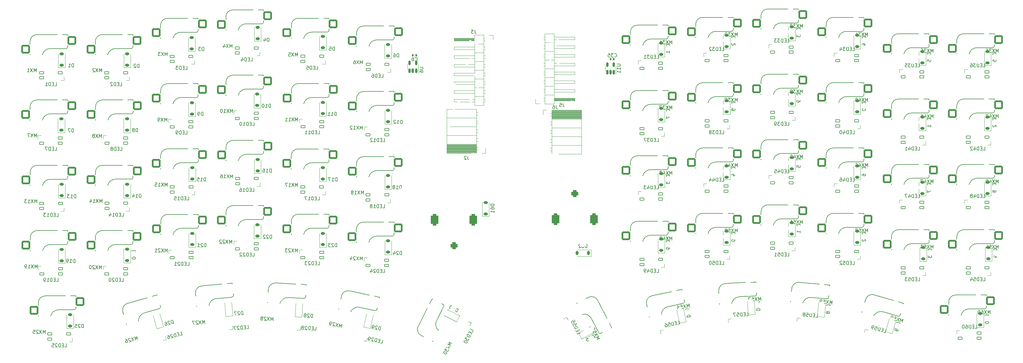
<source format=gbr>
%TF.GenerationSoftware,KiCad,Pcbnew,7.0.8*%
%TF.CreationDate,2024-10-02T10:44:01+02:00*%
%TF.ProjectId,chastity,63686173-7469-4747-992e-6b696361645f,rev?*%
%TF.SameCoordinates,Original*%
%TF.FileFunction,Legend,Bot*%
%TF.FilePolarity,Positive*%
%FSLAX46Y46*%
G04 Gerber Fmt 4.6, Leading zero omitted, Abs format (unit mm)*
G04 Created by KiCad (PCBNEW 7.0.8) date 2024-10-02 10:44:01*
%MOMM*%
%LPD*%
G01*
G04 APERTURE LIST*
G04 Aperture macros list*
%AMRoundRect*
0 Rectangle with rounded corners*
0 $1 Rounding radius*
0 $2 $3 $4 $5 $6 $7 $8 $9 X,Y pos of 4 corners*
0 Add a 4 corners polygon primitive as box body*
4,1,4,$2,$3,$4,$5,$6,$7,$8,$9,$2,$3,0*
0 Add four circle primitives for the rounded corners*
1,1,$1+$1,$2,$3*
1,1,$1+$1,$4,$5*
1,1,$1+$1,$6,$7*
1,1,$1+$1,$8,$9*
0 Add four rect primitives between the rounded corners*
20,1,$1+$1,$2,$3,$4,$5,0*
20,1,$1+$1,$4,$5,$6,$7,0*
20,1,$1+$1,$6,$7,$8,$9,0*
20,1,$1+$1,$8,$9,$2,$3,0*%
%AMFreePoly0*
4,1,18,-0.410000,0.593000,-0.403758,0.624380,-0.385983,0.650983,-0.359380,0.668758,-0.328000,0.675000,0.328000,0.675000,0.359380,0.668758,0.385983,0.650983,0.403758,0.624380,0.410000,0.593000,0.410000,-0.593000,0.403758,-0.624380,0.385983,-0.650983,0.359380,-0.668758,0.328000,-0.675000,0.000000,-0.675000,-0.410000,-0.265000,-0.410000,0.593000,-0.410000,0.593000,$1*%
G04 Aperture macros list end*
%ADD10C,0.150000*%
%ADD11C,0.120000*%
%ADD12C,0.650000*%
%ADD13O,2.250000X1.200000*%
%ADD14O,1.200000X2.250000*%
%ADD15C,2.000000*%
%ADD16RoundRect,0.550000X0.550000X-1.150000X0.550000X1.150000X-0.550000X1.150000X-0.550000X-1.150000X0*%
%ADD17RoundRect,0.500000X0.500000X-0.500000X0.500000X0.500000X-0.500000X0.500000X-0.500000X-0.500000X0*%
%ADD18RoundRect,0.500000X-0.500000X0.500000X-0.500000X-0.500000X0.500000X-0.500000X0.500000X0.500000X0*%
%ADD19RoundRect,0.550000X-0.550000X1.150000X-0.550000X-1.150000X0.550000X-1.150000X0.550000X1.150000X0*%
%ADD20C,4.000000*%
%ADD21C,3.987800*%
%ADD22RoundRect,0.225000X0.320025X-0.298050X0.413585X0.142116X-0.320025X0.298050X-0.413585X-0.142116X0*%
%ADD23RoundRect,0.225000X0.375000X-0.225000X0.375000X0.225000X-0.375000X0.225000X-0.375000X-0.225000X0*%
%ADD24FreePoly0,270.000000*%
%ADD25RoundRect,0.082000X-0.593000X0.328000X-0.593000X-0.328000X0.593000X-0.328000X0.593000X0.328000X0*%
%ADD26C,1.750000*%
%ADD27C,3.300000*%
%ADD28RoundRect,0.250000X1.025000X1.000000X-1.025000X1.000000X-1.025000X-1.000000X1.025000X-1.000000X0*%
%ADD29RoundRect,0.225000X0.386262X-0.205066X0.362710X0.244318X-0.386262X0.205066X-0.362710X-0.244318X0*%
%ADD30RoundRect,0.082000X-0.609354X0.296515X-0.575021X-0.358586X0.609354X-0.296515X0.575021X0.358586X0*%
%ADD31FreePoly0,273.000000*%
%ADD32R,1.700000X1.700000*%
%ADD33O,1.700000X1.700000*%
%ADD34FreePoly0,90.000000*%
%ADD35RoundRect,0.082000X0.593000X-0.328000X0.593000X0.328000X-0.593000X0.328000X-0.593000X-0.328000X0*%
%ADD36FreePoly0,78.000000*%
%ADD37RoundRect,0.082000X0.511846X-0.444124X0.648237X0.197541X-0.511846X0.444124X-0.648237X-0.197541X0*%
%ADD38RoundRect,0.250000X1.108255X0.906860X-0.933944X1.085529X-1.108255X-0.906860X0.933944X-1.085529X0*%
%ADD39RoundRect,0.082000X0.023034X0.677276X-0.561467X0.379458X-0.023034X-0.677276X0.561467X-0.379458X0*%
%ADD40FreePoly0,207.000000*%
%ADD41RoundRect,0.250000X1.356347X-0.459291X0.425666X1.367272X-1.356347X0.459291X-0.425666X-1.367272X0*%
%ADD42RoundRect,0.225000X-0.030230X-0.436275X0.370723X-0.231980X0.030230X0.436275X-0.370723X0.231980X0*%
%ADD43RoundRect,0.250000X1.210513X0.765038X-0.794690X1.191257X-1.210513X-0.765038X0.794690X-1.191257X0*%
%ADD44RoundRect,0.082000X-0.648237X0.197541X-0.511846X-0.444124X0.648237X-0.197541X0.511846X0.444124X0*%
%ADD45FreePoly0,282.000000*%
%ADD46RoundRect,0.225000X0.362710X-0.244318X0.386262X0.205066X-0.362710X0.244318X-0.386262X-0.205066X0*%
%ADD47RoundRect,0.225000X0.370723X0.231980X-0.030230X0.436275X-0.370723X-0.231980X0.030230X-0.436275X0*%
%ADD48FreePoly0,87.000000*%
%ADD49RoundRect,0.082000X0.575021X-0.358586X0.609354X0.296515X-0.575021X0.358586X-0.609354X-0.296515X0*%
%ADD50RoundRect,0.250000X1.260931X0.678733X-0.709656X1.243790X-1.260931X-0.678733X0.709656X-1.243790X0*%
%ADD51RoundRect,0.082000X-0.562156X0.378435X-0.619331X-0.275069X0.562156X-0.378435X0.619331X0.275069X0*%
%ADD52FreePoly0,265.000000*%
%ADD53RoundRect,0.225000X0.298455X-0.319648X0.422492X0.112920X-0.298455X0.319648X-0.422492X-0.112920X0*%
%ADD54RoundRect,0.150000X0.150000X-0.512500X0.150000X0.512500X-0.150000X0.512500X-0.150000X-0.512500X0*%
%ADD55RoundRect,0.250000X1.075931X0.944985X-0.971259X1.052274X-1.075931X-0.944985X0.971259X-1.052274X0*%
%ADD56RoundRect,0.225000X0.225000X0.375000X-0.225000X0.375000X-0.225000X-0.375000X0.225000X-0.375000X0*%
%ADD57RoundRect,0.082000X-0.479619X0.478747X-0.660437X-0.151841X0.479619X-0.478747X0.660437X0.151841X0*%
%ADD58FreePoly0,254.000000*%
%ADD59RoundRect,0.225000X0.393183X-0.191460X0.353963X0.256827X-0.393183X0.191460X-0.353963X-0.256827X0*%
%ADD60RoundRect,0.225000X0.353963X-0.256827X0.393183X0.191460X-0.353963X0.256827X-0.393183X-0.191460X0*%
%ADD61RoundRect,0.250000X0.971259X1.052274X-1.075931X0.944985X-0.971259X-1.052274X1.075931X-0.944985X0*%
%ADD62RoundRect,0.250000X0.709656X1.243790X-1.260931X0.678733X-0.709656X-1.243790X1.260931X-0.678733X0*%
%ADD63FreePoly0,153.000000*%
%ADD64RoundRect,0.082000X0.561467X0.379458X-0.023034X0.677276X-0.561467X-0.379458X0.023034X-0.677276X0*%
%ADD65RoundRect,0.225000X0.413585X-0.142116X0.320025X0.298050X-0.413585X0.142116X-0.320025X-0.298050X0*%
%ADD66RoundRect,0.250000X-0.425666X1.367272X-1.356347X-0.459291X0.425666X-1.367272X1.356347X0.459291X0*%
%ADD67FreePoly0,106.000000*%
%ADD68RoundRect,0.082000X0.660437X-0.151841X0.479619X0.478747X-0.660437X0.151841X-0.479619X-0.478747X0*%
%ADD69RoundRect,0.140000X-0.140000X-0.170000X0.140000X-0.170000X0.140000X0.170000X-0.140000X0.170000X0*%
%ADD70RoundRect,0.250000X0.794690X1.191257X-1.210513X0.765038X-0.794690X-1.191257X1.210513X-0.765038X0*%
%ADD71FreePoly0,95.000000*%
%ADD72RoundRect,0.082000X0.619331X-0.275069X0.562156X0.378435X-0.619331X0.275069X-0.562156X-0.378435X0*%
%ADD73RoundRect,0.250000X0.933944X1.085529X-1.108255X0.906860X-0.933944X-1.085529X1.108255X-0.906860X0*%
%ADD74RoundRect,0.225000X0.422492X-0.112920X0.298455X0.319648X-0.422492X0.112920X-0.298455X-0.319648X0*%
%ADD75C,0.800000*%
%ADD76C,0.500000*%
G04 APERTURE END LIST*
D10*
X63954335Y47124229D02*
X64162247Y48102377D01*
X64162247Y48102377D02*
X63929354Y48151880D01*
X63929354Y48151880D02*
X63779718Y48135003D01*
X63779718Y48135003D02*
X63666760Y48061647D01*
X63666760Y48061647D02*
X63600381Y47978391D01*
X63600381Y47978391D02*
X63514200Y47801977D01*
X63514200Y47801977D02*
X63484499Y47662242D01*
X63484499Y47662242D02*
X63491475Y47466028D01*
X63491475Y47466028D02*
X63518252Y47362970D01*
X63518252Y47362970D02*
X63591608Y47250012D01*
X63591608Y47250012D02*
X63721443Y47173732D01*
X63721443Y47173732D02*
X63954335Y47124229D01*
X63210876Y48207231D02*
X63174199Y48263710D01*
X63174199Y48263710D02*
X63090942Y48330090D01*
X63090942Y48330090D02*
X62858050Y48379592D01*
X62858050Y48379592D02*
X62754992Y48352815D01*
X62754992Y48352815D02*
X62698513Y48316137D01*
X62698513Y48316137D02*
X62632134Y48232881D01*
X62632134Y48232881D02*
X62612333Y48139724D01*
X62612333Y48139724D02*
X62629210Y47990088D01*
X62629210Y47990088D02*
X63069344Y47312340D01*
X63069344Y47312340D02*
X62463824Y47441047D01*
X61998040Y47540053D02*
X61811726Y47579655D01*
X61811726Y47579655D02*
X61728470Y47646034D01*
X61728470Y47646034D02*
X61691792Y47702513D01*
X61691792Y47702513D02*
X61628336Y47862050D01*
X61628336Y47862050D02*
X61621360Y48058264D01*
X61621360Y48058264D02*
X61700565Y48430892D01*
X61700565Y48430892D02*
X61766944Y48514148D01*
X61766944Y48514148D02*
X61823423Y48550826D01*
X61823423Y48550826D02*
X61926481Y48577603D01*
X61926481Y48577603D02*
X62112795Y48538001D01*
X62112795Y48538001D02*
X62196051Y48471622D01*
X62196051Y48471622D02*
X62232729Y48415143D01*
X62232729Y48415143D02*
X62259506Y48312085D01*
X62259506Y48312085D02*
X62210003Y48079193D01*
X62210003Y48079193D02*
X62143624Y47995937D01*
X62143624Y47995937D02*
X62087145Y47959259D01*
X62087145Y47959259D02*
X61984087Y47932481D01*
X61984087Y47932481D02*
X61797773Y47972084D01*
X61797773Y47972084D02*
X61714517Y48038463D01*
X61714517Y48038463D02*
X61677839Y48094942D01*
X61677839Y48094942D02*
X61651062Y48198000D01*
X167246583Y94467091D02*
X166246583Y94467091D01*
X166246583Y94467091D02*
X166246583Y94228996D01*
X166246583Y94228996D02*
X166294202Y94086139D01*
X166294202Y94086139D02*
X166389440Y93990901D01*
X166389440Y93990901D02*
X166484678Y93943282D01*
X166484678Y93943282D02*
X166675154Y93895663D01*
X166675154Y93895663D02*
X166818011Y93895663D01*
X166818011Y93895663D02*
X167008487Y93943282D01*
X167008487Y93943282D02*
X167103725Y93990901D01*
X167103725Y93990901D02*
X167198964Y94086139D01*
X167198964Y94086139D02*
X167246583Y94228996D01*
X167246583Y94228996D02*
X167246583Y94467091D01*
X166579916Y93038520D02*
X167246583Y93038520D01*
X166198964Y93276615D02*
X166913249Y93514710D01*
X166913249Y93514710D02*
X166913249Y92895663D01*
X166579916Y92086139D02*
X167246583Y92086139D01*
X166198964Y92324234D02*
X166913249Y92562329D01*
X166913249Y92562329D02*
X166913249Y91943282D01*
X45815197Y104168115D02*
X46291387Y104168115D01*
X46291387Y104168115D02*
X46291387Y105168115D01*
X45481863Y104691925D02*
X45148530Y104691925D01*
X45005673Y104168115D02*
X45481863Y104168115D01*
X45481863Y104168115D02*
X45481863Y105168115D01*
X45481863Y105168115D02*
X45005673Y105168115D01*
X44577101Y104168115D02*
X44577101Y105168115D01*
X44577101Y105168115D02*
X44339006Y105168115D01*
X44339006Y105168115D02*
X44196149Y105120496D01*
X44196149Y105120496D02*
X44100911Y105025258D01*
X44100911Y105025258D02*
X44053292Y104930020D01*
X44053292Y104930020D02*
X44005673Y104739544D01*
X44005673Y104739544D02*
X44005673Y104596687D01*
X44005673Y104596687D02*
X44053292Y104406211D01*
X44053292Y104406211D02*
X44100911Y104310973D01*
X44100911Y104310973D02*
X44196149Y104215734D01*
X44196149Y104215734D02*
X44339006Y104168115D01*
X44339006Y104168115D02*
X44577101Y104168115D01*
X43053292Y104168115D02*
X43624720Y104168115D01*
X43339006Y104168115D02*
X43339006Y105168115D01*
X43339006Y105168115D02*
X43434244Y105025258D01*
X43434244Y105025258D02*
X43529482Y104930020D01*
X43529482Y104930020D02*
X43624720Y104882401D01*
X42100911Y104168115D02*
X42672339Y104168115D01*
X42386625Y104168115D02*
X42386625Y105168115D01*
X42386625Y105168115D02*
X42481863Y105025258D01*
X42481863Y105025258D02*
X42577101Y104930020D01*
X42577101Y104930020D02*
X42672339Y104882401D01*
X186903668Y78097986D02*
X186903668Y79097986D01*
X186903668Y79097986D02*
X186570335Y78383701D01*
X186570335Y78383701D02*
X186237002Y79097986D01*
X186237002Y79097986D02*
X186237002Y78097986D01*
X185856049Y79097986D02*
X185189383Y78097986D01*
X185189383Y79097986D02*
X185856049Y78097986D01*
X184332240Y79097986D02*
X184808430Y79097986D01*
X184808430Y79097986D02*
X184856049Y78621796D01*
X184856049Y78621796D02*
X184808430Y78669415D01*
X184808430Y78669415D02*
X184713192Y78717034D01*
X184713192Y78717034D02*
X184475097Y78717034D01*
X184475097Y78717034D02*
X184379859Y78669415D01*
X184379859Y78669415D02*
X184332240Y78621796D01*
X184332240Y78621796D02*
X184284621Y78526558D01*
X184284621Y78526558D02*
X184284621Y78288463D01*
X184284621Y78288463D02*
X184332240Y78193225D01*
X184332240Y78193225D02*
X184379859Y78145605D01*
X184379859Y78145605D02*
X184475097Y78097986D01*
X184475097Y78097986D02*
X184713192Y78097986D01*
X184713192Y78097986D02*
X184808430Y78145605D01*
X184808430Y78145605D02*
X184856049Y78193225D01*
X183332240Y78097986D02*
X183903668Y78097986D01*
X183617954Y78097986D02*
X183617954Y79097986D01*
X183617954Y79097986D02*
X183713192Y78955129D01*
X183713192Y78955129D02*
X183808430Y78859891D01*
X183808430Y78859891D02*
X183903668Y78812272D01*
X-30257022Y61270181D02*
X-29780832Y61270181D01*
X-29780832Y61270181D02*
X-29780832Y62270181D01*
X-30590356Y61793991D02*
X-30923689Y61793991D01*
X-31066546Y61270181D02*
X-30590356Y61270181D01*
X-30590356Y61270181D02*
X-30590356Y62270181D01*
X-30590356Y62270181D02*
X-31066546Y62270181D01*
X-31495118Y61270181D02*
X-31495118Y62270181D01*
X-31495118Y62270181D02*
X-31733213Y62270181D01*
X-31733213Y62270181D02*
X-31876070Y62222562D01*
X-31876070Y62222562D02*
X-31971308Y62127324D01*
X-31971308Y62127324D02*
X-32018927Y62032086D01*
X-32018927Y62032086D02*
X-32066546Y61841610D01*
X-32066546Y61841610D02*
X-32066546Y61698753D01*
X-32066546Y61698753D02*
X-32018927Y61508277D01*
X-32018927Y61508277D02*
X-31971308Y61413039D01*
X-31971308Y61413039D02*
X-31876070Y61317800D01*
X-31876070Y61317800D02*
X-31733213Y61270181D01*
X-31733213Y61270181D02*
X-31495118Y61270181D01*
X-33018927Y61270181D02*
X-32447499Y61270181D01*
X-32733213Y61270181D02*
X-32733213Y62270181D01*
X-32733213Y62270181D02*
X-32637975Y62127324D01*
X-32637975Y62127324D02*
X-32542737Y62032086D01*
X-32542737Y62032086D02*
X-32447499Y61984467D01*
X-33495118Y61270181D02*
X-33685594Y61270181D01*
X-33685594Y61270181D02*
X-33780832Y61317800D01*
X-33780832Y61317800D02*
X-33828451Y61365420D01*
X-33828451Y61365420D02*
X-33923689Y61508277D01*
X-33923689Y61508277D02*
X-33971308Y61698753D01*
X-33971308Y61698753D02*
X-33971308Y62079705D01*
X-33971308Y62079705D02*
X-33923689Y62174943D01*
X-33923689Y62174943D02*
X-33876070Y62222562D01*
X-33876070Y62222562D02*
X-33780832Y62270181D01*
X-33780832Y62270181D02*
X-33590356Y62270181D01*
X-33590356Y62270181D02*
X-33495118Y62222562D01*
X-33495118Y62222562D02*
X-33447499Y62174943D01*
X-33447499Y62174943D02*
X-33399880Y62079705D01*
X-33399880Y62079705D02*
X-33399880Y61841610D01*
X-33399880Y61841610D02*
X-33447499Y61746372D01*
X-33447499Y61746372D02*
X-33495118Y61698753D01*
X-33495118Y61698753D02*
X-33590356Y61651134D01*
X-33590356Y61651134D02*
X-33780832Y61651134D01*
X-33780832Y61651134D02*
X-33876070Y61698753D01*
X-33876070Y61698753D02*
X-33923689Y61746372D01*
X-33923689Y61746372D02*
X-33971308Y61841610D01*
X173548378Y52871052D02*
X174547007Y52923388D01*
X174547007Y52923388D02*
X174534546Y53161157D01*
X174534546Y53161157D02*
X174479516Y53301327D01*
X174479516Y53301327D02*
X174379424Y53391450D01*
X174379424Y53391450D02*
X174281824Y53434019D01*
X174281824Y53434019D02*
X174089117Y53471604D01*
X174089117Y53471604D02*
X173946455Y53464128D01*
X173946455Y53464128D02*
X173758732Y53406605D01*
X173758732Y53406605D02*
X173666117Y53354067D01*
X173666117Y53354067D02*
X173575994Y53253975D01*
X173575994Y53253975D02*
X173535917Y53108821D01*
X173535917Y53108821D02*
X173548378Y52871052D01*
X174469749Y54397556D02*
X174494671Y53922018D01*
X174494671Y53922018D02*
X174021625Y53849542D01*
X174021625Y53849542D02*
X174066687Y53899588D01*
X174066687Y53899588D02*
X174109256Y53997188D01*
X174109256Y53997188D02*
X174096796Y54234957D01*
X174096796Y54234957D02*
X174044257Y54327572D01*
X174044257Y54327572D02*
X173994211Y54372634D01*
X173994211Y54372634D02*
X173896612Y54415203D01*
X173896612Y54415203D02*
X173658843Y54402742D01*
X173658843Y54402742D02*
X173566227Y54350204D01*
X173566227Y54350204D02*
X173521166Y54300158D01*
X173521166Y54300158D02*
X173478596Y54202559D01*
X173478596Y54202559D02*
X173491057Y53964790D01*
X173491057Y53964790D02*
X173543595Y53872174D01*
X173543595Y53872174D02*
X173593641Y53827113D01*
X174449812Y54777986D02*
X174414921Y55443739D01*
X174414921Y55443739D02*
X173438721Y54963419D01*
X58837100Y124585224D02*
X58837100Y125585224D01*
X58837100Y125585224D02*
X58503767Y124870939D01*
X58503767Y124870939D02*
X58170434Y125585224D01*
X58170434Y125585224D02*
X58170434Y124585224D01*
X57789481Y125585224D02*
X57122815Y124585224D01*
X57122815Y125585224D02*
X57789481Y124585224D01*
X56313291Y125585224D02*
X56503767Y125585224D01*
X56503767Y125585224D02*
X56599005Y125537605D01*
X56599005Y125537605D02*
X56646624Y125489986D01*
X56646624Y125489986D02*
X56741862Y125347129D01*
X56741862Y125347129D02*
X56789481Y125156653D01*
X56789481Y125156653D02*
X56789481Y124775701D01*
X56789481Y124775701D02*
X56741862Y124680463D01*
X56741862Y124680463D02*
X56694243Y124632843D01*
X56694243Y124632843D02*
X56599005Y124585224D01*
X56599005Y124585224D02*
X56408529Y124585224D01*
X56408529Y124585224D02*
X56313291Y124632843D01*
X56313291Y124632843D02*
X56265672Y124680463D01*
X56265672Y124680463D02*
X56218053Y124775701D01*
X56218053Y124775701D02*
X56218053Y125013796D01*
X56218053Y125013796D02*
X56265672Y125109034D01*
X56265672Y125109034D02*
X56313291Y125156653D01*
X56313291Y125156653D02*
X56408529Y125204272D01*
X56408529Y125204272D02*
X56599005Y125204272D01*
X56599005Y125204272D02*
X56694243Y125156653D01*
X56694243Y125156653D02*
X56741862Y125109034D01*
X56741862Y125109034D02*
X56789481Y125013796D01*
X-24605401Y85612250D02*
X-24605401Y86612250D01*
X-24605401Y86612250D02*
X-24843496Y86612250D01*
X-24843496Y86612250D02*
X-24986353Y86564631D01*
X-24986353Y86564631D02*
X-25081591Y86469393D01*
X-25081591Y86469393D02*
X-25129210Y86374155D01*
X-25129210Y86374155D02*
X-25176829Y86183679D01*
X-25176829Y86183679D02*
X-25176829Y86040822D01*
X-25176829Y86040822D02*
X-25129210Y85850346D01*
X-25129210Y85850346D02*
X-25081591Y85755108D01*
X-25081591Y85755108D02*
X-24986353Y85659869D01*
X-24986353Y85659869D02*
X-24843496Y85612250D01*
X-24843496Y85612250D02*
X-24605401Y85612250D01*
X-26129210Y85612250D02*
X-25557782Y85612250D01*
X-25843496Y85612250D02*
X-25843496Y86612250D01*
X-25843496Y86612250D02*
X-25748258Y86469393D01*
X-25748258Y86469393D02*
X-25653020Y86374155D01*
X-25653020Y86374155D02*
X-25557782Y86326536D01*
X-26462544Y86612250D02*
X-27081591Y86612250D01*
X-27081591Y86612250D02*
X-26748258Y86231298D01*
X-26748258Y86231298D02*
X-26891115Y86231298D01*
X-26891115Y86231298D02*
X-26986353Y86183679D01*
X-26986353Y86183679D02*
X-27033972Y86136060D01*
X-27033972Y86136060D02*
X-27081591Y86040822D01*
X-27081591Y86040822D02*
X-27081591Y85802727D01*
X-27081591Y85802727D02*
X-27033972Y85707489D01*
X-27033972Y85707489D02*
X-26986353Y85659869D01*
X-26986353Y85659869D02*
X-26891115Y85612250D01*
X-26891115Y85612250D02*
X-26605401Y85612250D01*
X-26605401Y85612250D02*
X-26510163Y85659869D01*
X-26510163Y85659869D02*
X-26462544Y85707489D01*
X170588413Y51305497D02*
X171063951Y51330419D01*
X171063951Y51330419D02*
X171011615Y52329049D01*
X170228122Y51811143D02*
X169895246Y51793698D01*
X169779998Y51263130D02*
X170255536Y51288052D01*
X170255536Y51288052D02*
X170203200Y52286681D01*
X170203200Y52286681D02*
X169727662Y52261759D01*
X169352014Y51240700D02*
X169299678Y52239330D01*
X169299678Y52239330D02*
X169061909Y52226869D01*
X169061909Y52226869D02*
X168921740Y52171838D01*
X168921740Y52171838D02*
X168831617Y52071746D01*
X168831617Y52071746D02*
X168789048Y51974147D01*
X168789048Y51974147D02*
X168751462Y51781439D01*
X168751462Y51781439D02*
X168758939Y51638778D01*
X168758939Y51638778D02*
X168816462Y51451055D01*
X168816462Y51451055D02*
X168869000Y51358440D01*
X168869000Y51358440D02*
X168969092Y51268316D01*
X168969092Y51268316D02*
X169114245Y51228239D01*
X169114245Y51228239D02*
X169352014Y51240700D01*
X167825511Y52162072D02*
X168301049Y52186994D01*
X168301049Y52186994D02*
X168373524Y51713948D01*
X168373524Y51713948D02*
X168323478Y51759010D01*
X168323478Y51759010D02*
X168225879Y51801579D01*
X168225879Y51801579D02*
X167988110Y51789118D01*
X167988110Y51789118D02*
X167895494Y51736580D01*
X167895494Y51736580D02*
X167850433Y51686534D01*
X167850433Y51686534D02*
X167807863Y51588934D01*
X167807863Y51588934D02*
X167820324Y51351165D01*
X167820324Y51351165D02*
X167872862Y51258550D01*
X167872862Y51258550D02*
X167922908Y51213488D01*
X167922908Y51213488D02*
X168020508Y51170919D01*
X168020508Y51170919D02*
X168258277Y51183380D01*
X168258277Y51183380D02*
X168350892Y51235918D01*
X168350892Y51235918D02*
X168395954Y51285964D01*
X167445080Y52142134D02*
X166779327Y52107244D01*
X166779327Y52107244D02*
X167259648Y51131044D01*
X224246583Y127717091D02*
X223246583Y127717091D01*
X223246583Y127717091D02*
X223246583Y127478996D01*
X223246583Y127478996D02*
X223294202Y127336139D01*
X223294202Y127336139D02*
X223389440Y127240901D01*
X223389440Y127240901D02*
X223484678Y127193282D01*
X223484678Y127193282D02*
X223675154Y127145663D01*
X223675154Y127145663D02*
X223818011Y127145663D01*
X223818011Y127145663D02*
X224008487Y127193282D01*
X224008487Y127193282D02*
X224103725Y127240901D01*
X224103725Y127240901D02*
X224198964Y127336139D01*
X224198964Y127336139D02*
X224246583Y127478996D01*
X224246583Y127478996D02*
X224246583Y127717091D01*
X223246583Y126812329D02*
X223246583Y126193282D01*
X223246583Y126193282D02*
X223627535Y126526615D01*
X223627535Y126526615D02*
X223627535Y126383758D01*
X223627535Y126383758D02*
X223675154Y126288520D01*
X223675154Y126288520D02*
X223722773Y126240901D01*
X223722773Y126240901D02*
X223818011Y126193282D01*
X223818011Y126193282D02*
X224056106Y126193282D01*
X224056106Y126193282D02*
X224151344Y126240901D01*
X224151344Y126240901D02*
X224198964Y126288520D01*
X224198964Y126288520D02*
X224246583Y126383758D01*
X224246583Y126383758D02*
X224246583Y126669472D01*
X224246583Y126669472D02*
X224198964Y126764710D01*
X224198964Y126764710D02*
X224151344Y126812329D01*
X223246583Y125288520D02*
X223246583Y125764710D01*
X223246583Y125764710D02*
X223722773Y125812329D01*
X223722773Y125812329D02*
X223675154Y125764710D01*
X223675154Y125764710D02*
X223627535Y125669472D01*
X223627535Y125669472D02*
X223627535Y125431377D01*
X223627535Y125431377D02*
X223675154Y125336139D01*
X223675154Y125336139D02*
X223722773Y125288520D01*
X223722773Y125288520D02*
X223818011Y125240901D01*
X223818011Y125240901D02*
X224056106Y125240901D01*
X224056106Y125240901D02*
X224151344Y125288520D01*
X224151344Y125288520D02*
X224198964Y125336139D01*
X224198964Y125336139D02*
X224246583Y125431377D01*
X224246583Y125431377D02*
X224246583Y125669472D01*
X224246583Y125669472D02*
X224198964Y125764710D01*
X224198964Y125764710D02*
X224151344Y125812329D01*
X117194097Y113140181D02*
X117194097Y112425896D01*
X117194097Y112425896D02*
X117241716Y112283039D01*
X117241716Y112283039D02*
X117336954Y112187800D01*
X117336954Y112187800D02*
X117479811Y112140181D01*
X117479811Y112140181D02*
X117575049Y112140181D01*
X116241716Y113140181D02*
X116717906Y113140181D01*
X116717906Y113140181D02*
X116765525Y112663991D01*
X116765525Y112663991D02*
X116717906Y112711610D01*
X116717906Y112711610D02*
X116622668Y112759229D01*
X116622668Y112759229D02*
X116384573Y112759229D01*
X116384573Y112759229D02*
X116289335Y112711610D01*
X116289335Y112711610D02*
X116241716Y112663991D01*
X116241716Y112663991D02*
X116194097Y112568753D01*
X116194097Y112568753D02*
X116194097Y112330658D01*
X116194097Y112330658D02*
X116241716Y112235420D01*
X116241716Y112235420D02*
X116289335Y112187800D01*
X116289335Y112187800D02*
X116384573Y112140181D01*
X116384573Y112140181D02*
X116622668Y112140181D01*
X116622668Y112140181D02*
X116717906Y112187800D01*
X116717906Y112187800D02*
X116765525Y112235420D01*
X64310811Y120620181D02*
X64787001Y120620181D01*
X64787001Y120620181D02*
X64787001Y121620181D01*
X63977477Y121143991D02*
X63644144Y121143991D01*
X63501287Y120620181D02*
X63977477Y120620181D01*
X63977477Y120620181D02*
X63977477Y121620181D01*
X63977477Y121620181D02*
X63501287Y121620181D01*
X63072715Y120620181D02*
X63072715Y121620181D01*
X63072715Y121620181D02*
X62834620Y121620181D01*
X62834620Y121620181D02*
X62691763Y121572562D01*
X62691763Y121572562D02*
X62596525Y121477324D01*
X62596525Y121477324D02*
X62548906Y121382086D01*
X62548906Y121382086D02*
X62501287Y121191610D01*
X62501287Y121191610D02*
X62501287Y121048753D01*
X62501287Y121048753D02*
X62548906Y120858277D01*
X62548906Y120858277D02*
X62596525Y120763039D01*
X62596525Y120763039D02*
X62691763Y120667800D01*
X62691763Y120667800D02*
X62834620Y120620181D01*
X62834620Y120620181D02*
X63072715Y120620181D01*
X61644144Y121620181D02*
X61834620Y121620181D01*
X61834620Y121620181D02*
X61929858Y121572562D01*
X61929858Y121572562D02*
X61977477Y121524943D01*
X61977477Y121524943D02*
X62072715Y121382086D01*
X62072715Y121382086D02*
X62120334Y121191610D01*
X62120334Y121191610D02*
X62120334Y120810658D01*
X62120334Y120810658D02*
X62072715Y120715420D01*
X62072715Y120715420D02*
X62025096Y120667800D01*
X62025096Y120667800D02*
X61929858Y120620181D01*
X61929858Y120620181D02*
X61739382Y120620181D01*
X61739382Y120620181D02*
X61644144Y120667800D01*
X61644144Y120667800D02*
X61596525Y120715420D01*
X61596525Y120715420D02*
X61548906Y120810658D01*
X61548906Y120810658D02*
X61548906Y121048753D01*
X61548906Y121048753D02*
X61596525Y121143991D01*
X61596525Y121143991D02*
X61644144Y121191610D01*
X61644144Y121191610D02*
X61739382Y121239229D01*
X61739382Y121239229D02*
X61929858Y121239229D01*
X61929858Y121239229D02*
X62025096Y121191610D01*
X62025096Y121191610D02*
X62072715Y121143991D01*
X62072715Y121143991D02*
X62120334Y121048753D01*
X241096583Y51517091D02*
X240096583Y51517091D01*
X240096583Y51517091D02*
X240096583Y51278996D01*
X240096583Y51278996D02*
X240144202Y51136139D01*
X240144202Y51136139D02*
X240239440Y51040901D01*
X240239440Y51040901D02*
X240334678Y50993282D01*
X240334678Y50993282D02*
X240525154Y50945663D01*
X240525154Y50945663D02*
X240668011Y50945663D01*
X240668011Y50945663D02*
X240858487Y50993282D01*
X240858487Y50993282D02*
X240953725Y51040901D01*
X240953725Y51040901D02*
X241048964Y51136139D01*
X241048964Y51136139D02*
X241096583Y51278996D01*
X241096583Y51278996D02*
X241096583Y51517091D01*
X240096583Y50088520D02*
X240096583Y50278996D01*
X240096583Y50278996D02*
X240144202Y50374234D01*
X240144202Y50374234D02*
X240191821Y50421853D01*
X240191821Y50421853D02*
X240334678Y50517091D01*
X240334678Y50517091D02*
X240525154Y50564710D01*
X240525154Y50564710D02*
X240906106Y50564710D01*
X240906106Y50564710D02*
X241001344Y50517091D01*
X241001344Y50517091D02*
X241048964Y50469472D01*
X241048964Y50469472D02*
X241096583Y50374234D01*
X241096583Y50374234D02*
X241096583Y50183758D01*
X241096583Y50183758D02*
X241048964Y50088520D01*
X241048964Y50088520D02*
X241001344Y50040901D01*
X241001344Y50040901D02*
X240906106Y49993282D01*
X240906106Y49993282D02*
X240668011Y49993282D01*
X240668011Y49993282D02*
X240572773Y50040901D01*
X240572773Y50040901D02*
X240525154Y50088520D01*
X240525154Y50088520D02*
X240477535Y50183758D01*
X240477535Y50183758D02*
X240477535Y50374234D01*
X240477535Y50374234D02*
X240525154Y50469472D01*
X240525154Y50469472D02*
X240572773Y50517091D01*
X240572773Y50517091D02*
X240668011Y50564710D01*
X240096583Y49374234D02*
X240096583Y49278996D01*
X240096583Y49278996D02*
X240144202Y49183758D01*
X240144202Y49183758D02*
X240191821Y49136139D01*
X240191821Y49136139D02*
X240287059Y49088520D01*
X240287059Y49088520D02*
X240477535Y49040901D01*
X240477535Y49040901D02*
X240715630Y49040901D01*
X240715630Y49040901D02*
X240906106Y49088520D01*
X240906106Y49088520D02*
X241001344Y49136139D01*
X241001344Y49136139D02*
X241048964Y49183758D01*
X241048964Y49183758D02*
X241096583Y49278996D01*
X241096583Y49278996D02*
X241096583Y49374234D01*
X241096583Y49374234D02*
X241048964Y49469472D01*
X241048964Y49469472D02*
X241001344Y49517091D01*
X241001344Y49517091D02*
X240906106Y49564710D01*
X240906106Y49564710D02*
X240715630Y49612329D01*
X240715630Y49612329D02*
X240477535Y49612329D01*
X240477535Y49612329D02*
X240287059Y49564710D01*
X240287059Y49564710D02*
X240191821Y49517091D01*
X240191821Y49517091D02*
X240144202Y49469472D01*
X240144202Y49469472D02*
X240096583Y49374234D01*
X243246583Y89717091D02*
X242246583Y89717091D01*
X242246583Y89717091D02*
X242246583Y89478996D01*
X242246583Y89478996D02*
X242294202Y89336139D01*
X242294202Y89336139D02*
X242389440Y89240901D01*
X242389440Y89240901D02*
X242484678Y89193282D01*
X242484678Y89193282D02*
X242675154Y89145663D01*
X242675154Y89145663D02*
X242818011Y89145663D01*
X242818011Y89145663D02*
X243008487Y89193282D01*
X243008487Y89193282D02*
X243103725Y89240901D01*
X243103725Y89240901D02*
X243198964Y89336139D01*
X243198964Y89336139D02*
X243246583Y89478996D01*
X243246583Y89478996D02*
X243246583Y89717091D01*
X242579916Y88288520D02*
X243246583Y88288520D01*
X242198964Y88526615D02*
X242913249Y88764710D01*
X242913249Y88764710D02*
X242913249Y88145663D01*
X242675154Y87621853D02*
X242627535Y87717091D01*
X242627535Y87717091D02*
X242579916Y87764710D01*
X242579916Y87764710D02*
X242484678Y87812329D01*
X242484678Y87812329D02*
X242437059Y87812329D01*
X242437059Y87812329D02*
X242341821Y87764710D01*
X242341821Y87764710D02*
X242294202Y87717091D01*
X242294202Y87717091D02*
X242246583Y87621853D01*
X242246583Y87621853D02*
X242246583Y87431377D01*
X242246583Y87431377D02*
X242294202Y87336139D01*
X242294202Y87336139D02*
X242341821Y87288520D01*
X242341821Y87288520D02*
X242437059Y87240901D01*
X242437059Y87240901D02*
X242484678Y87240901D01*
X242484678Y87240901D02*
X242579916Y87288520D01*
X242579916Y87288520D02*
X242627535Y87336139D01*
X242627535Y87336139D02*
X242675154Y87431377D01*
X242675154Y87431377D02*
X242675154Y87621853D01*
X242675154Y87621853D02*
X242722773Y87717091D01*
X242722773Y87717091D02*
X242770392Y87764710D01*
X242770392Y87764710D02*
X242865630Y87812329D01*
X242865630Y87812329D02*
X243056106Y87812329D01*
X243056106Y87812329D02*
X243151344Y87764710D01*
X243151344Y87764710D02*
X243198964Y87717091D01*
X243198964Y87717091D02*
X243246583Y87621853D01*
X243246583Y87621853D02*
X243246583Y87431377D01*
X243246583Y87431377D02*
X243198964Y87336139D01*
X243198964Y87336139D02*
X243151344Y87288520D01*
X243151344Y87288520D02*
X243056106Y87240901D01*
X243056106Y87240901D02*
X242865630Y87240901D01*
X242865630Y87240901D02*
X242770392Y87288520D01*
X242770392Y87288520D02*
X242722773Y87336139D01*
X242722773Y87336139D02*
X242675154Y87431377D01*
X13187111Y90522730D02*
X13187111Y91522730D01*
X13187111Y91522730D02*
X12949016Y91522730D01*
X12949016Y91522730D02*
X12806159Y91475111D01*
X12806159Y91475111D02*
X12710921Y91379873D01*
X12710921Y91379873D02*
X12663302Y91284635D01*
X12663302Y91284635D02*
X12615683Y91094159D01*
X12615683Y91094159D02*
X12615683Y90951302D01*
X12615683Y90951302D02*
X12663302Y90760826D01*
X12663302Y90760826D02*
X12710921Y90665588D01*
X12710921Y90665588D02*
X12806159Y90570349D01*
X12806159Y90570349D02*
X12949016Y90522730D01*
X12949016Y90522730D02*
X13187111Y90522730D01*
X11663302Y90522730D02*
X12234730Y90522730D01*
X11949016Y90522730D02*
X11949016Y91522730D01*
X11949016Y91522730D02*
X12044254Y91379873D01*
X12044254Y91379873D02*
X12139492Y91284635D01*
X12139492Y91284635D02*
X12234730Y91237016D01*
X10758540Y91522730D02*
X11234730Y91522730D01*
X11234730Y91522730D02*
X11282349Y91046540D01*
X11282349Y91046540D02*
X11234730Y91094159D01*
X11234730Y91094159D02*
X11139492Y91141778D01*
X11139492Y91141778D02*
X10901397Y91141778D01*
X10901397Y91141778D02*
X10806159Y91094159D01*
X10806159Y91094159D02*
X10758540Y91046540D01*
X10758540Y91046540D02*
X10710921Y90951302D01*
X10710921Y90951302D02*
X10710921Y90713207D01*
X10710921Y90713207D02*
X10758540Y90617969D01*
X10758540Y90617969D02*
X10806159Y90570349D01*
X10806159Y90570349D02*
X10901397Y90522730D01*
X10901397Y90522730D02*
X11139492Y90522730D01*
X11139492Y90522730D02*
X11234730Y90570349D01*
X11234730Y90570349D02*
X11282349Y90617969D01*
X-11232998Y80220181D02*
X-10756808Y80220181D01*
X-10756808Y80220181D02*
X-10756808Y81220181D01*
X-11566332Y80743991D02*
X-11899665Y80743991D01*
X-12042522Y80220181D02*
X-11566332Y80220181D01*
X-11566332Y80220181D02*
X-11566332Y81220181D01*
X-11566332Y81220181D02*
X-12042522Y81220181D01*
X-12471094Y80220181D02*
X-12471094Y81220181D01*
X-12471094Y81220181D02*
X-12709189Y81220181D01*
X-12709189Y81220181D02*
X-12852046Y81172562D01*
X-12852046Y81172562D02*
X-12947284Y81077324D01*
X-12947284Y81077324D02*
X-12994903Y80982086D01*
X-12994903Y80982086D02*
X-13042522Y80791610D01*
X-13042522Y80791610D02*
X-13042522Y80648753D01*
X-13042522Y80648753D02*
X-12994903Y80458277D01*
X-12994903Y80458277D02*
X-12947284Y80363039D01*
X-12947284Y80363039D02*
X-12852046Y80267800D01*
X-12852046Y80267800D02*
X-12709189Y80220181D01*
X-12709189Y80220181D02*
X-12471094Y80220181D01*
X-13994903Y80220181D02*
X-13423475Y80220181D01*
X-13709189Y80220181D02*
X-13709189Y81220181D01*
X-13709189Y81220181D02*
X-13613951Y81077324D01*
X-13613951Y81077324D02*
X-13518713Y80982086D01*
X-13518713Y80982086D02*
X-13423475Y80934467D01*
X-14852046Y80886848D02*
X-14852046Y80220181D01*
X-14613951Y81267800D02*
X-14375856Y80553515D01*
X-14375856Y80553515D02*
X-14994903Y80553515D01*
X69347155Y126558425D02*
X69347155Y127558425D01*
X69347155Y127558425D02*
X69109060Y127558425D01*
X69109060Y127558425D02*
X68966203Y127510806D01*
X68966203Y127510806D02*
X68870965Y127415568D01*
X68870965Y127415568D02*
X68823346Y127320330D01*
X68823346Y127320330D02*
X68775727Y127129854D01*
X68775727Y127129854D02*
X68775727Y126986997D01*
X68775727Y126986997D02*
X68823346Y126796521D01*
X68823346Y126796521D02*
X68870965Y126701283D01*
X68870965Y126701283D02*
X68966203Y126606044D01*
X68966203Y126606044D02*
X69109060Y126558425D01*
X69109060Y126558425D02*
X69347155Y126558425D01*
X67918584Y127558425D02*
X68109060Y127558425D01*
X68109060Y127558425D02*
X68204298Y127510806D01*
X68204298Y127510806D02*
X68251917Y127463187D01*
X68251917Y127463187D02*
X68347155Y127320330D01*
X68347155Y127320330D02*
X68394774Y127129854D01*
X68394774Y127129854D02*
X68394774Y126748902D01*
X68394774Y126748902D02*
X68347155Y126653664D01*
X68347155Y126653664D02*
X68299536Y126606044D01*
X68299536Y126606044D02*
X68204298Y126558425D01*
X68204298Y126558425D02*
X68013822Y126558425D01*
X68013822Y126558425D02*
X67918584Y126606044D01*
X67918584Y126606044D02*
X67870965Y126653664D01*
X67870965Y126653664D02*
X67823346Y126748902D01*
X67823346Y126748902D02*
X67823346Y126986997D01*
X67823346Y126986997D02*
X67870965Y127082235D01*
X67870965Y127082235D02*
X67918584Y127129854D01*
X67918584Y127129854D02*
X68013822Y127177473D01*
X68013822Y127177473D02*
X68204298Y127177473D01*
X68204298Y127177473D02*
X68299536Y127129854D01*
X68299536Y127129854D02*
X68347155Y127082235D01*
X68347155Y127082235D02*
X68394774Y126986997D01*
X220487002Y123667986D02*
X220963192Y123667986D01*
X220963192Y123667986D02*
X220963192Y124667986D01*
X220153668Y124191796D02*
X219820335Y124191796D01*
X219677478Y123667986D02*
X220153668Y123667986D01*
X220153668Y123667986D02*
X220153668Y124667986D01*
X220153668Y124667986D02*
X219677478Y124667986D01*
X219248906Y123667986D02*
X219248906Y124667986D01*
X219248906Y124667986D02*
X219010811Y124667986D01*
X219010811Y124667986D02*
X218867954Y124620367D01*
X218867954Y124620367D02*
X218772716Y124525129D01*
X218772716Y124525129D02*
X218725097Y124429891D01*
X218725097Y124429891D02*
X218677478Y124239415D01*
X218677478Y124239415D02*
X218677478Y124096558D01*
X218677478Y124096558D02*
X218725097Y123906082D01*
X218725097Y123906082D02*
X218772716Y123810844D01*
X218772716Y123810844D02*
X218867954Y123715605D01*
X218867954Y123715605D02*
X219010811Y123667986D01*
X219010811Y123667986D02*
X219248906Y123667986D01*
X218344144Y124667986D02*
X217725097Y124667986D01*
X217725097Y124667986D02*
X218058430Y124287034D01*
X218058430Y124287034D02*
X217915573Y124287034D01*
X217915573Y124287034D02*
X217820335Y124239415D01*
X217820335Y124239415D02*
X217772716Y124191796D01*
X217772716Y124191796D02*
X217725097Y124096558D01*
X217725097Y124096558D02*
X217725097Y123858463D01*
X217725097Y123858463D02*
X217772716Y123763225D01*
X217772716Y123763225D02*
X217820335Y123715605D01*
X217820335Y123715605D02*
X217915573Y123667986D01*
X217915573Y123667986D02*
X218201287Y123667986D01*
X218201287Y123667986D02*
X218296525Y123715605D01*
X218296525Y123715605D02*
X218344144Y123763225D01*
X216820335Y124667986D02*
X217296525Y124667986D01*
X217296525Y124667986D02*
X217344144Y124191796D01*
X217344144Y124191796D02*
X217296525Y124239415D01*
X217296525Y124239415D02*
X217201287Y124287034D01*
X217201287Y124287034D02*
X216963192Y124287034D01*
X216963192Y124287034D02*
X216867954Y124239415D01*
X216867954Y124239415D02*
X216820335Y124191796D01*
X216820335Y124191796D02*
X216772716Y124096558D01*
X216772716Y124096558D02*
X216772716Y123858463D01*
X216772716Y123858463D02*
X216820335Y123763225D01*
X216820335Y123763225D02*
X216867954Y123715605D01*
X216867954Y123715605D02*
X216963192Y123667986D01*
X216963192Y123667986D02*
X217201287Y123667986D01*
X217201287Y123667986D02*
X217296525Y123715605D01*
X217296525Y123715605D02*
X217344144Y123763225D01*
X115199097Y112520181D02*
X115199097Y111805896D01*
X115199097Y111805896D02*
X115246716Y111663039D01*
X115246716Y111663039D02*
X115341954Y111567800D01*
X115341954Y111567800D02*
X115484811Y111520181D01*
X115484811Y111520181D02*
X115580049Y111520181D01*
X114294335Y112520181D02*
X114484811Y112520181D01*
X114484811Y112520181D02*
X114580049Y112472562D01*
X114580049Y112472562D02*
X114627668Y112424943D01*
X114627668Y112424943D02*
X114722906Y112282086D01*
X114722906Y112282086D02*
X114770525Y112091610D01*
X114770525Y112091610D02*
X114770525Y111710658D01*
X114770525Y111710658D02*
X114722906Y111615420D01*
X114722906Y111615420D02*
X114675287Y111567800D01*
X114675287Y111567800D02*
X114580049Y111520181D01*
X114580049Y111520181D02*
X114389573Y111520181D01*
X114389573Y111520181D02*
X114294335Y111567800D01*
X114294335Y111567800D02*
X114246716Y111615420D01*
X114246716Y111615420D02*
X114199097Y111710658D01*
X114199097Y111710658D02*
X114199097Y111948753D01*
X114199097Y111948753D02*
X114246716Y112043991D01*
X114246716Y112043991D02*
X114294335Y112091610D01*
X114294335Y112091610D02*
X114389573Y112139229D01*
X114389573Y112139229D02*
X114580049Y112139229D01*
X114580049Y112139229D02*
X114675287Y112091610D01*
X114675287Y112091610D02*
X114722906Y112043991D01*
X114722906Y112043991D02*
X114770525Y111948753D01*
X51426049Y90480181D02*
X51426049Y91480181D01*
X51426049Y91480181D02*
X51187954Y91480181D01*
X51187954Y91480181D02*
X51045097Y91432562D01*
X51045097Y91432562D02*
X50949859Y91337324D01*
X50949859Y91337324D02*
X50902240Y91242086D01*
X50902240Y91242086D02*
X50854621Y91051610D01*
X50854621Y91051610D02*
X50854621Y90908753D01*
X50854621Y90908753D02*
X50902240Y90718277D01*
X50902240Y90718277D02*
X50949859Y90623039D01*
X50949859Y90623039D02*
X51045097Y90527800D01*
X51045097Y90527800D02*
X51187954Y90480181D01*
X51187954Y90480181D02*
X51426049Y90480181D01*
X49902240Y90480181D02*
X50473668Y90480181D01*
X50187954Y90480181D02*
X50187954Y91480181D01*
X50187954Y91480181D02*
X50283192Y91337324D01*
X50283192Y91337324D02*
X50378430Y91242086D01*
X50378430Y91242086D02*
X50473668Y91194467D01*
X49568906Y91480181D02*
X48902240Y91480181D01*
X48902240Y91480181D02*
X49330811Y90480181D01*
X50687330Y128513609D02*
X50687330Y129513609D01*
X50687330Y129513609D02*
X50449235Y129513609D01*
X50449235Y129513609D02*
X50306378Y129465990D01*
X50306378Y129465990D02*
X50211140Y129370752D01*
X50211140Y129370752D02*
X50163521Y129275514D01*
X50163521Y129275514D02*
X50115902Y129085038D01*
X50115902Y129085038D02*
X50115902Y128942181D01*
X50115902Y128942181D02*
X50163521Y128751705D01*
X50163521Y128751705D02*
X50211140Y128656467D01*
X50211140Y128656467D02*
X50306378Y128561228D01*
X50306378Y128561228D02*
X50449235Y128513609D01*
X50449235Y128513609D02*
X50687330Y128513609D01*
X49211140Y129513609D02*
X49687330Y129513609D01*
X49687330Y129513609D02*
X49734949Y129037419D01*
X49734949Y129037419D02*
X49687330Y129085038D01*
X49687330Y129085038D02*
X49592092Y129132657D01*
X49592092Y129132657D02*
X49353997Y129132657D01*
X49353997Y129132657D02*
X49258759Y129085038D01*
X49258759Y129085038D02*
X49211140Y129037419D01*
X49211140Y129037419D02*
X49163521Y128942181D01*
X49163521Y128942181D02*
X49163521Y128704086D01*
X49163521Y128704086D02*
X49211140Y128608848D01*
X49211140Y128608848D02*
X49258759Y128561228D01*
X49258759Y128561228D02*
X49353997Y128513609D01*
X49353997Y128513609D02*
X49592092Y128513609D01*
X49592092Y128513609D02*
X49687330Y128561228D01*
X49687330Y128561228D02*
X49734949Y128608848D01*
X205246583Y132467091D02*
X204246583Y132467091D01*
X204246583Y132467091D02*
X204246583Y132228996D01*
X204246583Y132228996D02*
X204294202Y132086139D01*
X204294202Y132086139D02*
X204389440Y131990901D01*
X204389440Y131990901D02*
X204484678Y131943282D01*
X204484678Y131943282D02*
X204675154Y131895663D01*
X204675154Y131895663D02*
X204818011Y131895663D01*
X204818011Y131895663D02*
X205008487Y131943282D01*
X205008487Y131943282D02*
X205103725Y131990901D01*
X205103725Y131990901D02*
X205198964Y132086139D01*
X205198964Y132086139D02*
X205246583Y132228996D01*
X205246583Y132228996D02*
X205246583Y132467091D01*
X204246583Y131562329D02*
X204246583Y130943282D01*
X204246583Y130943282D02*
X204627535Y131276615D01*
X204627535Y131276615D02*
X204627535Y131133758D01*
X204627535Y131133758D02*
X204675154Y131038520D01*
X204675154Y131038520D02*
X204722773Y130990901D01*
X204722773Y130990901D02*
X204818011Y130943282D01*
X204818011Y130943282D02*
X205056106Y130943282D01*
X205056106Y130943282D02*
X205151344Y130990901D01*
X205151344Y130990901D02*
X205198964Y131038520D01*
X205198964Y131038520D02*
X205246583Y131133758D01*
X205246583Y131133758D02*
X205246583Y131419472D01*
X205246583Y131419472D02*
X205198964Y131514710D01*
X205198964Y131514710D02*
X205151344Y131562329D01*
X204579916Y130086139D02*
X205246583Y130086139D01*
X204198964Y130324234D02*
X204913249Y130562329D01*
X204913249Y130562329D02*
X204913249Y129943282D01*
X205246583Y113467091D02*
X204246583Y113467091D01*
X204246583Y113467091D02*
X204246583Y113228996D01*
X204246583Y113228996D02*
X204294202Y113086139D01*
X204294202Y113086139D02*
X204389440Y112990901D01*
X204389440Y112990901D02*
X204484678Y112943282D01*
X204484678Y112943282D02*
X204675154Y112895663D01*
X204675154Y112895663D02*
X204818011Y112895663D01*
X204818011Y112895663D02*
X205008487Y112943282D01*
X205008487Y112943282D02*
X205103725Y112990901D01*
X205103725Y112990901D02*
X205198964Y113086139D01*
X205198964Y113086139D02*
X205246583Y113228996D01*
X205246583Y113228996D02*
X205246583Y113467091D01*
X204579916Y112038520D02*
X205246583Y112038520D01*
X204198964Y112276615D02*
X204913249Y112514710D01*
X204913249Y112514710D02*
X204913249Y111895663D01*
X204246583Y111324234D02*
X204246583Y111228996D01*
X204246583Y111228996D02*
X204294202Y111133758D01*
X204294202Y111133758D02*
X204341821Y111086139D01*
X204341821Y111086139D02*
X204437059Y111038520D01*
X204437059Y111038520D02*
X204627535Y110990901D01*
X204627535Y110990901D02*
X204865630Y110990901D01*
X204865630Y110990901D02*
X205056106Y111038520D01*
X205056106Y111038520D02*
X205151344Y111086139D01*
X205151344Y111086139D02*
X205198964Y111133758D01*
X205198964Y111133758D02*
X205246583Y111228996D01*
X205246583Y111228996D02*
X205246583Y111324234D01*
X205246583Y111324234D02*
X205198964Y111419472D01*
X205198964Y111419472D02*
X205151344Y111467091D01*
X205151344Y111467091D02*
X205056106Y111514710D01*
X205056106Y111514710D02*
X204865630Y111562329D01*
X204865630Y111562329D02*
X204627535Y111562329D01*
X204627535Y111562329D02*
X204437059Y111514710D01*
X204437059Y111514710D02*
X204341821Y111467091D01*
X204341821Y111467091D02*
X204294202Y111419472D01*
X204294202Y111419472D02*
X204246583Y111324234D01*
X20760397Y72377256D02*
X20760397Y73377256D01*
X20760397Y73377256D02*
X20427064Y72662971D01*
X20427064Y72662971D02*
X20093731Y73377256D01*
X20093731Y73377256D02*
X20093731Y72377256D01*
X19712778Y73377256D02*
X19046112Y72377256D01*
X19046112Y73377256D02*
X19712778Y72377256D01*
X18712778Y73282018D02*
X18665159Y73329637D01*
X18665159Y73329637D02*
X18569921Y73377256D01*
X18569921Y73377256D02*
X18331826Y73377256D01*
X18331826Y73377256D02*
X18236588Y73329637D01*
X18236588Y73329637D02*
X18188969Y73282018D01*
X18188969Y73282018D02*
X18141350Y73186780D01*
X18141350Y73186780D02*
X18141350Y73091542D01*
X18141350Y73091542D02*
X18188969Y72948685D01*
X18188969Y72948685D02*
X18760397Y72377256D01*
X18760397Y72377256D02*
X18141350Y72377256D01*
X17760397Y73282018D02*
X17712778Y73329637D01*
X17712778Y73329637D02*
X17617540Y73377256D01*
X17617540Y73377256D02*
X17379445Y73377256D01*
X17379445Y73377256D02*
X17284207Y73329637D01*
X17284207Y73329637D02*
X17236588Y73282018D01*
X17236588Y73282018D02*
X17188969Y73186780D01*
X17188969Y73186780D02*
X17188969Y73091542D01*
X17188969Y73091542D02*
X17236588Y72948685D01*
X17236588Y72948685D02*
X17808016Y72377256D01*
X17808016Y72377256D02*
X17188969Y72377256D01*
X220487002Y85667986D02*
X220963192Y85667986D01*
X220963192Y85667986D02*
X220963192Y86667986D01*
X220153668Y86191796D02*
X219820335Y86191796D01*
X219677478Y85667986D02*
X220153668Y85667986D01*
X220153668Y85667986D02*
X220153668Y86667986D01*
X220153668Y86667986D02*
X219677478Y86667986D01*
X219248906Y85667986D02*
X219248906Y86667986D01*
X219248906Y86667986D02*
X219010811Y86667986D01*
X219010811Y86667986D02*
X218867954Y86620367D01*
X218867954Y86620367D02*
X218772716Y86525129D01*
X218772716Y86525129D02*
X218725097Y86429891D01*
X218725097Y86429891D02*
X218677478Y86239415D01*
X218677478Y86239415D02*
X218677478Y86096558D01*
X218677478Y86096558D02*
X218725097Y85906082D01*
X218725097Y85906082D02*
X218772716Y85810844D01*
X218772716Y85810844D02*
X218867954Y85715605D01*
X218867954Y85715605D02*
X219010811Y85667986D01*
X219010811Y85667986D02*
X219248906Y85667986D01*
X217820335Y86334653D02*
X217820335Y85667986D01*
X218058430Y86715605D02*
X218296525Y86001320D01*
X218296525Y86001320D02*
X217677478Y86001320D01*
X217391763Y86667986D02*
X216725097Y86667986D01*
X216725097Y86667986D02*
X217153668Y85667986D01*
X45800863Y66102753D02*
X46277053Y66102753D01*
X46277053Y66102753D02*
X46277053Y67102753D01*
X45467529Y66626563D02*
X45134196Y66626563D01*
X44991339Y66102753D02*
X45467529Y66102753D01*
X45467529Y66102753D02*
X45467529Y67102753D01*
X45467529Y67102753D02*
X44991339Y67102753D01*
X44562767Y66102753D02*
X44562767Y67102753D01*
X44562767Y67102753D02*
X44324672Y67102753D01*
X44324672Y67102753D02*
X44181815Y67055134D01*
X44181815Y67055134D02*
X44086577Y66959896D01*
X44086577Y66959896D02*
X44038958Y66864658D01*
X44038958Y66864658D02*
X43991339Y66674182D01*
X43991339Y66674182D02*
X43991339Y66531325D01*
X43991339Y66531325D02*
X44038958Y66340849D01*
X44038958Y66340849D02*
X44086577Y66245611D01*
X44086577Y66245611D02*
X44181815Y66150372D01*
X44181815Y66150372D02*
X44324672Y66102753D01*
X44324672Y66102753D02*
X44562767Y66102753D01*
X43610386Y67007515D02*
X43562767Y67055134D01*
X43562767Y67055134D02*
X43467529Y67102753D01*
X43467529Y67102753D02*
X43229434Y67102753D01*
X43229434Y67102753D02*
X43134196Y67055134D01*
X43134196Y67055134D02*
X43086577Y67007515D01*
X43086577Y67007515D02*
X43038958Y66912277D01*
X43038958Y66912277D02*
X43038958Y66817039D01*
X43038958Y66817039D02*
X43086577Y66674182D01*
X43086577Y66674182D02*
X43658005Y66102753D01*
X43658005Y66102753D02*
X43038958Y66102753D01*
X42705624Y67102753D02*
X42086577Y67102753D01*
X42086577Y67102753D02*
X42419910Y66721801D01*
X42419910Y66721801D02*
X42277053Y66721801D01*
X42277053Y66721801D02*
X42181815Y66674182D01*
X42181815Y66674182D02*
X42134196Y66626563D01*
X42134196Y66626563D02*
X42086577Y66531325D01*
X42086577Y66531325D02*
X42086577Y66293230D01*
X42086577Y66293230D02*
X42134196Y66197992D01*
X42134196Y66197992D02*
X42181815Y66150372D01*
X42181815Y66150372D02*
X42277053Y66102753D01*
X42277053Y66102753D02*
X42562767Y66102753D01*
X42562767Y66102753D02*
X42658005Y66150372D01*
X42658005Y66150372D02*
X42705624Y66197992D01*
X148903668Y111397986D02*
X148903668Y112397986D01*
X148903668Y112397986D02*
X148570335Y111683701D01*
X148570335Y111683701D02*
X148237002Y112397986D01*
X148237002Y112397986D02*
X148237002Y111397986D01*
X147856049Y112397986D02*
X147189383Y111397986D01*
X147189383Y112397986D02*
X147856049Y111397986D01*
X146903668Y112397986D02*
X146284621Y112397986D01*
X146284621Y112397986D02*
X146617954Y112017034D01*
X146617954Y112017034D02*
X146475097Y112017034D01*
X146475097Y112017034D02*
X146379859Y111969415D01*
X146379859Y111969415D02*
X146332240Y111921796D01*
X146332240Y111921796D02*
X146284621Y111826558D01*
X146284621Y111826558D02*
X146284621Y111588463D01*
X146284621Y111588463D02*
X146332240Y111493225D01*
X146332240Y111493225D02*
X146379859Y111445605D01*
X146379859Y111445605D02*
X146475097Y111397986D01*
X146475097Y111397986D02*
X146760811Y111397986D01*
X146760811Y111397986D02*
X146856049Y111445605D01*
X146856049Y111445605D02*
X146903668Y111493225D01*
X145951287Y112397986D02*
X145284621Y112397986D01*
X145284621Y112397986D02*
X145713192Y111397986D01*
X239487002Y61467986D02*
X239963192Y61467986D01*
X239963192Y61467986D02*
X239963192Y62467986D01*
X239153668Y61991796D02*
X238820335Y61991796D01*
X238677478Y61467986D02*
X239153668Y61467986D01*
X239153668Y61467986D02*
X239153668Y62467986D01*
X239153668Y62467986D02*
X238677478Y62467986D01*
X238248906Y61467986D02*
X238248906Y62467986D01*
X238248906Y62467986D02*
X238010811Y62467986D01*
X238010811Y62467986D02*
X237867954Y62420367D01*
X237867954Y62420367D02*
X237772716Y62325129D01*
X237772716Y62325129D02*
X237725097Y62229891D01*
X237725097Y62229891D02*
X237677478Y62039415D01*
X237677478Y62039415D02*
X237677478Y61896558D01*
X237677478Y61896558D02*
X237725097Y61706082D01*
X237725097Y61706082D02*
X237772716Y61610844D01*
X237772716Y61610844D02*
X237867954Y61515605D01*
X237867954Y61515605D02*
X238010811Y61467986D01*
X238010811Y61467986D02*
X238248906Y61467986D01*
X236772716Y62467986D02*
X237248906Y62467986D01*
X237248906Y62467986D02*
X237296525Y61991796D01*
X237296525Y61991796D02*
X237248906Y62039415D01*
X237248906Y62039415D02*
X237153668Y62087034D01*
X237153668Y62087034D02*
X236915573Y62087034D01*
X236915573Y62087034D02*
X236820335Y62039415D01*
X236820335Y62039415D02*
X236772716Y61991796D01*
X236772716Y61991796D02*
X236725097Y61896558D01*
X236725097Y61896558D02*
X236725097Y61658463D01*
X236725097Y61658463D02*
X236772716Y61563225D01*
X236772716Y61563225D02*
X236820335Y61515605D01*
X236820335Y61515605D02*
X236915573Y61467986D01*
X236915573Y61467986D02*
X237153668Y61467986D01*
X237153668Y61467986D02*
X237248906Y61515605D01*
X237248906Y61515605D02*
X237296525Y61563225D01*
X235867954Y62134653D02*
X235867954Y61467986D01*
X236106049Y62515605D02*
X236344144Y61801320D01*
X236344144Y61801320D02*
X235725097Y61801320D01*
X7255503Y104113554D02*
X7731693Y104113554D01*
X7731693Y104113554D02*
X7731693Y105113554D01*
X6922169Y104637364D02*
X6588836Y104637364D01*
X6445979Y104113554D02*
X6922169Y104113554D01*
X6922169Y104113554D02*
X6922169Y105113554D01*
X6922169Y105113554D02*
X6445979Y105113554D01*
X6017407Y104113554D02*
X6017407Y105113554D01*
X6017407Y105113554D02*
X5779312Y105113554D01*
X5779312Y105113554D02*
X5636455Y105065935D01*
X5636455Y105065935D02*
X5541217Y104970697D01*
X5541217Y104970697D02*
X5493598Y104875459D01*
X5493598Y104875459D02*
X5445979Y104684983D01*
X5445979Y104684983D02*
X5445979Y104542126D01*
X5445979Y104542126D02*
X5493598Y104351650D01*
X5493598Y104351650D02*
X5541217Y104256412D01*
X5541217Y104256412D02*
X5636455Y104161173D01*
X5636455Y104161173D02*
X5779312Y104113554D01*
X5779312Y104113554D02*
X6017407Y104113554D01*
X4969788Y104113554D02*
X4779312Y104113554D01*
X4779312Y104113554D02*
X4684074Y104161173D01*
X4684074Y104161173D02*
X4636455Y104208793D01*
X4636455Y104208793D02*
X4541217Y104351650D01*
X4541217Y104351650D02*
X4493598Y104542126D01*
X4493598Y104542126D02*
X4493598Y104923078D01*
X4493598Y104923078D02*
X4541217Y105018316D01*
X4541217Y105018316D02*
X4588836Y105065935D01*
X4588836Y105065935D02*
X4684074Y105113554D01*
X4684074Y105113554D02*
X4874550Y105113554D01*
X4874550Y105113554D02*
X4969788Y105065935D01*
X4969788Y105065935D02*
X5017407Y105018316D01*
X5017407Y105018316D02*
X5065026Y104923078D01*
X5065026Y104923078D02*
X5065026Y104684983D01*
X5065026Y104684983D02*
X5017407Y104589745D01*
X5017407Y104589745D02*
X4969788Y104542126D01*
X4969788Y104542126D02*
X4874550Y104494507D01*
X4874550Y104494507D02*
X4684074Y104494507D01*
X4684074Y104494507D02*
X4588836Y104542126D01*
X4588836Y104542126D02*
X4541217Y104589745D01*
X4541217Y104589745D02*
X4493598Y104684983D01*
X-11739189Y118210181D02*
X-11262999Y118210181D01*
X-11262999Y118210181D02*
X-11262999Y119210181D01*
X-12072523Y118733991D02*
X-12405856Y118733991D01*
X-12548713Y118210181D02*
X-12072523Y118210181D01*
X-12072523Y118210181D02*
X-12072523Y119210181D01*
X-12072523Y119210181D02*
X-12548713Y119210181D01*
X-12977285Y118210181D02*
X-12977285Y119210181D01*
X-12977285Y119210181D02*
X-13215380Y119210181D01*
X-13215380Y119210181D02*
X-13358237Y119162562D01*
X-13358237Y119162562D02*
X-13453475Y119067324D01*
X-13453475Y119067324D02*
X-13501094Y118972086D01*
X-13501094Y118972086D02*
X-13548713Y118781610D01*
X-13548713Y118781610D02*
X-13548713Y118638753D01*
X-13548713Y118638753D02*
X-13501094Y118448277D01*
X-13501094Y118448277D02*
X-13453475Y118353039D01*
X-13453475Y118353039D02*
X-13358237Y118257800D01*
X-13358237Y118257800D02*
X-13215380Y118210181D01*
X-13215380Y118210181D02*
X-12977285Y118210181D01*
X-13929666Y119114943D02*
X-13977285Y119162562D01*
X-13977285Y119162562D02*
X-14072523Y119210181D01*
X-14072523Y119210181D02*
X-14310618Y119210181D01*
X-14310618Y119210181D02*
X-14405856Y119162562D01*
X-14405856Y119162562D02*
X-14453475Y119114943D01*
X-14453475Y119114943D02*
X-14501094Y119019705D01*
X-14501094Y119019705D02*
X-14501094Y118924467D01*
X-14501094Y118924467D02*
X-14453475Y118781610D01*
X-14453475Y118781610D02*
X-13882047Y118210181D01*
X-13882047Y118210181D02*
X-14501094Y118210181D01*
X224500030Y70715826D02*
X223500030Y70715826D01*
X223500030Y70715826D02*
X223500030Y70477731D01*
X223500030Y70477731D02*
X223547649Y70334874D01*
X223547649Y70334874D02*
X223642887Y70239636D01*
X223642887Y70239636D02*
X223738125Y70192017D01*
X223738125Y70192017D02*
X223928601Y70144398D01*
X223928601Y70144398D02*
X224071458Y70144398D01*
X224071458Y70144398D02*
X224261934Y70192017D01*
X224261934Y70192017D02*
X224357172Y70239636D01*
X224357172Y70239636D02*
X224452411Y70334874D01*
X224452411Y70334874D02*
X224500030Y70477731D01*
X224500030Y70477731D02*
X224500030Y70715826D01*
X223500030Y69239636D02*
X223500030Y69715826D01*
X223500030Y69715826D02*
X223976220Y69763445D01*
X223976220Y69763445D02*
X223928601Y69715826D01*
X223928601Y69715826D02*
X223880982Y69620588D01*
X223880982Y69620588D02*
X223880982Y69382493D01*
X223880982Y69382493D02*
X223928601Y69287255D01*
X223928601Y69287255D02*
X223976220Y69239636D01*
X223976220Y69239636D02*
X224071458Y69192017D01*
X224071458Y69192017D02*
X224309553Y69192017D01*
X224309553Y69192017D02*
X224404791Y69239636D01*
X224404791Y69239636D02*
X224452411Y69287255D01*
X224452411Y69287255D02*
X224500030Y69382493D01*
X224500030Y69382493D02*
X224500030Y69620588D01*
X224500030Y69620588D02*
X224452411Y69715826D01*
X224452411Y69715826D02*
X224404791Y69763445D01*
X223500030Y68858683D02*
X223500030Y68239636D01*
X223500030Y68239636D02*
X223880982Y68572969D01*
X223880982Y68572969D02*
X223880982Y68430112D01*
X223880982Y68430112D02*
X223928601Y68334874D01*
X223928601Y68334874D02*
X223976220Y68287255D01*
X223976220Y68287255D02*
X224071458Y68239636D01*
X224071458Y68239636D02*
X224309553Y68239636D01*
X224309553Y68239636D02*
X224404791Y68287255D01*
X224404791Y68287255D02*
X224452411Y68334874D01*
X224452411Y68334874D02*
X224500030Y68430112D01*
X224500030Y68430112D02*
X224500030Y68715826D01*
X224500030Y68715826D02*
X224452411Y68811064D01*
X224452411Y68811064D02*
X224404791Y68858683D01*
X182487002Y68667986D02*
X182963192Y68667986D01*
X182963192Y68667986D02*
X182963192Y69667986D01*
X182153668Y69191796D02*
X181820335Y69191796D01*
X181677478Y68667986D02*
X182153668Y68667986D01*
X182153668Y68667986D02*
X182153668Y69667986D01*
X182153668Y69667986D02*
X181677478Y69667986D01*
X181248906Y68667986D02*
X181248906Y69667986D01*
X181248906Y69667986D02*
X181010811Y69667986D01*
X181010811Y69667986D02*
X180867954Y69620367D01*
X180867954Y69620367D02*
X180772716Y69525129D01*
X180772716Y69525129D02*
X180725097Y69429891D01*
X180725097Y69429891D02*
X180677478Y69239415D01*
X180677478Y69239415D02*
X180677478Y69096558D01*
X180677478Y69096558D02*
X180725097Y68906082D01*
X180725097Y68906082D02*
X180772716Y68810844D01*
X180772716Y68810844D02*
X180867954Y68715605D01*
X180867954Y68715605D02*
X181010811Y68667986D01*
X181010811Y68667986D02*
X181248906Y68667986D01*
X179772716Y69667986D02*
X180248906Y69667986D01*
X180248906Y69667986D02*
X180296525Y69191796D01*
X180296525Y69191796D02*
X180248906Y69239415D01*
X180248906Y69239415D02*
X180153668Y69287034D01*
X180153668Y69287034D02*
X179915573Y69287034D01*
X179915573Y69287034D02*
X179820335Y69239415D01*
X179820335Y69239415D02*
X179772716Y69191796D01*
X179772716Y69191796D02*
X179725097Y69096558D01*
X179725097Y69096558D02*
X179725097Y68858463D01*
X179725097Y68858463D02*
X179772716Y68763225D01*
X179772716Y68763225D02*
X179820335Y68715605D01*
X179820335Y68715605D02*
X179915573Y68667986D01*
X179915573Y68667986D02*
X180153668Y68667986D01*
X180153668Y68667986D02*
X180248906Y68715605D01*
X180248906Y68715605D02*
X180296525Y68763225D01*
X178772716Y68667986D02*
X179344144Y68667986D01*
X179058430Y68667986D02*
X179058430Y69667986D01*
X179058430Y69667986D02*
X179153668Y69525129D01*
X179153668Y69525129D02*
X179248906Y69429891D01*
X179248906Y69429891D02*
X179344144Y69382272D01*
X64058462Y43411058D02*
X64524246Y43312052D01*
X64524246Y43312052D02*
X64732158Y44290200D01*
X63841319Y43992725D02*
X63515269Y44062029D01*
X63266628Y43579367D02*
X63732412Y43480362D01*
X63732412Y43480362D02*
X63940324Y44458509D01*
X63940324Y44458509D02*
X63474540Y44557515D01*
X62847422Y43668472D02*
X63055333Y44646620D01*
X63055333Y44646620D02*
X62822441Y44696123D01*
X62822441Y44696123D02*
X62672805Y44679246D01*
X62672805Y44679246D02*
X62559847Y44605890D01*
X62559847Y44605890D02*
X62493468Y44522634D01*
X62493468Y44522634D02*
X62407287Y44346220D01*
X62407287Y44346220D02*
X62377585Y44206485D01*
X62377585Y44206485D02*
X62384561Y44010271D01*
X62384561Y44010271D02*
X62411339Y43907213D01*
X62411339Y43907213D02*
X62484695Y43794255D01*
X62484695Y43794255D02*
X62614529Y43717975D01*
X62614529Y43717975D02*
X62847422Y43668472D01*
X62103963Y44751474D02*
X62067285Y44807953D01*
X62067285Y44807953D02*
X61984029Y44874333D01*
X61984029Y44874333D02*
X61751137Y44923835D01*
X61751137Y44923835D02*
X61648079Y44897058D01*
X61648079Y44897058D02*
X61591600Y44860380D01*
X61591600Y44860380D02*
X61525220Y44777124D01*
X61525220Y44777124D02*
X61505419Y44683967D01*
X61505419Y44683967D02*
X61522296Y44534331D01*
X61522296Y44534331D02*
X61962431Y43856583D01*
X61962431Y43856583D02*
X61356911Y43985290D01*
X60891126Y44084296D02*
X60704813Y44123898D01*
X60704813Y44123898D02*
X60621556Y44190277D01*
X60621556Y44190277D02*
X60584878Y44246756D01*
X60584878Y44246756D02*
X60521423Y44406293D01*
X60521423Y44406293D02*
X60514447Y44602507D01*
X60514447Y44602507D02*
X60593651Y44975135D01*
X60593651Y44975135D02*
X60660031Y45058391D01*
X60660031Y45058391D02*
X60716510Y45095069D01*
X60716510Y45095069D02*
X60819567Y45121847D01*
X60819567Y45121847D02*
X61005881Y45082244D01*
X61005881Y45082244D02*
X61089138Y45015865D01*
X61089138Y45015865D02*
X61125815Y44959386D01*
X61125815Y44959386D02*
X61152593Y44856328D01*
X61152593Y44856328D02*
X61103090Y44623436D01*
X61103090Y44623436D02*
X61036710Y44540180D01*
X61036710Y44540180D02*
X60980231Y44503502D01*
X60980231Y44503502D02*
X60877174Y44476724D01*
X60877174Y44476724D02*
X60690860Y44516327D01*
X60690860Y44516327D02*
X60607604Y44582706D01*
X60607604Y44582706D02*
X60570926Y44639185D01*
X60570926Y44639185D02*
X60544148Y44742243D01*
X167903668Y113647986D02*
X167903668Y114647986D01*
X167903668Y114647986D02*
X167570335Y113933701D01*
X167570335Y113933701D02*
X167237002Y114647986D01*
X167237002Y114647986D02*
X167237002Y113647986D01*
X166856049Y114647986D02*
X166189383Y113647986D01*
X166189383Y114647986D02*
X166856049Y113647986D01*
X165903668Y114647986D02*
X165284621Y114647986D01*
X165284621Y114647986D02*
X165617954Y114267034D01*
X165617954Y114267034D02*
X165475097Y114267034D01*
X165475097Y114267034D02*
X165379859Y114219415D01*
X165379859Y114219415D02*
X165332240Y114171796D01*
X165332240Y114171796D02*
X165284621Y114076558D01*
X165284621Y114076558D02*
X165284621Y113838463D01*
X165284621Y113838463D02*
X165332240Y113743225D01*
X165332240Y113743225D02*
X165379859Y113695605D01*
X165379859Y113695605D02*
X165475097Y113647986D01*
X165475097Y113647986D02*
X165760811Y113647986D01*
X165760811Y113647986D02*
X165856049Y113695605D01*
X165856049Y113695605D02*
X165903668Y113743225D01*
X164713192Y114219415D02*
X164808430Y114267034D01*
X164808430Y114267034D02*
X164856049Y114314653D01*
X164856049Y114314653D02*
X164903668Y114409891D01*
X164903668Y114409891D02*
X164903668Y114457510D01*
X164903668Y114457510D02*
X164856049Y114552748D01*
X164856049Y114552748D02*
X164808430Y114600367D01*
X164808430Y114600367D02*
X164713192Y114647986D01*
X164713192Y114647986D02*
X164522716Y114647986D01*
X164522716Y114647986D02*
X164427478Y114600367D01*
X164427478Y114600367D02*
X164379859Y114552748D01*
X164379859Y114552748D02*
X164332240Y114457510D01*
X164332240Y114457510D02*
X164332240Y114409891D01*
X164332240Y114409891D02*
X164379859Y114314653D01*
X164379859Y114314653D02*
X164427478Y114267034D01*
X164427478Y114267034D02*
X164522716Y114219415D01*
X164522716Y114219415D02*
X164713192Y114219415D01*
X164713192Y114219415D02*
X164808430Y114171796D01*
X164808430Y114171796D02*
X164856049Y114124177D01*
X164856049Y114124177D02*
X164903668Y114028939D01*
X164903668Y114028939D02*
X164903668Y113838463D01*
X164903668Y113838463D02*
X164856049Y113743225D01*
X164856049Y113743225D02*
X164808430Y113695605D01*
X164808430Y113695605D02*
X164713192Y113647986D01*
X164713192Y113647986D02*
X164522716Y113647986D01*
X164522716Y113647986D02*
X164427478Y113695605D01*
X164427478Y113695605D02*
X164379859Y113743225D01*
X164379859Y113743225D02*
X164332240Y113838463D01*
X164332240Y113838463D02*
X164332240Y114028939D01*
X164332240Y114028939D02*
X164379859Y114124177D01*
X164379859Y114124177D02*
X164427478Y114171796D01*
X164427478Y114171796D02*
X164522716Y114219415D01*
X195493674Y54719086D02*
X195580829Y55715281D01*
X195580829Y55715281D02*
X195186510Y55032765D01*
X195186510Y55032765D02*
X194916700Y55773385D01*
X194916700Y55773385D02*
X194829544Y54777190D01*
X194537197Y55806587D02*
X193785911Y54868496D01*
X193873067Y55864691D02*
X194450041Y54810392D01*
X193019186Y55939396D02*
X193493564Y55897893D01*
X193493564Y55897893D02*
X193499499Y55419364D01*
X193499499Y55419364D02*
X193456212Y55470952D01*
X193456212Y55470952D02*
X193365486Y55526691D01*
X193365486Y55526691D02*
X193128297Y55547442D01*
X193128297Y55547442D02*
X193029271Y55508305D01*
X193029271Y55508305D02*
X192977683Y55465017D01*
X192977683Y55465017D02*
X192921945Y55374292D01*
X192921945Y55374292D02*
X192901193Y55137102D01*
X192901193Y55137102D02*
X192940331Y55038077D01*
X192940331Y55038077D02*
X192983618Y54986488D01*
X192983618Y54986488D02*
X193074344Y54930750D01*
X193074344Y54930750D02*
X193311533Y54909999D01*
X193311533Y54909999D02*
X193410559Y54949136D01*
X193410559Y54949136D02*
X193462147Y54992423D01*
X192365141Y55566408D02*
X192464167Y55605546D01*
X192464167Y55605546D02*
X192515756Y55648833D01*
X192515756Y55648833D02*
X192571494Y55739559D01*
X192571494Y55739559D02*
X192575644Y55786997D01*
X192575644Y55786997D02*
X192536507Y55886023D01*
X192536507Y55886023D02*
X192493219Y55937611D01*
X192493219Y55937611D02*
X192402494Y55993349D01*
X192402494Y55993349D02*
X192212743Y56009950D01*
X192212743Y56009950D02*
X192113717Y55970813D01*
X192113717Y55970813D02*
X192062128Y55927525D01*
X192062128Y55927525D02*
X192006390Y55836800D01*
X192006390Y55836800D02*
X192002240Y55789362D01*
X192002240Y55789362D02*
X192041377Y55690336D01*
X192041377Y55690336D02*
X192084665Y55638748D01*
X192084665Y55638748D02*
X192175390Y55583010D01*
X192175390Y55583010D02*
X192365141Y55566408D01*
X192365141Y55566408D02*
X192455867Y55510670D01*
X192455867Y55510670D02*
X192499154Y55459082D01*
X192499154Y55459082D02*
X192538292Y55360056D01*
X192538292Y55360056D02*
X192521691Y55170305D01*
X192521691Y55170305D02*
X192465952Y55079579D01*
X192465952Y55079579D02*
X192414364Y55036292D01*
X192414364Y55036292D02*
X192315338Y54997154D01*
X192315338Y54997154D02*
X192125587Y55013755D01*
X192125587Y55013755D02*
X192034861Y55069494D01*
X192034861Y55069494D02*
X191991574Y55121082D01*
X191991574Y55121082D02*
X191952437Y55220108D01*
X191952437Y55220108D02*
X191969038Y55409859D01*
X191969038Y55409859D02*
X192024776Y55500585D01*
X192024776Y55500585D02*
X192076364Y55543872D01*
X192076364Y55543872D02*
X192175390Y55583010D01*
X-27862998Y42210181D02*
X-27386808Y42210181D01*
X-27386808Y42210181D02*
X-27386808Y43210181D01*
X-28196332Y42733991D02*
X-28529665Y42733991D01*
X-28672522Y42210181D02*
X-28196332Y42210181D01*
X-28196332Y42210181D02*
X-28196332Y43210181D01*
X-28196332Y43210181D02*
X-28672522Y43210181D01*
X-29101094Y42210181D02*
X-29101094Y43210181D01*
X-29101094Y43210181D02*
X-29339189Y43210181D01*
X-29339189Y43210181D02*
X-29482046Y43162562D01*
X-29482046Y43162562D02*
X-29577284Y43067324D01*
X-29577284Y43067324D02*
X-29624903Y42972086D01*
X-29624903Y42972086D02*
X-29672522Y42781610D01*
X-29672522Y42781610D02*
X-29672522Y42638753D01*
X-29672522Y42638753D02*
X-29624903Y42448277D01*
X-29624903Y42448277D02*
X-29577284Y42353039D01*
X-29577284Y42353039D02*
X-29482046Y42257800D01*
X-29482046Y42257800D02*
X-29339189Y42210181D01*
X-29339189Y42210181D02*
X-29101094Y42210181D01*
X-30053475Y43114943D02*
X-30101094Y43162562D01*
X-30101094Y43162562D02*
X-30196332Y43210181D01*
X-30196332Y43210181D02*
X-30434427Y43210181D01*
X-30434427Y43210181D02*
X-30529665Y43162562D01*
X-30529665Y43162562D02*
X-30577284Y43114943D01*
X-30577284Y43114943D02*
X-30624903Y43019705D01*
X-30624903Y43019705D02*
X-30624903Y42924467D01*
X-30624903Y42924467D02*
X-30577284Y42781610D01*
X-30577284Y42781610D02*
X-30005856Y42210181D01*
X-30005856Y42210181D02*
X-30624903Y42210181D01*
X-31529665Y43210181D02*
X-31053475Y43210181D01*
X-31053475Y43210181D02*
X-31005856Y42733991D01*
X-31005856Y42733991D02*
X-31053475Y42781610D01*
X-31053475Y42781610D02*
X-31148713Y42829229D01*
X-31148713Y42829229D02*
X-31386808Y42829229D01*
X-31386808Y42829229D02*
X-31482046Y42781610D01*
X-31482046Y42781610D02*
X-31529665Y42733991D01*
X-31529665Y42733991D02*
X-31577284Y42638753D01*
X-31577284Y42638753D02*
X-31577284Y42400658D01*
X-31577284Y42400658D02*
X-31529665Y42305420D01*
X-31529665Y42305420D02*
X-31482046Y42257800D01*
X-31482046Y42257800D02*
X-31386808Y42210181D01*
X-31386808Y42210181D02*
X-31148713Y42210181D01*
X-31148713Y42210181D02*
X-31053475Y42257800D01*
X-31053475Y42257800D02*
X-31005856Y42305420D01*
X243903668Y70897986D02*
X243903668Y71897986D01*
X243903668Y71897986D02*
X243570335Y71183701D01*
X243570335Y71183701D02*
X243237002Y71897986D01*
X243237002Y71897986D02*
X243237002Y70897986D01*
X242856049Y71897986D02*
X242189383Y70897986D01*
X242189383Y71897986D02*
X242856049Y70897986D01*
X241332240Y71897986D02*
X241808430Y71897986D01*
X241808430Y71897986D02*
X241856049Y71421796D01*
X241856049Y71421796D02*
X241808430Y71469415D01*
X241808430Y71469415D02*
X241713192Y71517034D01*
X241713192Y71517034D02*
X241475097Y71517034D01*
X241475097Y71517034D02*
X241379859Y71469415D01*
X241379859Y71469415D02*
X241332240Y71421796D01*
X241332240Y71421796D02*
X241284621Y71326558D01*
X241284621Y71326558D02*
X241284621Y71088463D01*
X241284621Y71088463D02*
X241332240Y70993225D01*
X241332240Y70993225D02*
X241379859Y70945605D01*
X241379859Y70945605D02*
X241475097Y70897986D01*
X241475097Y70897986D02*
X241713192Y70897986D01*
X241713192Y70897986D02*
X241808430Y70945605D01*
X241808430Y70945605D02*
X241856049Y70993225D01*
X240427478Y71564653D02*
X240427478Y70897986D01*
X240665573Y71945605D02*
X240903668Y71231320D01*
X240903668Y71231320D02*
X240284621Y71231320D01*
X243903668Y108897986D02*
X243903668Y109897986D01*
X243903668Y109897986D02*
X243570335Y109183701D01*
X243570335Y109183701D02*
X243237002Y109897986D01*
X243237002Y109897986D02*
X243237002Y108897986D01*
X242856049Y109897986D02*
X242189383Y108897986D01*
X242189383Y109897986D02*
X242856049Y108897986D01*
X241379859Y109564653D02*
X241379859Y108897986D01*
X241617954Y109945605D02*
X241856049Y109231320D01*
X241856049Y109231320D02*
X241237002Y109231320D01*
X240903668Y109802748D02*
X240856049Y109850367D01*
X240856049Y109850367D02*
X240760811Y109897986D01*
X240760811Y109897986D02*
X240522716Y109897986D01*
X240522716Y109897986D02*
X240427478Y109850367D01*
X240427478Y109850367D02*
X240379859Y109802748D01*
X240379859Y109802748D02*
X240332240Y109707510D01*
X240332240Y109707510D02*
X240332240Y109612272D01*
X240332240Y109612272D02*
X240379859Y109469415D01*
X240379859Y109469415D02*
X240951287Y108897986D01*
X240951287Y108897986D02*
X240332240Y108897986D01*
X-17110987Y103149983D02*
X-17110987Y104149983D01*
X-17110987Y104149983D02*
X-17444320Y103435698D01*
X-17444320Y103435698D02*
X-17777653Y104149983D01*
X-17777653Y104149983D02*
X-17777653Y103149983D01*
X-18158606Y104149983D02*
X-18825272Y103149983D01*
X-18825272Y104149983D02*
X-18158606Y103149983D01*
X-19349082Y103721412D02*
X-19253844Y103769031D01*
X-19253844Y103769031D02*
X-19206225Y103816650D01*
X-19206225Y103816650D02*
X-19158606Y103911888D01*
X-19158606Y103911888D02*
X-19158606Y103959507D01*
X-19158606Y103959507D02*
X-19206225Y104054745D01*
X-19206225Y104054745D02*
X-19253844Y104102364D01*
X-19253844Y104102364D02*
X-19349082Y104149983D01*
X-19349082Y104149983D02*
X-19539558Y104149983D01*
X-19539558Y104149983D02*
X-19634796Y104102364D01*
X-19634796Y104102364D02*
X-19682415Y104054745D01*
X-19682415Y104054745D02*
X-19730034Y103959507D01*
X-19730034Y103959507D02*
X-19730034Y103911888D01*
X-19730034Y103911888D02*
X-19682415Y103816650D01*
X-19682415Y103816650D02*
X-19634796Y103769031D01*
X-19634796Y103769031D02*
X-19539558Y103721412D01*
X-19539558Y103721412D02*
X-19349082Y103721412D01*
X-19349082Y103721412D02*
X-19253844Y103673793D01*
X-19253844Y103673793D02*
X-19206225Y103626174D01*
X-19206225Y103626174D02*
X-19158606Y103530936D01*
X-19158606Y103530936D02*
X-19158606Y103340460D01*
X-19158606Y103340460D02*
X-19206225Y103245222D01*
X-19206225Y103245222D02*
X-19253844Y103197602D01*
X-19253844Y103197602D02*
X-19349082Y103149983D01*
X-19349082Y103149983D02*
X-19539558Y103149983D01*
X-19539558Y103149983D02*
X-19634796Y103197602D01*
X-19634796Y103197602D02*
X-19682415Y103245222D01*
X-19682415Y103245222D02*
X-19730034Y103340460D01*
X-19730034Y103340460D02*
X-19730034Y103530936D01*
X-19730034Y103530936D02*
X-19682415Y103626174D01*
X-19682415Y103626174D02*
X-19634796Y103673793D01*
X-19634796Y103673793D02*
X-19539558Y103721412D01*
X121251044Y46349057D02*
X121467230Y45924768D01*
X121467230Y45924768D02*
X122358236Y46378759D01*
X121566431Y46883864D02*
X121415101Y47180866D01*
X120883528Y47070348D02*
X121099714Y46646060D01*
X121099714Y46646060D02*
X121990720Y47100050D01*
X121990720Y47100050D02*
X121774534Y47524339D01*
X120688960Y47452208D02*
X121579967Y47906199D01*
X121579967Y47906199D02*
X121471874Y48118343D01*
X121471874Y48118343D02*
X121364589Y48224011D01*
X121364589Y48224011D02*
X121236494Y48265632D01*
X121236494Y48265632D02*
X121130018Y48264824D01*
X121130018Y48264824D02*
X120938684Y48220778D01*
X120938684Y48220778D02*
X120811397Y48155922D01*
X120811397Y48155922D02*
X120663300Y48027019D01*
X120663300Y48027019D02*
X120600061Y47941353D01*
X120600061Y47941353D02*
X120558440Y47813258D01*
X120558440Y47813258D02*
X120580867Y47664353D01*
X120580867Y47664353D02*
X120688960Y47452208D01*
X120909790Y49221494D02*
X121125976Y48797205D01*
X121125976Y48797205D02*
X120723306Y48538591D01*
X120723306Y48538591D02*
X120744116Y48602638D01*
X120744116Y48602638D02*
X120743308Y48709114D01*
X120743308Y48709114D02*
X120635215Y48921259D01*
X120635215Y48921259D02*
X120549549Y48984498D01*
X120549549Y48984498D02*
X120485501Y49005308D01*
X120485501Y49005308D02*
X120379025Y49004500D01*
X120379025Y49004500D02*
X120166881Y48896407D01*
X120166881Y48896407D02*
X120103641Y48810741D01*
X120103641Y48810741D02*
X120082831Y48746694D01*
X120082831Y48746694D02*
X120083640Y48640217D01*
X120083640Y48640217D02*
X120191732Y48428073D01*
X120191732Y48428073D02*
X120277399Y48364834D01*
X120277399Y48364834D02*
X120341446Y48344023D01*
X120477418Y50070072D02*
X120693604Y49645783D01*
X120693604Y49645783D02*
X120290934Y49387168D01*
X120290934Y49387168D02*
X120311744Y49451216D01*
X120311744Y49451216D02*
X120310936Y49557692D01*
X120310936Y49557692D02*
X120202843Y49769837D01*
X120202843Y49769837D02*
X120117177Y49833076D01*
X120117177Y49833076D02*
X120053130Y49853886D01*
X120053130Y49853886D02*
X119946653Y49853078D01*
X119946653Y49853078D02*
X119734509Y49744985D01*
X119734509Y49744985D02*
X119671270Y49659319D01*
X119671270Y49659319D02*
X119650459Y49595271D01*
X119650459Y49595271D02*
X119651268Y49488795D01*
X119651268Y49488795D02*
X119759361Y49276650D01*
X119759361Y49276650D02*
X119845027Y49213411D01*
X119845027Y49213411D02*
X119909074Y49192601D01*
X-11262998Y61270181D02*
X-10786808Y61270181D01*
X-10786808Y61270181D02*
X-10786808Y62270181D01*
X-11596332Y61793991D02*
X-11929665Y61793991D01*
X-12072522Y61270181D02*
X-11596332Y61270181D01*
X-11596332Y61270181D02*
X-11596332Y62270181D01*
X-11596332Y62270181D02*
X-12072522Y62270181D01*
X-12501094Y61270181D02*
X-12501094Y62270181D01*
X-12501094Y62270181D02*
X-12739189Y62270181D01*
X-12739189Y62270181D02*
X-12882046Y62222562D01*
X-12882046Y62222562D02*
X-12977284Y62127324D01*
X-12977284Y62127324D02*
X-13024903Y62032086D01*
X-13024903Y62032086D02*
X-13072522Y61841610D01*
X-13072522Y61841610D02*
X-13072522Y61698753D01*
X-13072522Y61698753D02*
X-13024903Y61508277D01*
X-13024903Y61508277D02*
X-12977284Y61413039D01*
X-12977284Y61413039D02*
X-12882046Y61317800D01*
X-12882046Y61317800D02*
X-12739189Y61270181D01*
X-12739189Y61270181D02*
X-12501094Y61270181D01*
X-13453475Y62174943D02*
X-13501094Y62222562D01*
X-13501094Y62222562D02*
X-13596332Y62270181D01*
X-13596332Y62270181D02*
X-13834427Y62270181D01*
X-13834427Y62270181D02*
X-13929665Y62222562D01*
X-13929665Y62222562D02*
X-13977284Y62174943D01*
X-13977284Y62174943D02*
X-14024903Y62079705D01*
X-14024903Y62079705D02*
X-14024903Y61984467D01*
X-14024903Y61984467D02*
X-13977284Y61841610D01*
X-13977284Y61841610D02*
X-13405856Y61270181D01*
X-13405856Y61270181D02*
X-14024903Y61270181D01*
X-14643951Y62270181D02*
X-14739189Y62270181D01*
X-14739189Y62270181D02*
X-14834427Y62222562D01*
X-14834427Y62222562D02*
X-14882046Y62174943D01*
X-14882046Y62174943D02*
X-14929665Y62079705D01*
X-14929665Y62079705D02*
X-14977284Y61889229D01*
X-14977284Y61889229D02*
X-14977284Y61651134D01*
X-14977284Y61651134D02*
X-14929665Y61460658D01*
X-14929665Y61460658D02*
X-14882046Y61365420D01*
X-14882046Y61365420D02*
X-14834427Y61317800D01*
X-14834427Y61317800D02*
X-14739189Y61270181D01*
X-14739189Y61270181D02*
X-14643951Y61270181D01*
X-14643951Y61270181D02*
X-14548713Y61317800D01*
X-14548713Y61317800D02*
X-14501094Y61365420D01*
X-14501094Y61365420D02*
X-14453475Y61460658D01*
X-14453475Y61460658D02*
X-14405856Y61651134D01*
X-14405856Y61651134D02*
X-14405856Y61889229D01*
X-14405856Y61889229D02*
X-14453475Y62079705D01*
X-14453475Y62079705D02*
X-14501094Y62174943D01*
X-14501094Y62174943D02*
X-14548713Y62222562D01*
X-14548713Y62222562D02*
X-14643951Y62270181D01*
X243903668Y89897986D02*
X243903668Y90897986D01*
X243903668Y90897986D02*
X243570335Y90183701D01*
X243570335Y90183701D02*
X243237002Y90897986D01*
X243237002Y90897986D02*
X243237002Y89897986D01*
X242856049Y90897986D02*
X242189383Y89897986D01*
X242189383Y90897986D02*
X242856049Y89897986D01*
X241379859Y90564653D02*
X241379859Y89897986D01*
X241617954Y90945605D02*
X241856049Y90231320D01*
X241856049Y90231320D02*
X241237002Y90231320D01*
X240713192Y90469415D02*
X240808430Y90517034D01*
X240808430Y90517034D02*
X240856049Y90564653D01*
X240856049Y90564653D02*
X240903668Y90659891D01*
X240903668Y90659891D02*
X240903668Y90707510D01*
X240903668Y90707510D02*
X240856049Y90802748D01*
X240856049Y90802748D02*
X240808430Y90850367D01*
X240808430Y90850367D02*
X240713192Y90897986D01*
X240713192Y90897986D02*
X240522716Y90897986D01*
X240522716Y90897986D02*
X240427478Y90850367D01*
X240427478Y90850367D02*
X240379859Y90802748D01*
X240379859Y90802748D02*
X240332240Y90707510D01*
X240332240Y90707510D02*
X240332240Y90659891D01*
X240332240Y90659891D02*
X240379859Y90564653D01*
X240379859Y90564653D02*
X240427478Y90517034D01*
X240427478Y90517034D02*
X240522716Y90469415D01*
X240522716Y90469415D02*
X240713192Y90469415D01*
X240713192Y90469415D02*
X240808430Y90421796D01*
X240808430Y90421796D02*
X240856049Y90374177D01*
X240856049Y90374177D02*
X240903668Y90278939D01*
X240903668Y90278939D02*
X240903668Y90088463D01*
X240903668Y90088463D02*
X240856049Y89993225D01*
X240856049Y89993225D02*
X240808430Y89945605D01*
X240808430Y89945605D02*
X240713192Y89897986D01*
X240713192Y89897986D02*
X240522716Y89897986D01*
X240522716Y89897986D02*
X240427478Y89945605D01*
X240427478Y89945605D02*
X240379859Y89993225D01*
X240379859Y89993225D02*
X240332240Y90088463D01*
X240332240Y90088463D02*
X240332240Y90278939D01*
X240332240Y90278939D02*
X240379859Y90374177D01*
X240379859Y90374177D02*
X240427478Y90421796D01*
X240427478Y90421796D02*
X240522716Y90469415D01*
X127025126Y44334159D02*
X127916132Y44788150D01*
X127916132Y44788150D02*
X127128369Y44760873D01*
X127128369Y44760873D02*
X127613472Y45382154D01*
X127613472Y45382154D02*
X126722465Y44928164D01*
X127440523Y45721585D02*
X126246856Y45861599D01*
X127137863Y46315589D02*
X126549517Y45267595D01*
X126748728Y47079309D02*
X126964914Y46655021D01*
X126964914Y46655021D02*
X126562244Y46396406D01*
X126562244Y46396406D02*
X126583054Y46460453D01*
X126583054Y46460453D02*
X126582246Y46566930D01*
X126582246Y46566930D02*
X126474153Y46779074D01*
X126474153Y46779074D02*
X126388487Y46842313D01*
X126388487Y46842313D02*
X126324439Y46863123D01*
X126324439Y46863123D02*
X126217963Y46862315D01*
X126217963Y46862315D02*
X126005819Y46754222D01*
X126005819Y46754222D02*
X125942579Y46668556D01*
X125942579Y46668556D02*
X125921769Y46604509D01*
X125921769Y46604509D02*
X125922577Y46498032D01*
X125922577Y46498032D02*
X126030670Y46285888D01*
X126030670Y46285888D02*
X126116337Y46222649D01*
X126116337Y46222649D02*
X126180384Y46201838D01*
X126316356Y47927887D02*
X126532542Y47503598D01*
X126532542Y47503598D02*
X126129872Y47244983D01*
X126129872Y47244983D02*
X126150682Y47309031D01*
X126150682Y47309031D02*
X126149874Y47415507D01*
X126149874Y47415507D02*
X126041781Y47627652D01*
X126041781Y47627652D02*
X125956115Y47690891D01*
X125956115Y47690891D02*
X125892067Y47711701D01*
X125892067Y47711701D02*
X125785591Y47710893D01*
X125785591Y47710893D02*
X125573447Y47602800D01*
X125573447Y47602800D02*
X125510208Y47517134D01*
X125510208Y47517134D02*
X125489397Y47453086D01*
X125489397Y47453086D02*
X125490206Y47346610D01*
X125490206Y47346610D02*
X125598299Y47134466D01*
X125598299Y47134466D02*
X125683965Y47071226D01*
X125683965Y47071226D02*
X125748012Y47050416D01*
X182487002Y130867986D02*
X182963192Y130867986D01*
X182963192Y130867986D02*
X182963192Y131867986D01*
X182153668Y131391796D02*
X181820335Y131391796D01*
X181677478Y130867986D02*
X182153668Y130867986D01*
X182153668Y130867986D02*
X182153668Y131867986D01*
X182153668Y131867986D02*
X181677478Y131867986D01*
X181248906Y130867986D02*
X181248906Y131867986D01*
X181248906Y131867986D02*
X181010811Y131867986D01*
X181010811Y131867986D02*
X180867954Y131820367D01*
X180867954Y131820367D02*
X180772716Y131725129D01*
X180772716Y131725129D02*
X180725097Y131629891D01*
X180725097Y131629891D02*
X180677478Y131439415D01*
X180677478Y131439415D02*
X180677478Y131296558D01*
X180677478Y131296558D02*
X180725097Y131106082D01*
X180725097Y131106082D02*
X180772716Y131010844D01*
X180772716Y131010844D02*
X180867954Y130915605D01*
X180867954Y130915605D02*
X181010811Y130867986D01*
X181010811Y130867986D02*
X181248906Y130867986D01*
X180344144Y131867986D02*
X179725097Y131867986D01*
X179725097Y131867986D02*
X180058430Y131487034D01*
X180058430Y131487034D02*
X179915573Y131487034D01*
X179915573Y131487034D02*
X179820335Y131439415D01*
X179820335Y131439415D02*
X179772716Y131391796D01*
X179772716Y131391796D02*
X179725097Y131296558D01*
X179725097Y131296558D02*
X179725097Y131058463D01*
X179725097Y131058463D02*
X179772716Y130963225D01*
X179772716Y130963225D02*
X179820335Y130915605D01*
X179820335Y130915605D02*
X179915573Y130867986D01*
X179915573Y130867986D02*
X180201287Y130867986D01*
X180201287Y130867986D02*
X180296525Y130915605D01*
X180296525Y130915605D02*
X180344144Y130963225D01*
X179391763Y131867986D02*
X178772716Y131867986D01*
X178772716Y131867986D02*
X179106049Y131487034D01*
X179106049Y131487034D02*
X178963192Y131487034D01*
X178963192Y131487034D02*
X178867954Y131439415D01*
X178867954Y131439415D02*
X178820335Y131391796D01*
X178820335Y131391796D02*
X178772716Y131296558D01*
X178772716Y131296558D02*
X178772716Y131058463D01*
X178772716Y131058463D02*
X178820335Y130963225D01*
X178820335Y130963225D02*
X178867954Y130915605D01*
X178867954Y130915605D02*
X178963192Y130867986D01*
X178963192Y130867986D02*
X179248906Y130867986D01*
X179248906Y130867986D02*
X179344144Y130915605D01*
X179344144Y130915605D02*
X179391763Y130963225D01*
X58789339Y67521336D02*
X58789339Y68521336D01*
X58789339Y68521336D02*
X58456006Y67807051D01*
X58456006Y67807051D02*
X58122673Y68521336D01*
X58122673Y68521336D02*
X58122673Y67521336D01*
X57741720Y68521336D02*
X57075054Y67521336D01*
X57075054Y68521336D02*
X57741720Y67521336D01*
X56741720Y68426098D02*
X56694101Y68473717D01*
X56694101Y68473717D02*
X56598863Y68521336D01*
X56598863Y68521336D02*
X56360768Y68521336D01*
X56360768Y68521336D02*
X56265530Y68473717D01*
X56265530Y68473717D02*
X56217911Y68426098D01*
X56217911Y68426098D02*
X56170292Y68330860D01*
X56170292Y68330860D02*
X56170292Y68235622D01*
X56170292Y68235622D02*
X56217911Y68092765D01*
X56217911Y68092765D02*
X56789339Y67521336D01*
X56789339Y67521336D02*
X56170292Y67521336D01*
X55313149Y68188003D02*
X55313149Y67521336D01*
X55551244Y68568955D02*
X55789339Y67854670D01*
X55789339Y67854670D02*
X55170292Y67854670D01*
X186903668Y135097986D02*
X186903668Y136097986D01*
X186903668Y136097986D02*
X186570335Y135383701D01*
X186570335Y135383701D02*
X186237002Y136097986D01*
X186237002Y136097986D02*
X186237002Y135097986D01*
X185856049Y136097986D02*
X185189383Y135097986D01*
X185189383Y136097986D02*
X185856049Y135097986D01*
X184903668Y136097986D02*
X184284621Y136097986D01*
X184284621Y136097986D02*
X184617954Y135717034D01*
X184617954Y135717034D02*
X184475097Y135717034D01*
X184475097Y135717034D02*
X184379859Y135669415D01*
X184379859Y135669415D02*
X184332240Y135621796D01*
X184332240Y135621796D02*
X184284621Y135526558D01*
X184284621Y135526558D02*
X184284621Y135288463D01*
X184284621Y135288463D02*
X184332240Y135193225D01*
X184332240Y135193225D02*
X184379859Y135145605D01*
X184379859Y135145605D02*
X184475097Y135097986D01*
X184475097Y135097986D02*
X184760811Y135097986D01*
X184760811Y135097986D02*
X184856049Y135145605D01*
X184856049Y135145605D02*
X184903668Y135193225D01*
X183951287Y136097986D02*
X183332240Y136097986D01*
X183332240Y136097986D02*
X183665573Y135717034D01*
X183665573Y135717034D02*
X183522716Y135717034D01*
X183522716Y135717034D02*
X183427478Y135669415D01*
X183427478Y135669415D02*
X183379859Y135621796D01*
X183379859Y135621796D02*
X183332240Y135526558D01*
X183332240Y135526558D02*
X183332240Y135288463D01*
X183332240Y135288463D02*
X183379859Y135193225D01*
X183379859Y135193225D02*
X183427478Y135145605D01*
X183427478Y135145605D02*
X183522716Y135097986D01*
X183522716Y135097986D02*
X183808430Y135097986D01*
X183808430Y135097986D02*
X183903668Y135145605D01*
X183903668Y135145605D02*
X183951287Y135193225D01*
X26828006Y106623355D02*
X27304196Y106623355D01*
X27304196Y106623355D02*
X27304196Y107623355D01*
X26494672Y107147165D02*
X26161339Y107147165D01*
X26018482Y106623355D02*
X26494672Y106623355D01*
X26494672Y106623355D02*
X26494672Y107623355D01*
X26494672Y107623355D02*
X26018482Y107623355D01*
X25589910Y106623355D02*
X25589910Y107623355D01*
X25589910Y107623355D02*
X25351815Y107623355D01*
X25351815Y107623355D02*
X25208958Y107575736D01*
X25208958Y107575736D02*
X25113720Y107480498D01*
X25113720Y107480498D02*
X25066101Y107385260D01*
X25066101Y107385260D02*
X25018482Y107194784D01*
X25018482Y107194784D02*
X25018482Y107051927D01*
X25018482Y107051927D02*
X25066101Y106861451D01*
X25066101Y106861451D02*
X25113720Y106766213D01*
X25113720Y106766213D02*
X25208958Y106670974D01*
X25208958Y106670974D02*
X25351815Y106623355D01*
X25351815Y106623355D02*
X25589910Y106623355D01*
X24066101Y106623355D02*
X24637529Y106623355D01*
X24351815Y106623355D02*
X24351815Y107623355D01*
X24351815Y107623355D02*
X24447053Y107480498D01*
X24447053Y107480498D02*
X24542291Y107385260D01*
X24542291Y107385260D02*
X24637529Y107337641D01*
X23447053Y107623355D02*
X23351815Y107623355D01*
X23351815Y107623355D02*
X23256577Y107575736D01*
X23256577Y107575736D02*
X23208958Y107528117D01*
X23208958Y107528117D02*
X23161339Y107432879D01*
X23161339Y107432879D02*
X23113720Y107242403D01*
X23113720Y107242403D02*
X23113720Y107004308D01*
X23113720Y107004308D02*
X23161339Y106813832D01*
X23161339Y106813832D02*
X23208958Y106718594D01*
X23208958Y106718594D02*
X23256577Y106670974D01*
X23256577Y106670974D02*
X23351815Y106623355D01*
X23351815Y106623355D02*
X23447053Y106623355D01*
X23447053Y106623355D02*
X23542291Y106670974D01*
X23542291Y106670974D02*
X23589910Y106718594D01*
X23589910Y106718594D02*
X23637529Y106813832D01*
X23637529Y106813832D02*
X23685148Y107004308D01*
X23685148Y107004308D02*
X23685148Y107242403D01*
X23685148Y107242403D02*
X23637529Y107432879D01*
X23637529Y107432879D02*
X23589910Y107528117D01*
X23589910Y107528117D02*
X23542291Y107575736D01*
X23542291Y107575736D02*
X23447053Y107623355D01*
X-35882659Y65168142D02*
X-35882659Y66168142D01*
X-35882659Y66168142D02*
X-36215992Y65453857D01*
X-36215992Y65453857D02*
X-36549325Y66168142D01*
X-36549325Y66168142D02*
X-36549325Y65168142D01*
X-36930278Y66168142D02*
X-37596944Y65168142D01*
X-37596944Y66168142D02*
X-36930278Y65168142D01*
X-38501706Y65168142D02*
X-37930278Y65168142D01*
X-38215992Y65168142D02*
X-38215992Y66168142D01*
X-38215992Y66168142D02*
X-38120754Y66025285D01*
X-38120754Y66025285D02*
X-38025516Y65930047D01*
X-38025516Y65930047D02*
X-37930278Y65882428D01*
X-38977897Y65168142D02*
X-39168373Y65168142D01*
X-39168373Y65168142D02*
X-39263611Y65215761D01*
X-39263611Y65215761D02*
X-39311230Y65263381D01*
X-39311230Y65263381D02*
X-39406468Y65406238D01*
X-39406468Y65406238D02*
X-39454087Y65596714D01*
X-39454087Y65596714D02*
X-39454087Y65977666D01*
X-39454087Y65977666D02*
X-39406468Y66072904D01*
X-39406468Y66072904D02*
X-39358849Y66120523D01*
X-39358849Y66120523D02*
X-39263611Y66168142D01*
X-39263611Y66168142D02*
X-39073135Y66168142D01*
X-39073135Y66168142D02*
X-38977897Y66120523D01*
X-38977897Y66120523D02*
X-38930278Y66072904D01*
X-38930278Y66072904D02*
X-38882659Y65977666D01*
X-38882659Y65977666D02*
X-38882659Y65739571D01*
X-38882659Y65739571D02*
X-38930278Y65644333D01*
X-38930278Y65644333D02*
X-38977897Y65596714D01*
X-38977897Y65596714D02*
X-39073135Y65549095D01*
X-39073135Y65549095D02*
X-39263611Y65549095D01*
X-39263611Y65549095D02*
X-39358849Y65596714D01*
X-39358849Y65596714D02*
X-39406468Y65644333D01*
X-39406468Y65644333D02*
X-39454087Y65739571D01*
X64767002Y82690181D02*
X65243192Y82690181D01*
X65243192Y82690181D02*
X65243192Y83690181D01*
X64433668Y83213991D02*
X64100335Y83213991D01*
X63957478Y82690181D02*
X64433668Y82690181D01*
X64433668Y82690181D02*
X64433668Y83690181D01*
X64433668Y83690181D02*
X63957478Y83690181D01*
X63528906Y82690181D02*
X63528906Y83690181D01*
X63528906Y83690181D02*
X63290811Y83690181D01*
X63290811Y83690181D02*
X63147954Y83642562D01*
X63147954Y83642562D02*
X63052716Y83547324D01*
X63052716Y83547324D02*
X63005097Y83452086D01*
X63005097Y83452086D02*
X62957478Y83261610D01*
X62957478Y83261610D02*
X62957478Y83118753D01*
X62957478Y83118753D02*
X63005097Y82928277D01*
X63005097Y82928277D02*
X63052716Y82833039D01*
X63052716Y82833039D02*
X63147954Y82737800D01*
X63147954Y82737800D02*
X63290811Y82690181D01*
X63290811Y82690181D02*
X63528906Y82690181D01*
X62005097Y82690181D02*
X62576525Y82690181D01*
X62290811Y82690181D02*
X62290811Y83690181D01*
X62290811Y83690181D02*
X62386049Y83547324D01*
X62386049Y83547324D02*
X62481287Y83452086D01*
X62481287Y83452086D02*
X62576525Y83404467D01*
X61433668Y83261610D02*
X61528906Y83309229D01*
X61528906Y83309229D02*
X61576525Y83356848D01*
X61576525Y83356848D02*
X61624144Y83452086D01*
X61624144Y83452086D02*
X61624144Y83499705D01*
X61624144Y83499705D02*
X61576525Y83594943D01*
X61576525Y83594943D02*
X61528906Y83642562D01*
X61528906Y83642562D02*
X61433668Y83690181D01*
X61433668Y83690181D02*
X61243192Y83690181D01*
X61243192Y83690181D02*
X61147954Y83642562D01*
X61147954Y83642562D02*
X61100335Y83594943D01*
X61100335Y83594943D02*
X61052716Y83499705D01*
X61052716Y83499705D02*
X61052716Y83452086D01*
X61052716Y83452086D02*
X61100335Y83356848D01*
X61100335Y83356848D02*
X61147954Y83309229D01*
X61147954Y83309229D02*
X61243192Y83261610D01*
X61243192Y83261610D02*
X61433668Y83261610D01*
X61433668Y83261610D02*
X61528906Y83213991D01*
X61528906Y83213991D02*
X61576525Y83166372D01*
X61576525Y83166372D02*
X61624144Y83071134D01*
X61624144Y83071134D02*
X61624144Y82880658D01*
X61624144Y82880658D02*
X61576525Y82785420D01*
X61576525Y82785420D02*
X61528906Y82737800D01*
X61528906Y82737800D02*
X61433668Y82690181D01*
X61433668Y82690181D02*
X61243192Y82690181D01*
X61243192Y82690181D02*
X61147954Y82737800D01*
X61147954Y82737800D02*
X61100335Y82785420D01*
X61100335Y82785420D02*
X61052716Y82880658D01*
X61052716Y82880658D02*
X61052716Y83071134D01*
X61052716Y83071134D02*
X61100335Y83166372D01*
X61100335Y83166372D02*
X61147954Y83213991D01*
X61147954Y83213991D02*
X61243192Y83261610D01*
X-6200142Y123500181D02*
X-6200142Y124500181D01*
X-6200142Y124500181D02*
X-6438237Y124500181D01*
X-6438237Y124500181D02*
X-6581094Y124452562D01*
X-6581094Y124452562D02*
X-6676332Y124357324D01*
X-6676332Y124357324D02*
X-6723951Y124262086D01*
X-6723951Y124262086D02*
X-6771570Y124071610D01*
X-6771570Y124071610D02*
X-6771570Y123928753D01*
X-6771570Y123928753D02*
X-6723951Y123738277D01*
X-6723951Y123738277D02*
X-6676332Y123643039D01*
X-6676332Y123643039D02*
X-6581094Y123547800D01*
X-6581094Y123547800D02*
X-6438237Y123500181D01*
X-6438237Y123500181D02*
X-6200142Y123500181D01*
X-7152523Y124404943D02*
X-7200142Y124452562D01*
X-7200142Y124452562D02*
X-7295380Y124500181D01*
X-7295380Y124500181D02*
X-7533475Y124500181D01*
X-7533475Y124500181D02*
X-7628713Y124452562D01*
X-7628713Y124452562D02*
X-7676332Y124404943D01*
X-7676332Y124404943D02*
X-7723951Y124309705D01*
X-7723951Y124309705D02*
X-7723951Y124214467D01*
X-7723951Y124214467D02*
X-7676332Y124071610D01*
X-7676332Y124071610D02*
X-7104904Y123500181D01*
X-7104904Y123500181D02*
X-7723951Y123500181D01*
X-30739189Y99370181D02*
X-30262999Y99370181D01*
X-30262999Y99370181D02*
X-30262999Y100370181D01*
X-31072523Y99893991D02*
X-31405856Y99893991D01*
X-31548713Y99370181D02*
X-31072523Y99370181D01*
X-31072523Y99370181D02*
X-31072523Y100370181D01*
X-31072523Y100370181D02*
X-31548713Y100370181D01*
X-31977285Y99370181D02*
X-31977285Y100370181D01*
X-31977285Y100370181D02*
X-32215380Y100370181D01*
X-32215380Y100370181D02*
X-32358237Y100322562D01*
X-32358237Y100322562D02*
X-32453475Y100227324D01*
X-32453475Y100227324D02*
X-32501094Y100132086D01*
X-32501094Y100132086D02*
X-32548713Y99941610D01*
X-32548713Y99941610D02*
X-32548713Y99798753D01*
X-32548713Y99798753D02*
X-32501094Y99608277D01*
X-32501094Y99608277D02*
X-32453475Y99513039D01*
X-32453475Y99513039D02*
X-32358237Y99417800D01*
X-32358237Y99417800D02*
X-32215380Y99370181D01*
X-32215380Y99370181D02*
X-31977285Y99370181D01*
X-32882047Y100370181D02*
X-33548713Y100370181D01*
X-33548713Y100370181D02*
X-33120142Y99370181D01*
X70245117Y69049041D02*
X70245117Y70049041D01*
X70245117Y70049041D02*
X70007022Y70049041D01*
X70007022Y70049041D02*
X69864165Y70001422D01*
X69864165Y70001422D02*
X69768927Y69906184D01*
X69768927Y69906184D02*
X69721308Y69810946D01*
X69721308Y69810946D02*
X69673689Y69620470D01*
X69673689Y69620470D02*
X69673689Y69477613D01*
X69673689Y69477613D02*
X69721308Y69287137D01*
X69721308Y69287137D02*
X69768927Y69191899D01*
X69768927Y69191899D02*
X69864165Y69096660D01*
X69864165Y69096660D02*
X70007022Y69049041D01*
X70007022Y69049041D02*
X70245117Y69049041D01*
X69292736Y69953803D02*
X69245117Y70001422D01*
X69245117Y70001422D02*
X69149879Y70049041D01*
X69149879Y70049041D02*
X68911784Y70049041D01*
X68911784Y70049041D02*
X68816546Y70001422D01*
X68816546Y70001422D02*
X68768927Y69953803D01*
X68768927Y69953803D02*
X68721308Y69858565D01*
X68721308Y69858565D02*
X68721308Y69763327D01*
X68721308Y69763327D02*
X68768927Y69620470D01*
X68768927Y69620470D02*
X69340355Y69049041D01*
X69340355Y69049041D02*
X68721308Y69049041D01*
X67864165Y69715708D02*
X67864165Y69049041D01*
X68102260Y70096660D02*
X68340355Y69382375D01*
X68340355Y69382375D02*
X67721308Y69382375D01*
X32283423Y93068905D02*
X32283423Y94068905D01*
X32283423Y94068905D02*
X32045328Y94068905D01*
X32045328Y94068905D02*
X31902471Y94021286D01*
X31902471Y94021286D02*
X31807233Y93926048D01*
X31807233Y93926048D02*
X31759614Y93830810D01*
X31759614Y93830810D02*
X31711995Y93640334D01*
X31711995Y93640334D02*
X31711995Y93497477D01*
X31711995Y93497477D02*
X31759614Y93307001D01*
X31759614Y93307001D02*
X31807233Y93211763D01*
X31807233Y93211763D02*
X31902471Y93116524D01*
X31902471Y93116524D02*
X32045328Y93068905D01*
X32045328Y93068905D02*
X32283423Y93068905D01*
X30759614Y93068905D02*
X31331042Y93068905D01*
X31045328Y93068905D02*
X31045328Y94068905D01*
X31045328Y94068905D02*
X31140566Y93926048D01*
X31140566Y93926048D02*
X31235804Y93830810D01*
X31235804Y93830810D02*
X31331042Y93783191D01*
X29902471Y94068905D02*
X30092947Y94068905D01*
X30092947Y94068905D02*
X30188185Y94021286D01*
X30188185Y94021286D02*
X30235804Y93973667D01*
X30235804Y93973667D02*
X30331042Y93830810D01*
X30331042Y93830810D02*
X30378661Y93640334D01*
X30378661Y93640334D02*
X30378661Y93259382D01*
X30378661Y93259382D02*
X30331042Y93164144D01*
X30331042Y93164144D02*
X30283423Y93116524D01*
X30283423Y93116524D02*
X30188185Y93068905D01*
X30188185Y93068905D02*
X29997709Y93068905D01*
X29997709Y93068905D02*
X29902471Y93116524D01*
X29902471Y93116524D02*
X29854852Y93164144D01*
X29854852Y93164144D02*
X29807233Y93259382D01*
X29807233Y93259382D02*
X29807233Y93497477D01*
X29807233Y93497477D02*
X29854852Y93592715D01*
X29854852Y93592715D02*
X29902471Y93640334D01*
X29902471Y93640334D02*
X29997709Y93687953D01*
X29997709Y93687953D02*
X30188185Y93687953D01*
X30188185Y93687953D02*
X30283423Y93640334D01*
X30283423Y93640334D02*
X30331042Y93592715D01*
X30331042Y93592715D02*
X30378661Y93497477D01*
X126438165Y44966820D02*
X125984174Y45857826D01*
X125984174Y45857826D02*
X125772030Y45749734D01*
X125772030Y45749734D02*
X125666362Y45642449D01*
X125666362Y45642449D02*
X125624741Y45514354D01*
X125624741Y45514354D02*
X125625549Y45407878D01*
X125625549Y45407878D02*
X125669595Y45216543D01*
X125669595Y45216543D02*
X125734451Y45089257D01*
X125734451Y45089257D02*
X125863354Y44941160D01*
X125863354Y44941160D02*
X125949020Y44877921D01*
X125949020Y44877921D02*
X126077115Y44836300D01*
X126077115Y44836300D02*
X126226020Y44858727D01*
X126226020Y44858727D02*
X126438165Y44966820D01*
X124668879Y45187650D02*
X125093168Y45403836D01*
X125093168Y45403836D02*
X125351782Y45001166D01*
X125351782Y45001166D02*
X125287735Y45021976D01*
X125287735Y45021976D02*
X125181259Y45021168D01*
X125181259Y45021168D02*
X124969114Y44913075D01*
X124969114Y44913075D02*
X124905875Y44827409D01*
X124905875Y44827409D02*
X124885065Y44763361D01*
X124885065Y44763361D02*
X124885873Y44656885D01*
X124885873Y44656885D02*
X124993966Y44444740D01*
X124993966Y44444740D02*
X125079632Y44381501D01*
X125079632Y44381501D02*
X125143680Y44360691D01*
X125143680Y44360691D02*
X125250156Y44361499D01*
X125250156Y44361499D02*
X125462300Y44469592D01*
X125462300Y44469592D02*
X125525539Y44555258D01*
X125525539Y44555258D02*
X125546350Y44619306D01*
X123820301Y44755278D02*
X124244590Y44971464D01*
X124244590Y44971464D02*
X124503205Y44568794D01*
X124503205Y44568794D02*
X124439157Y44589604D01*
X124439157Y44589604D02*
X124332681Y44588796D01*
X124332681Y44588796D02*
X124120536Y44480703D01*
X124120536Y44480703D02*
X124057297Y44395037D01*
X124057297Y44395037D02*
X124036487Y44330989D01*
X124036487Y44330989D02*
X124037295Y44224513D01*
X124037295Y44224513D02*
X124145388Y44012369D01*
X124145388Y44012369D02*
X124231054Y43949129D01*
X124231054Y43949129D02*
X124295102Y43928319D01*
X124295102Y43928319D02*
X124401578Y43929127D01*
X124401578Y43929127D02*
X124613723Y44037220D01*
X124613723Y44037220D02*
X124676962Y44122886D01*
X124676962Y44122886D02*
X124697772Y44186934D01*
X26767002Y87430181D02*
X27243192Y87430181D01*
X27243192Y87430181D02*
X27243192Y88430181D01*
X26433668Y87953991D02*
X26100335Y87953991D01*
X25957478Y87430181D02*
X26433668Y87430181D01*
X26433668Y87430181D02*
X26433668Y88430181D01*
X26433668Y88430181D02*
X25957478Y88430181D01*
X25528906Y87430181D02*
X25528906Y88430181D01*
X25528906Y88430181D02*
X25290811Y88430181D01*
X25290811Y88430181D02*
X25147954Y88382562D01*
X25147954Y88382562D02*
X25052716Y88287324D01*
X25052716Y88287324D02*
X25005097Y88192086D01*
X25005097Y88192086D02*
X24957478Y88001610D01*
X24957478Y88001610D02*
X24957478Y87858753D01*
X24957478Y87858753D02*
X25005097Y87668277D01*
X25005097Y87668277D02*
X25052716Y87573039D01*
X25052716Y87573039D02*
X25147954Y87477800D01*
X25147954Y87477800D02*
X25290811Y87430181D01*
X25290811Y87430181D02*
X25528906Y87430181D01*
X24005097Y87430181D02*
X24576525Y87430181D01*
X24290811Y87430181D02*
X24290811Y88430181D01*
X24290811Y88430181D02*
X24386049Y88287324D01*
X24386049Y88287324D02*
X24481287Y88192086D01*
X24481287Y88192086D02*
X24576525Y88144467D01*
X23147954Y88430181D02*
X23338430Y88430181D01*
X23338430Y88430181D02*
X23433668Y88382562D01*
X23433668Y88382562D02*
X23481287Y88334943D01*
X23481287Y88334943D02*
X23576525Y88192086D01*
X23576525Y88192086D02*
X23624144Y88001610D01*
X23624144Y88001610D02*
X23624144Y87620658D01*
X23624144Y87620658D02*
X23576525Y87525420D01*
X23576525Y87525420D02*
X23528906Y87477800D01*
X23528906Y87477800D02*
X23433668Y87430181D01*
X23433668Y87430181D02*
X23243192Y87430181D01*
X23243192Y87430181D02*
X23147954Y87477800D01*
X23147954Y87477800D02*
X23100335Y87525420D01*
X23100335Y87525420D02*
X23052716Y87620658D01*
X23052716Y87620658D02*
X23052716Y87858753D01*
X23052716Y87858753D02*
X23100335Y87953991D01*
X23100335Y87953991D02*
X23147954Y88001610D01*
X23147954Y88001610D02*
X23243192Y88049229D01*
X23243192Y88049229D02*
X23433668Y88049229D01*
X23433668Y88049229D02*
X23528906Y88001610D01*
X23528906Y88001610D02*
X23576525Y87953991D01*
X23576525Y87953991D02*
X23624144Y87858753D01*
X52656335Y47883348D02*
X52864247Y48861495D01*
X52864247Y48861495D02*
X52389689Y48232122D01*
X52389689Y48232122D02*
X52212149Y49000103D01*
X52212149Y49000103D02*
X52004237Y48021956D01*
X51839521Y49079308D02*
X50979511Y48239768D01*
X51187423Y49217915D02*
X51631609Y48101160D01*
X50841572Y49194062D02*
X50804894Y49250541D01*
X50804894Y49250541D02*
X50721638Y49316921D01*
X50721638Y49316921D02*
X50488746Y49366424D01*
X50488746Y49366424D02*
X50385688Y49339646D01*
X50385688Y49339646D02*
X50329209Y49302968D01*
X50329209Y49302968D02*
X50262830Y49219712D01*
X50262830Y49219712D02*
X50243029Y49126555D01*
X50243029Y49126555D02*
X50259905Y48976919D01*
X50259905Y48976919D02*
X50700040Y48299171D01*
X50700040Y48299171D02*
X50094520Y48427878D01*
X49628736Y48526884D02*
X49442422Y48566486D01*
X49442422Y48566486D02*
X49359165Y48632866D01*
X49359165Y48632866D02*
X49322487Y48689345D01*
X49322487Y48689345D02*
X49259032Y48848881D01*
X49259032Y48848881D02*
X49252056Y49045096D01*
X49252056Y49045096D02*
X49331260Y49417723D01*
X49331260Y49417723D02*
X49397640Y49500980D01*
X49397640Y49500980D02*
X49454119Y49537658D01*
X49454119Y49537658D02*
X49557176Y49564435D01*
X49557176Y49564435D02*
X49743490Y49524833D01*
X49743490Y49524833D02*
X49826747Y49458453D01*
X49826747Y49458453D02*
X49863425Y49401974D01*
X49863425Y49401974D02*
X49890202Y49298917D01*
X49890202Y49298917D02*
X49840699Y49066024D01*
X49840699Y49066024D02*
X49774320Y48982768D01*
X49774320Y48982768D02*
X49717841Y48946090D01*
X49717841Y48946090D02*
X49614783Y48919313D01*
X49614783Y48919313D02*
X49428469Y48958915D01*
X49428469Y48958915D02*
X49345213Y49025294D01*
X49345213Y49025294D02*
X49308535Y49081773D01*
X49308535Y49081773D02*
X49281758Y49184831D01*
X97120892Y83795746D02*
X96120892Y83795746D01*
X96120892Y83795746D02*
X96120892Y83557651D01*
X96120892Y83557651D02*
X96168511Y83414794D01*
X96168511Y83414794D02*
X96263749Y83319556D01*
X96263749Y83319556D02*
X96358987Y83271937D01*
X96358987Y83271937D02*
X96549463Y83224318D01*
X96549463Y83224318D02*
X96692320Y83224318D01*
X96692320Y83224318D02*
X96882796Y83271937D01*
X96882796Y83271937D02*
X96978034Y83319556D01*
X96978034Y83319556D02*
X97073273Y83414794D01*
X97073273Y83414794D02*
X97120892Y83557651D01*
X97120892Y83557651D02*
X97120892Y83795746D01*
X96120892Y82367175D02*
X96120892Y82557651D01*
X96120892Y82557651D02*
X96168511Y82652889D01*
X96168511Y82652889D02*
X96216130Y82700508D01*
X96216130Y82700508D02*
X96358987Y82795746D01*
X96358987Y82795746D02*
X96549463Y82843365D01*
X96549463Y82843365D02*
X96930415Y82843365D01*
X96930415Y82843365D02*
X97025653Y82795746D01*
X97025653Y82795746D02*
X97073273Y82748127D01*
X97073273Y82748127D02*
X97120892Y82652889D01*
X97120892Y82652889D02*
X97120892Y82462413D01*
X97120892Y82462413D02*
X97073273Y82367175D01*
X97073273Y82367175D02*
X97025653Y82319556D01*
X97025653Y82319556D02*
X96930415Y82271937D01*
X96930415Y82271937D02*
X96692320Y82271937D01*
X96692320Y82271937D02*
X96597082Y82319556D01*
X96597082Y82319556D02*
X96549463Y82367175D01*
X96549463Y82367175D02*
X96501844Y82462413D01*
X96501844Y82462413D02*
X96501844Y82652889D01*
X96501844Y82652889D02*
X96549463Y82748127D01*
X96549463Y82748127D02*
X96597082Y82795746D01*
X96597082Y82795746D02*
X96692320Y82843365D01*
X97120892Y81319556D02*
X97120892Y81890984D01*
X97120892Y81605270D02*
X96120892Y81605270D01*
X96120892Y81605270D02*
X96263749Y81700508D01*
X96263749Y81700508D02*
X96358987Y81795746D01*
X96358987Y81795746D02*
X96406606Y81890984D01*
X205903668Y113647986D02*
X205903668Y114647986D01*
X205903668Y114647986D02*
X205570335Y113933701D01*
X205570335Y113933701D02*
X205237002Y114647986D01*
X205237002Y114647986D02*
X205237002Y113647986D01*
X204856049Y114647986D02*
X204189383Y113647986D01*
X204189383Y114647986D02*
X204856049Y113647986D01*
X203379859Y114314653D02*
X203379859Y113647986D01*
X203617954Y114695605D02*
X203856049Y113981320D01*
X203856049Y113981320D02*
X203237002Y113981320D01*
X202665573Y114647986D02*
X202570335Y114647986D01*
X202570335Y114647986D02*
X202475097Y114600367D01*
X202475097Y114600367D02*
X202427478Y114552748D01*
X202427478Y114552748D02*
X202379859Y114457510D01*
X202379859Y114457510D02*
X202332240Y114267034D01*
X202332240Y114267034D02*
X202332240Y114028939D01*
X202332240Y114028939D02*
X202379859Y113838463D01*
X202379859Y113838463D02*
X202427478Y113743225D01*
X202427478Y113743225D02*
X202475097Y113695605D01*
X202475097Y113695605D02*
X202570335Y113647986D01*
X202570335Y113647986D02*
X202665573Y113647986D01*
X202665573Y113647986D02*
X202760811Y113695605D01*
X202760811Y113695605D02*
X202808430Y113743225D01*
X202808430Y113743225D02*
X202856049Y113838463D01*
X202856049Y113838463D02*
X202903668Y114028939D01*
X202903668Y114028939D02*
X202903668Y114267034D01*
X202903668Y114267034D02*
X202856049Y114457510D01*
X202856049Y114457510D02*
X202808430Y114552748D01*
X202808430Y114552748D02*
X202760811Y114600367D01*
X202760811Y114600367D02*
X202665573Y114647986D01*
X237137002Y47667986D02*
X237613192Y47667986D01*
X237613192Y47667986D02*
X237613192Y48667986D01*
X236803668Y48191796D02*
X236470335Y48191796D01*
X236327478Y47667986D02*
X236803668Y47667986D01*
X236803668Y47667986D02*
X236803668Y48667986D01*
X236803668Y48667986D02*
X236327478Y48667986D01*
X235898906Y47667986D02*
X235898906Y48667986D01*
X235898906Y48667986D02*
X235660811Y48667986D01*
X235660811Y48667986D02*
X235517954Y48620367D01*
X235517954Y48620367D02*
X235422716Y48525129D01*
X235422716Y48525129D02*
X235375097Y48429891D01*
X235375097Y48429891D02*
X235327478Y48239415D01*
X235327478Y48239415D02*
X235327478Y48096558D01*
X235327478Y48096558D02*
X235375097Y47906082D01*
X235375097Y47906082D02*
X235422716Y47810844D01*
X235422716Y47810844D02*
X235517954Y47715605D01*
X235517954Y47715605D02*
X235660811Y47667986D01*
X235660811Y47667986D02*
X235898906Y47667986D01*
X234470335Y48667986D02*
X234660811Y48667986D01*
X234660811Y48667986D02*
X234756049Y48620367D01*
X234756049Y48620367D02*
X234803668Y48572748D01*
X234803668Y48572748D02*
X234898906Y48429891D01*
X234898906Y48429891D02*
X234946525Y48239415D01*
X234946525Y48239415D02*
X234946525Y47858463D01*
X234946525Y47858463D02*
X234898906Y47763225D01*
X234898906Y47763225D02*
X234851287Y47715605D01*
X234851287Y47715605D02*
X234756049Y47667986D01*
X234756049Y47667986D02*
X234565573Y47667986D01*
X234565573Y47667986D02*
X234470335Y47715605D01*
X234470335Y47715605D02*
X234422716Y47763225D01*
X234422716Y47763225D02*
X234375097Y47858463D01*
X234375097Y47858463D02*
X234375097Y48096558D01*
X234375097Y48096558D02*
X234422716Y48191796D01*
X234422716Y48191796D02*
X234470335Y48239415D01*
X234470335Y48239415D02*
X234565573Y48287034D01*
X234565573Y48287034D02*
X234756049Y48287034D01*
X234756049Y48287034D02*
X234851287Y48239415D01*
X234851287Y48239415D02*
X234898906Y48191796D01*
X234898906Y48191796D02*
X234946525Y48096558D01*
X233756049Y48667986D02*
X233660811Y48667986D01*
X233660811Y48667986D02*
X233565573Y48620367D01*
X233565573Y48620367D02*
X233517954Y48572748D01*
X233517954Y48572748D02*
X233470335Y48477510D01*
X233470335Y48477510D02*
X233422716Y48287034D01*
X233422716Y48287034D02*
X233422716Y48048939D01*
X233422716Y48048939D02*
X233470335Y47858463D01*
X233470335Y47858463D02*
X233517954Y47763225D01*
X233517954Y47763225D02*
X233565573Y47715605D01*
X233565573Y47715605D02*
X233660811Y47667986D01*
X233660811Y47667986D02*
X233756049Y47667986D01*
X233756049Y47667986D02*
X233851287Y47715605D01*
X233851287Y47715605D02*
X233898906Y47763225D01*
X233898906Y47763225D02*
X233946525Y47858463D01*
X233946525Y47858463D02*
X233994144Y48048939D01*
X233994144Y48048939D02*
X233994144Y48287034D01*
X233994144Y48287034D02*
X233946525Y48477510D01*
X233946525Y48477510D02*
X233898906Y48572748D01*
X233898906Y48572748D02*
X233851287Y48620367D01*
X233851287Y48620367D02*
X233756049Y48667986D01*
X12621067Y128404712D02*
X12621067Y129404712D01*
X12621067Y129404712D02*
X12382972Y129404712D01*
X12382972Y129404712D02*
X12240115Y129357093D01*
X12240115Y129357093D02*
X12144877Y129261855D01*
X12144877Y129261855D02*
X12097258Y129166617D01*
X12097258Y129166617D02*
X12049639Y128976141D01*
X12049639Y128976141D02*
X12049639Y128833284D01*
X12049639Y128833284D02*
X12097258Y128642808D01*
X12097258Y128642808D02*
X12144877Y128547570D01*
X12144877Y128547570D02*
X12240115Y128452331D01*
X12240115Y128452331D02*
X12382972Y128404712D01*
X12382972Y128404712D02*
X12621067Y128404712D01*
X11716305Y129404712D02*
X11097258Y129404712D01*
X11097258Y129404712D02*
X11430591Y129023760D01*
X11430591Y129023760D02*
X11287734Y129023760D01*
X11287734Y129023760D02*
X11192496Y128976141D01*
X11192496Y128976141D02*
X11144877Y128928522D01*
X11144877Y128928522D02*
X11097258Y128833284D01*
X11097258Y128833284D02*
X11097258Y128595189D01*
X11097258Y128595189D02*
X11144877Y128499951D01*
X11144877Y128499951D02*
X11192496Y128452331D01*
X11192496Y128452331D02*
X11287734Y128404712D01*
X11287734Y128404712D02*
X11573448Y128404712D01*
X11573448Y128404712D02*
X11668686Y128452331D01*
X11668686Y128452331D02*
X11716305Y128499951D01*
X-17082523Y122230181D02*
X-17082523Y123230181D01*
X-17082523Y123230181D02*
X-17415856Y122515896D01*
X-17415856Y122515896D02*
X-17749189Y123230181D01*
X-17749189Y123230181D02*
X-17749189Y122230181D01*
X-18130142Y123230181D02*
X-18796808Y122230181D01*
X-18796808Y123230181D02*
X-18130142Y122230181D01*
X-19130142Y123134943D02*
X-19177761Y123182562D01*
X-19177761Y123182562D02*
X-19272999Y123230181D01*
X-19272999Y123230181D02*
X-19511094Y123230181D01*
X-19511094Y123230181D02*
X-19606332Y123182562D01*
X-19606332Y123182562D02*
X-19653951Y123134943D01*
X-19653951Y123134943D02*
X-19701570Y123039705D01*
X-19701570Y123039705D02*
X-19701570Y122944467D01*
X-19701570Y122944467D02*
X-19653951Y122801610D01*
X-19653951Y122801610D02*
X-19082523Y122230181D01*
X-19082523Y122230181D02*
X-19701570Y122230181D01*
X-30739189Y118210181D02*
X-30262999Y118210181D01*
X-30262999Y118210181D02*
X-30262999Y119210181D01*
X-31072523Y118733991D02*
X-31405856Y118733991D01*
X-31548713Y118210181D02*
X-31072523Y118210181D01*
X-31072523Y118210181D02*
X-31072523Y119210181D01*
X-31072523Y119210181D02*
X-31548713Y119210181D01*
X-31977285Y118210181D02*
X-31977285Y119210181D01*
X-31977285Y119210181D02*
X-32215380Y119210181D01*
X-32215380Y119210181D02*
X-32358237Y119162562D01*
X-32358237Y119162562D02*
X-32453475Y119067324D01*
X-32453475Y119067324D02*
X-32501094Y118972086D01*
X-32501094Y118972086D02*
X-32548713Y118781610D01*
X-32548713Y118781610D02*
X-32548713Y118638753D01*
X-32548713Y118638753D02*
X-32501094Y118448277D01*
X-32501094Y118448277D02*
X-32453475Y118353039D01*
X-32453475Y118353039D02*
X-32358237Y118257800D01*
X-32358237Y118257800D02*
X-32215380Y118210181D01*
X-32215380Y118210181D02*
X-31977285Y118210181D01*
X-33501094Y118210181D02*
X-32929666Y118210181D01*
X-33215380Y118210181D02*
X-33215380Y119210181D01*
X-33215380Y119210181D02*
X-33120142Y119067324D01*
X-33120142Y119067324D02*
X-33024904Y118972086D01*
X-33024904Y118972086D02*
X-32929666Y118924467D01*
X150612326Y48813788D02*
X151078111Y48912794D01*
X151078111Y48912794D02*
X150870199Y49890941D01*
X150177371Y49256847D02*
X149851321Y49187543D01*
X149820492Y48645479D02*
X150286277Y48744484D01*
X150286277Y48744484D02*
X150078365Y49722632D01*
X150078365Y49722632D02*
X149612581Y49623626D01*
X149401286Y48556373D02*
X149193374Y49534521D01*
X149193374Y49534521D02*
X148960482Y49485018D01*
X148960482Y49485018D02*
X148830647Y49408738D01*
X148830647Y49408738D02*
X148757291Y49295780D01*
X148757291Y49295780D02*
X148730514Y49192723D01*
X148730514Y49192723D02*
X148723538Y48996508D01*
X148723538Y48996508D02*
X148753240Y48856773D01*
X148753240Y48856773D02*
X148839420Y48680360D01*
X148839420Y48680360D02*
X148905800Y48597103D01*
X148905800Y48597103D02*
X149018758Y48523747D01*
X149018758Y48523747D02*
X149168394Y48506871D01*
X149168394Y48506871D02*
X149401286Y48556373D01*
X147749442Y49227604D02*
X148215227Y49326609D01*
X148215227Y49326609D02*
X148360811Y48870725D01*
X148360811Y48870725D02*
X148304332Y48907403D01*
X148304332Y48907403D02*
X148201274Y48934181D01*
X148201274Y48934181D02*
X147968382Y48884678D01*
X147968382Y48884678D02*
X147885126Y48818298D01*
X147885126Y48818298D02*
X147848448Y48761819D01*
X147848448Y48761819D02*
X147821670Y48658762D01*
X147821670Y48658762D02*
X147871173Y48425870D01*
X147871173Y48425870D02*
X147937553Y48342613D01*
X147937553Y48342613D02*
X147994032Y48305935D01*
X147994032Y48305935D02*
X148097089Y48279158D01*
X148097089Y48279158D02*
X148329982Y48328661D01*
X148329982Y48328661D02*
X148413238Y48395040D01*
X148413238Y48395040D02*
X148449916Y48451519D01*
X146864451Y49039493D02*
X147050765Y49079095D01*
X147050765Y49079095D02*
X147153823Y49052318D01*
X147153823Y49052318D02*
X147210302Y49015640D01*
X147210302Y49015640D02*
X147333160Y48895706D01*
X147333160Y48895706D02*
X147419341Y48719293D01*
X147419341Y48719293D02*
X147498545Y48346665D01*
X147498545Y48346665D02*
X147471768Y48243608D01*
X147471768Y48243608D02*
X147435090Y48187129D01*
X147435090Y48187129D02*
X147351834Y48120749D01*
X147351834Y48120749D02*
X147165520Y48081147D01*
X147165520Y48081147D02*
X147062463Y48107924D01*
X147062463Y48107924D02*
X147005984Y48144602D01*
X147005984Y48144602D02*
X146939604Y48227858D01*
X146939604Y48227858D02*
X146890101Y48460751D01*
X146890101Y48460751D02*
X146916879Y48563808D01*
X146916879Y48563808D02*
X146953556Y48620287D01*
X146953556Y48620287D02*
X147036813Y48686667D01*
X147036813Y48686667D02*
X147223127Y48726269D01*
X147223127Y48726269D02*
X147326184Y48699492D01*
X147326184Y48699492D02*
X147382663Y48662814D01*
X147382663Y48662814D02*
X147449043Y48579557D01*
X167903668Y75647986D02*
X167903668Y76647986D01*
X167903668Y76647986D02*
X167570335Y75933701D01*
X167570335Y75933701D02*
X167237002Y76647986D01*
X167237002Y76647986D02*
X167237002Y75647986D01*
X166856049Y76647986D02*
X166189383Y75647986D01*
X166189383Y76647986D02*
X166856049Y75647986D01*
X165332240Y76647986D02*
X165808430Y76647986D01*
X165808430Y76647986D02*
X165856049Y76171796D01*
X165856049Y76171796D02*
X165808430Y76219415D01*
X165808430Y76219415D02*
X165713192Y76267034D01*
X165713192Y76267034D02*
X165475097Y76267034D01*
X165475097Y76267034D02*
X165379859Y76219415D01*
X165379859Y76219415D02*
X165332240Y76171796D01*
X165332240Y76171796D02*
X165284621Y76076558D01*
X165284621Y76076558D02*
X165284621Y75838463D01*
X165284621Y75838463D02*
X165332240Y75743225D01*
X165332240Y75743225D02*
X165379859Y75695605D01*
X165379859Y75695605D02*
X165475097Y75647986D01*
X165475097Y75647986D02*
X165713192Y75647986D01*
X165713192Y75647986D02*
X165808430Y75695605D01*
X165808430Y75695605D02*
X165856049Y75743225D01*
X164665573Y76647986D02*
X164570335Y76647986D01*
X164570335Y76647986D02*
X164475097Y76600367D01*
X164475097Y76600367D02*
X164427478Y76552748D01*
X164427478Y76552748D02*
X164379859Y76457510D01*
X164379859Y76457510D02*
X164332240Y76267034D01*
X164332240Y76267034D02*
X164332240Y76028939D01*
X164332240Y76028939D02*
X164379859Y75838463D01*
X164379859Y75838463D02*
X164427478Y75743225D01*
X164427478Y75743225D02*
X164475097Y75695605D01*
X164475097Y75695605D02*
X164570335Y75647986D01*
X164570335Y75647986D02*
X164665573Y75647986D01*
X164665573Y75647986D02*
X164760811Y75695605D01*
X164760811Y75695605D02*
X164808430Y75743225D01*
X164808430Y75743225D02*
X164856049Y75838463D01*
X164856049Y75838463D02*
X164903668Y76028939D01*
X164903668Y76028939D02*
X164903668Y76267034D01*
X164903668Y76267034D02*
X164856049Y76457510D01*
X164856049Y76457510D02*
X164808430Y76552748D01*
X164808430Y76552748D02*
X164760811Y76600367D01*
X164760811Y76600367D02*
X164665573Y76647986D01*
X243246583Y108717091D02*
X242246583Y108717091D01*
X242246583Y108717091D02*
X242246583Y108478996D01*
X242246583Y108478996D02*
X242294202Y108336139D01*
X242294202Y108336139D02*
X242389440Y108240901D01*
X242389440Y108240901D02*
X242484678Y108193282D01*
X242484678Y108193282D02*
X242675154Y108145663D01*
X242675154Y108145663D02*
X242818011Y108145663D01*
X242818011Y108145663D02*
X243008487Y108193282D01*
X243008487Y108193282D02*
X243103725Y108240901D01*
X243103725Y108240901D02*
X243198964Y108336139D01*
X243198964Y108336139D02*
X243246583Y108478996D01*
X243246583Y108478996D02*
X243246583Y108717091D01*
X242579916Y107288520D02*
X243246583Y107288520D01*
X242198964Y107526615D02*
X242913249Y107764710D01*
X242913249Y107764710D02*
X242913249Y107145663D01*
X242341821Y106812329D02*
X242294202Y106764710D01*
X242294202Y106764710D02*
X242246583Y106669472D01*
X242246583Y106669472D02*
X242246583Y106431377D01*
X242246583Y106431377D02*
X242294202Y106336139D01*
X242294202Y106336139D02*
X242341821Y106288520D01*
X242341821Y106288520D02*
X242437059Y106240901D01*
X242437059Y106240901D02*
X242532297Y106240901D01*
X242532297Y106240901D02*
X242675154Y106288520D01*
X242675154Y106288520D02*
X243246583Y106859948D01*
X243246583Y106859948D02*
X243246583Y106240901D01*
X44262548Y50819974D02*
X44314884Y51818603D01*
X44314884Y51818603D02*
X44077115Y51831064D01*
X44077115Y51831064D02*
X43931961Y51790987D01*
X43931961Y51790987D02*
X43831869Y51700864D01*
X43831869Y51700864D02*
X43779331Y51608249D01*
X43779331Y51608249D02*
X43721809Y51420526D01*
X43721809Y51420526D02*
X43714332Y51277864D01*
X43714332Y51277864D02*
X43751917Y51085157D01*
X43751917Y51085157D02*
X43794486Y50987557D01*
X43794486Y50987557D02*
X43884610Y50887465D01*
X43884610Y50887465D02*
X44024779Y50832435D01*
X44024779Y50832435D02*
X44262548Y50819974D01*
X43358824Y51773340D02*
X43313762Y51823386D01*
X43313762Y51823386D02*
X43221147Y51875924D01*
X43221147Y51875924D02*
X42983378Y51888385D01*
X42983378Y51888385D02*
X42885778Y51845815D01*
X42885778Y51845815D02*
X42835732Y51800754D01*
X42835732Y51800754D02*
X42783194Y51708138D01*
X42783194Y51708138D02*
X42778209Y51613031D01*
X42778209Y51613031D02*
X42818287Y51467877D01*
X42818287Y51467877D02*
X43359026Y50867326D01*
X43359026Y50867326D02*
X42740827Y50899724D01*
X42200087Y51500276D02*
X42297687Y51542845D01*
X42297687Y51542845D02*
X42347733Y51587907D01*
X42347733Y51587907D02*
X42400271Y51680522D01*
X42400271Y51680522D02*
X42402763Y51728076D01*
X42402763Y51728076D02*
X42360194Y51825676D01*
X42360194Y51825676D02*
X42315132Y51875722D01*
X42315132Y51875722D02*
X42222517Y51928260D01*
X42222517Y51928260D02*
X42032302Y51938229D01*
X42032302Y51938229D02*
X41934702Y51895659D01*
X41934702Y51895659D02*
X41884656Y51850598D01*
X41884656Y51850598D02*
X41832118Y51757982D01*
X41832118Y51757982D02*
X41829626Y51710428D01*
X41829626Y51710428D02*
X41872195Y51612829D01*
X41872195Y51612829D02*
X41917257Y51562783D01*
X41917257Y51562783D02*
X42009872Y51510244D01*
X42009872Y51510244D02*
X42200087Y51500276D01*
X42200087Y51500276D02*
X42292703Y51447738D01*
X42292703Y51447738D02*
X42337764Y51397692D01*
X42337764Y51397692D02*
X42380334Y51300092D01*
X42380334Y51300092D02*
X42370365Y51109877D01*
X42370365Y51109877D02*
X42317827Y51017261D01*
X42317827Y51017261D02*
X42267781Y50972200D01*
X42267781Y50972200D02*
X42170181Y50929630D01*
X42170181Y50929630D02*
X41979966Y50939599D01*
X41979966Y50939599D02*
X41887351Y50992137D01*
X41887351Y50992137D02*
X41842289Y51042183D01*
X41842289Y51042183D02*
X41799719Y51139783D01*
X41799719Y51139783D02*
X41809688Y51329998D01*
X41809688Y51329998D02*
X41862226Y51422613D01*
X41862226Y51422613D02*
X41912272Y51467675D01*
X41912272Y51467675D02*
X42009872Y51510244D01*
X205903668Y75647986D02*
X205903668Y76647986D01*
X205903668Y76647986D02*
X205570335Y75933701D01*
X205570335Y75933701D02*
X205237002Y76647986D01*
X205237002Y76647986D02*
X205237002Y75647986D01*
X204856049Y76647986D02*
X204189383Y75647986D01*
X204189383Y76647986D02*
X204856049Y75647986D01*
X203332240Y76647986D02*
X203808430Y76647986D01*
X203808430Y76647986D02*
X203856049Y76171796D01*
X203856049Y76171796D02*
X203808430Y76219415D01*
X203808430Y76219415D02*
X203713192Y76267034D01*
X203713192Y76267034D02*
X203475097Y76267034D01*
X203475097Y76267034D02*
X203379859Y76219415D01*
X203379859Y76219415D02*
X203332240Y76171796D01*
X203332240Y76171796D02*
X203284621Y76076558D01*
X203284621Y76076558D02*
X203284621Y75838463D01*
X203284621Y75838463D02*
X203332240Y75743225D01*
X203332240Y75743225D02*
X203379859Y75695605D01*
X203379859Y75695605D02*
X203475097Y75647986D01*
X203475097Y75647986D02*
X203713192Y75647986D01*
X203713192Y75647986D02*
X203808430Y75695605D01*
X203808430Y75695605D02*
X203856049Y75743225D01*
X202903668Y76552748D02*
X202856049Y76600367D01*
X202856049Y76600367D02*
X202760811Y76647986D01*
X202760811Y76647986D02*
X202522716Y76647986D01*
X202522716Y76647986D02*
X202427478Y76600367D01*
X202427478Y76600367D02*
X202379859Y76552748D01*
X202379859Y76552748D02*
X202332240Y76457510D01*
X202332240Y76457510D02*
X202332240Y76362272D01*
X202332240Y76362272D02*
X202379859Y76219415D01*
X202379859Y76219415D02*
X202951287Y75647986D01*
X202951287Y75647986D02*
X202332240Y75647986D01*
X86275198Y52370493D02*
X86729188Y53261499D01*
X86729188Y53261499D02*
X86517044Y53369592D01*
X86517044Y53369592D02*
X86368138Y53392019D01*
X86368138Y53392019D02*
X86240043Y53350398D01*
X86240043Y53350398D02*
X86154377Y53287159D01*
X86154377Y53287159D02*
X86025474Y53139062D01*
X86025474Y53139062D02*
X85960618Y53011776D01*
X85960618Y53011776D02*
X85916573Y52820442D01*
X85916573Y52820442D02*
X85915764Y52713965D01*
X85915764Y52713965D02*
X85957385Y52585870D01*
X85957385Y52585870D02*
X86063053Y52478586D01*
X86063053Y52478586D02*
X86275198Y52370493D01*
X85923039Y53672252D02*
X85371464Y53953294D01*
X85371464Y53953294D02*
X85495517Y53462533D01*
X85495517Y53462533D02*
X85368231Y53527389D01*
X85368231Y53527389D02*
X85261754Y53528197D01*
X85261754Y53528197D02*
X85197707Y53507387D01*
X85197707Y53507387D02*
X85112041Y53444148D01*
X85112041Y53444148D02*
X85003948Y53232003D01*
X85003948Y53232003D02*
X85003139Y53125527D01*
X85003139Y53125527D02*
X85023950Y53061479D01*
X85023950Y53061479D02*
X85087189Y52975813D01*
X85087189Y52975813D02*
X85341762Y52846102D01*
X85341762Y52846102D02*
X85448238Y52845293D01*
X85448238Y52845293D02*
X85512286Y52866104D01*
X84819888Y54234336D02*
X84735031Y54277573D01*
X84735031Y54277573D02*
X84628554Y54278381D01*
X84628554Y54278381D02*
X84564507Y54257571D01*
X84564507Y54257571D02*
X84478841Y54194332D01*
X84478841Y54194332D02*
X84349937Y54046235D01*
X84349937Y54046235D02*
X84241844Y53834091D01*
X84241844Y53834091D02*
X84197799Y53642756D01*
X84197799Y53642756D02*
X84196991Y53536280D01*
X84196991Y53536280D02*
X84217801Y53472233D01*
X84217801Y53472233D02*
X84281040Y53386567D01*
X84281040Y53386567D02*
X84365898Y53343329D01*
X84365898Y53343329D02*
X84472374Y53342521D01*
X84472374Y53342521D02*
X84536422Y53363331D01*
X84536422Y53363331D02*
X84622088Y53426571D01*
X84622088Y53426571D02*
X84750991Y53574667D01*
X84750991Y53574667D02*
X84859084Y53786812D01*
X84859084Y53786812D02*
X84903129Y53978146D01*
X84903129Y53978146D02*
X84903938Y54084622D01*
X84903938Y54084622D02*
X84883127Y54148670D01*
X84883127Y54148670D02*
X84819888Y54234336D01*
X-17001240Y84230041D02*
X-17001240Y85230041D01*
X-17001240Y85230041D02*
X-17334573Y84515756D01*
X-17334573Y84515756D02*
X-17667906Y85230041D01*
X-17667906Y85230041D02*
X-17667906Y84230041D01*
X-18048859Y85230041D02*
X-18715525Y84230041D01*
X-18715525Y85230041D02*
X-18048859Y84230041D01*
X-19620287Y84230041D02*
X-19048859Y84230041D01*
X-19334573Y84230041D02*
X-19334573Y85230041D01*
X-19334573Y85230041D02*
X-19239335Y85087184D01*
X-19239335Y85087184D02*
X-19144097Y84991946D01*
X-19144097Y84991946D02*
X-19048859Y84944327D01*
X-20477430Y84896708D02*
X-20477430Y84230041D01*
X-20239335Y85277660D02*
X-20001240Y84563375D01*
X-20001240Y84563375D02*
X-20620287Y84563375D01*
X201487002Y104217986D02*
X201963192Y104217986D01*
X201963192Y104217986D02*
X201963192Y105217986D01*
X201153668Y104741796D02*
X200820335Y104741796D01*
X200677478Y104217986D02*
X201153668Y104217986D01*
X201153668Y104217986D02*
X201153668Y105217986D01*
X201153668Y105217986D02*
X200677478Y105217986D01*
X200248906Y104217986D02*
X200248906Y105217986D01*
X200248906Y105217986D02*
X200010811Y105217986D01*
X200010811Y105217986D02*
X199867954Y105170367D01*
X199867954Y105170367D02*
X199772716Y105075129D01*
X199772716Y105075129D02*
X199725097Y104979891D01*
X199725097Y104979891D02*
X199677478Y104789415D01*
X199677478Y104789415D02*
X199677478Y104646558D01*
X199677478Y104646558D02*
X199725097Y104456082D01*
X199725097Y104456082D02*
X199772716Y104360844D01*
X199772716Y104360844D02*
X199867954Y104265605D01*
X199867954Y104265605D02*
X200010811Y104217986D01*
X200010811Y104217986D02*
X200248906Y104217986D01*
X198820335Y104884653D02*
X198820335Y104217986D01*
X199058430Y105265605D02*
X199296525Y104551320D01*
X199296525Y104551320D02*
X198677478Y104551320D01*
X198106049Y105217986D02*
X198010811Y105217986D01*
X198010811Y105217986D02*
X197915573Y105170367D01*
X197915573Y105170367D02*
X197867954Y105122748D01*
X197867954Y105122748D02*
X197820335Y105027510D01*
X197820335Y105027510D02*
X197772716Y104837034D01*
X197772716Y104837034D02*
X197772716Y104598939D01*
X197772716Y104598939D02*
X197820335Y104408463D01*
X197820335Y104408463D02*
X197867954Y104313225D01*
X197867954Y104313225D02*
X197915573Y104265605D01*
X197915573Y104265605D02*
X198010811Y104217986D01*
X198010811Y104217986D02*
X198106049Y104217986D01*
X198106049Y104217986D02*
X198201287Y104265605D01*
X198201287Y104265605D02*
X198248906Y104313225D01*
X198248906Y104313225D02*
X198296525Y104408463D01*
X198296525Y104408463D02*
X198344144Y104598939D01*
X198344144Y104598939D02*
X198344144Y104837034D01*
X198344144Y104837034D02*
X198296525Y105027510D01*
X198296525Y105027510D02*
X198248906Y105122748D01*
X198248906Y105122748D02*
X198201287Y105170367D01*
X198201287Y105170367D02*
X198106049Y105217986D01*
X201487002Y66217986D02*
X201963192Y66217986D01*
X201963192Y66217986D02*
X201963192Y67217986D01*
X201153668Y66741796D02*
X200820335Y66741796D01*
X200677478Y66217986D02*
X201153668Y66217986D01*
X201153668Y66217986D02*
X201153668Y67217986D01*
X201153668Y67217986D02*
X200677478Y67217986D01*
X200248906Y66217986D02*
X200248906Y67217986D01*
X200248906Y67217986D02*
X200010811Y67217986D01*
X200010811Y67217986D02*
X199867954Y67170367D01*
X199867954Y67170367D02*
X199772716Y67075129D01*
X199772716Y67075129D02*
X199725097Y66979891D01*
X199725097Y66979891D02*
X199677478Y66789415D01*
X199677478Y66789415D02*
X199677478Y66646558D01*
X199677478Y66646558D02*
X199725097Y66456082D01*
X199725097Y66456082D02*
X199772716Y66360844D01*
X199772716Y66360844D02*
X199867954Y66265605D01*
X199867954Y66265605D02*
X200010811Y66217986D01*
X200010811Y66217986D02*
X200248906Y66217986D01*
X198772716Y67217986D02*
X199248906Y67217986D01*
X199248906Y67217986D02*
X199296525Y66741796D01*
X199296525Y66741796D02*
X199248906Y66789415D01*
X199248906Y66789415D02*
X199153668Y66837034D01*
X199153668Y66837034D02*
X198915573Y66837034D01*
X198915573Y66837034D02*
X198820335Y66789415D01*
X198820335Y66789415D02*
X198772716Y66741796D01*
X198772716Y66741796D02*
X198725097Y66646558D01*
X198725097Y66646558D02*
X198725097Y66408463D01*
X198725097Y66408463D02*
X198772716Y66313225D01*
X198772716Y66313225D02*
X198820335Y66265605D01*
X198820335Y66265605D02*
X198915573Y66217986D01*
X198915573Y66217986D02*
X199153668Y66217986D01*
X199153668Y66217986D02*
X199248906Y66265605D01*
X199248906Y66265605D02*
X199296525Y66313225D01*
X198344144Y67122748D02*
X198296525Y67170367D01*
X198296525Y67170367D02*
X198201287Y67217986D01*
X198201287Y67217986D02*
X197963192Y67217986D01*
X197963192Y67217986D02*
X197867954Y67170367D01*
X197867954Y67170367D02*
X197820335Y67122748D01*
X197820335Y67122748D02*
X197772716Y67027510D01*
X197772716Y67027510D02*
X197772716Y66932272D01*
X197772716Y66932272D02*
X197820335Y66789415D01*
X197820335Y66789415D02*
X198391763Y66217986D01*
X198391763Y66217986D02*
X197772716Y66217986D01*
X148246583Y73167091D02*
X147246583Y73167091D01*
X147246583Y73167091D02*
X147246583Y72928996D01*
X147246583Y72928996D02*
X147294202Y72786139D01*
X147294202Y72786139D02*
X147389440Y72690901D01*
X147389440Y72690901D02*
X147484678Y72643282D01*
X147484678Y72643282D02*
X147675154Y72595663D01*
X147675154Y72595663D02*
X147818011Y72595663D01*
X147818011Y72595663D02*
X148008487Y72643282D01*
X148008487Y72643282D02*
X148103725Y72690901D01*
X148103725Y72690901D02*
X148198964Y72786139D01*
X148198964Y72786139D02*
X148246583Y72928996D01*
X148246583Y72928996D02*
X148246583Y73167091D01*
X147579916Y71738520D02*
X148246583Y71738520D01*
X147198964Y71976615D02*
X147913249Y72214710D01*
X147913249Y72214710D02*
X147913249Y71595663D01*
X148246583Y71167091D02*
X148246583Y70976615D01*
X148246583Y70976615D02*
X148198964Y70881377D01*
X148198964Y70881377D02*
X148151344Y70833758D01*
X148151344Y70833758D02*
X148008487Y70738520D01*
X148008487Y70738520D02*
X147818011Y70690901D01*
X147818011Y70690901D02*
X147437059Y70690901D01*
X147437059Y70690901D02*
X147341821Y70738520D01*
X147341821Y70738520D02*
X147294202Y70786139D01*
X147294202Y70786139D02*
X147246583Y70881377D01*
X147246583Y70881377D02*
X147246583Y71071853D01*
X147246583Y71071853D02*
X147294202Y71167091D01*
X147294202Y71167091D02*
X147341821Y71214710D01*
X147341821Y71214710D02*
X147437059Y71262329D01*
X147437059Y71262329D02*
X147675154Y71262329D01*
X147675154Y71262329D02*
X147770392Y71214710D01*
X147770392Y71214710D02*
X147818011Y71167091D01*
X147818011Y71167091D02*
X147865630Y71071853D01*
X147865630Y71071853D02*
X147865630Y70881377D01*
X147865630Y70881377D02*
X147818011Y70786139D01*
X147818011Y70786139D02*
X147770392Y70738520D01*
X147770392Y70738520D02*
X147675154Y70690901D01*
X-35952057Y84157293D02*
X-35952057Y85157293D01*
X-35952057Y85157293D02*
X-36285390Y84443008D01*
X-36285390Y84443008D02*
X-36618723Y85157293D01*
X-36618723Y85157293D02*
X-36618723Y84157293D01*
X-36999676Y85157293D02*
X-37666342Y84157293D01*
X-37666342Y85157293D02*
X-36999676Y84157293D01*
X-38571104Y84157293D02*
X-37999676Y84157293D01*
X-38285390Y84157293D02*
X-38285390Y85157293D01*
X-38285390Y85157293D02*
X-38190152Y85014436D01*
X-38190152Y85014436D02*
X-38094914Y84919198D01*
X-38094914Y84919198D02*
X-37999676Y84871579D01*
X-38904438Y85157293D02*
X-39523485Y85157293D01*
X-39523485Y85157293D02*
X-39190152Y84776341D01*
X-39190152Y84776341D02*
X-39333009Y84776341D01*
X-39333009Y84776341D02*
X-39428247Y84728722D01*
X-39428247Y84728722D02*
X-39475866Y84681103D01*
X-39475866Y84681103D02*
X-39523485Y84585865D01*
X-39523485Y84585865D02*
X-39523485Y84347770D01*
X-39523485Y84347770D02*
X-39475866Y84252532D01*
X-39475866Y84252532D02*
X-39428247Y84204912D01*
X-39428247Y84204912D02*
X-39333009Y84157293D01*
X-39333009Y84157293D02*
X-39047295Y84157293D01*
X-39047295Y84157293D02*
X-38952057Y84204912D01*
X-38952057Y84204912D02*
X-38904438Y84252532D01*
X-17104863Y64956974D02*
X-17104863Y65956974D01*
X-17104863Y65956974D02*
X-17438196Y65242689D01*
X-17438196Y65242689D02*
X-17771529Y65956974D01*
X-17771529Y65956974D02*
X-17771529Y64956974D01*
X-18152482Y65956974D02*
X-18819148Y64956974D01*
X-18819148Y65956974D02*
X-18152482Y64956974D01*
X-19152482Y65861736D02*
X-19200101Y65909355D01*
X-19200101Y65909355D02*
X-19295339Y65956974D01*
X-19295339Y65956974D02*
X-19533434Y65956974D01*
X-19533434Y65956974D02*
X-19628672Y65909355D01*
X-19628672Y65909355D02*
X-19676291Y65861736D01*
X-19676291Y65861736D02*
X-19723910Y65766498D01*
X-19723910Y65766498D02*
X-19723910Y65671260D01*
X-19723910Y65671260D02*
X-19676291Y65528403D01*
X-19676291Y65528403D02*
X-19104863Y64956974D01*
X-19104863Y64956974D02*
X-19723910Y64956974D01*
X-20342958Y65956974D02*
X-20438196Y65956974D01*
X-20438196Y65956974D02*
X-20533434Y65909355D01*
X-20533434Y65909355D02*
X-20581053Y65861736D01*
X-20581053Y65861736D02*
X-20628672Y65766498D01*
X-20628672Y65766498D02*
X-20676291Y65576022D01*
X-20676291Y65576022D02*
X-20676291Y65337927D01*
X-20676291Y65337927D02*
X-20628672Y65147451D01*
X-20628672Y65147451D02*
X-20581053Y65052213D01*
X-20581053Y65052213D02*
X-20533434Y65004593D01*
X-20533434Y65004593D02*
X-20438196Y64956974D01*
X-20438196Y64956974D02*
X-20342958Y64956974D01*
X-20342958Y64956974D02*
X-20247720Y65004593D01*
X-20247720Y65004593D02*
X-20200101Y65052213D01*
X-20200101Y65052213D02*
X-20152482Y65147451D01*
X-20152482Y65147451D02*
X-20104863Y65337927D01*
X-20104863Y65337927D02*
X-20104863Y65576022D01*
X-20104863Y65576022D02*
X-20152482Y65766498D01*
X-20152482Y65766498D02*
X-20200101Y65861736D01*
X-20200101Y65861736D02*
X-20247720Y65909355D01*
X-20247720Y65909355D02*
X-20342958Y65956974D01*
X-11689189Y99370181D02*
X-11212999Y99370181D01*
X-11212999Y99370181D02*
X-11212999Y100370181D01*
X-12022523Y99893991D02*
X-12355856Y99893991D01*
X-12498713Y99370181D02*
X-12022523Y99370181D01*
X-12022523Y99370181D02*
X-12022523Y100370181D01*
X-12022523Y100370181D02*
X-12498713Y100370181D01*
X-12927285Y99370181D02*
X-12927285Y100370181D01*
X-12927285Y100370181D02*
X-13165380Y100370181D01*
X-13165380Y100370181D02*
X-13308237Y100322562D01*
X-13308237Y100322562D02*
X-13403475Y100227324D01*
X-13403475Y100227324D02*
X-13451094Y100132086D01*
X-13451094Y100132086D02*
X-13498713Y99941610D01*
X-13498713Y99941610D02*
X-13498713Y99798753D01*
X-13498713Y99798753D02*
X-13451094Y99608277D01*
X-13451094Y99608277D02*
X-13403475Y99513039D01*
X-13403475Y99513039D02*
X-13308237Y99417800D01*
X-13308237Y99417800D02*
X-13165380Y99370181D01*
X-13165380Y99370181D02*
X-12927285Y99370181D01*
X-14070142Y99941610D02*
X-13974904Y99989229D01*
X-13974904Y99989229D02*
X-13927285Y100036848D01*
X-13927285Y100036848D02*
X-13879666Y100132086D01*
X-13879666Y100132086D02*
X-13879666Y100179705D01*
X-13879666Y100179705D02*
X-13927285Y100274943D01*
X-13927285Y100274943D02*
X-13974904Y100322562D01*
X-13974904Y100322562D02*
X-14070142Y100370181D01*
X-14070142Y100370181D02*
X-14260618Y100370181D01*
X-14260618Y100370181D02*
X-14355856Y100322562D01*
X-14355856Y100322562D02*
X-14403475Y100274943D01*
X-14403475Y100274943D02*
X-14451094Y100179705D01*
X-14451094Y100179705D02*
X-14451094Y100132086D01*
X-14451094Y100132086D02*
X-14403475Y100036848D01*
X-14403475Y100036848D02*
X-14355856Y99989229D01*
X-14355856Y99989229D02*
X-14260618Y99941610D01*
X-14260618Y99941610D02*
X-14070142Y99941610D01*
X-14070142Y99941610D02*
X-13974904Y99893991D01*
X-13974904Y99893991D02*
X-13927285Y99846372D01*
X-13927285Y99846372D02*
X-13879666Y99751134D01*
X-13879666Y99751134D02*
X-13879666Y99560658D01*
X-13879666Y99560658D02*
X-13927285Y99465420D01*
X-13927285Y99465420D02*
X-13974904Y99417800D01*
X-13974904Y99417800D02*
X-14070142Y99370181D01*
X-14070142Y99370181D02*
X-14260618Y99370181D01*
X-14260618Y99370181D02*
X-14355856Y99417800D01*
X-14355856Y99417800D02*
X-14403475Y99465420D01*
X-14403475Y99465420D02*
X-14451094Y99560658D01*
X-14451094Y99560658D02*
X-14451094Y99751134D01*
X-14451094Y99751134D02*
X-14403475Y99846372D01*
X-14403475Y99846372D02*
X-14355856Y99893991D01*
X-14355856Y99893991D02*
X-14260618Y99941610D01*
X186246583Y115917091D02*
X185246583Y115917091D01*
X185246583Y115917091D02*
X185246583Y115678996D01*
X185246583Y115678996D02*
X185294202Y115536139D01*
X185294202Y115536139D02*
X185389440Y115440901D01*
X185389440Y115440901D02*
X185484678Y115393282D01*
X185484678Y115393282D02*
X185675154Y115345663D01*
X185675154Y115345663D02*
X185818011Y115345663D01*
X185818011Y115345663D02*
X186008487Y115393282D01*
X186008487Y115393282D02*
X186103725Y115440901D01*
X186103725Y115440901D02*
X186198964Y115536139D01*
X186198964Y115536139D02*
X186246583Y115678996D01*
X186246583Y115678996D02*
X186246583Y115917091D01*
X185246583Y115012329D02*
X185246583Y114393282D01*
X185246583Y114393282D02*
X185627535Y114726615D01*
X185627535Y114726615D02*
X185627535Y114583758D01*
X185627535Y114583758D02*
X185675154Y114488520D01*
X185675154Y114488520D02*
X185722773Y114440901D01*
X185722773Y114440901D02*
X185818011Y114393282D01*
X185818011Y114393282D02*
X186056106Y114393282D01*
X186056106Y114393282D02*
X186151344Y114440901D01*
X186151344Y114440901D02*
X186198964Y114488520D01*
X186198964Y114488520D02*
X186246583Y114583758D01*
X186246583Y114583758D02*
X186246583Y114869472D01*
X186246583Y114869472D02*
X186198964Y114964710D01*
X186198964Y114964710D02*
X186151344Y115012329D01*
X186246583Y113917091D02*
X186246583Y113726615D01*
X186246583Y113726615D02*
X186198964Y113631377D01*
X186198964Y113631377D02*
X186151344Y113583758D01*
X186151344Y113583758D02*
X186008487Y113488520D01*
X186008487Y113488520D02*
X185818011Y113440901D01*
X185818011Y113440901D02*
X185437059Y113440901D01*
X185437059Y113440901D02*
X185341821Y113488520D01*
X185341821Y113488520D02*
X185294202Y113536139D01*
X185294202Y113536139D02*
X185246583Y113631377D01*
X185246583Y113631377D02*
X185246583Y113821853D01*
X185246583Y113821853D02*
X185294202Y113917091D01*
X185294202Y113917091D02*
X185341821Y113964710D01*
X185341821Y113964710D02*
X185437059Y114012329D01*
X185437059Y114012329D02*
X185675154Y114012329D01*
X185675154Y114012329D02*
X185770392Y113964710D01*
X185770392Y113964710D02*
X185818011Y113917091D01*
X185818011Y113917091D02*
X185865630Y113821853D01*
X185865630Y113821853D02*
X185865630Y113631377D01*
X185865630Y113631377D02*
X185818011Y113536139D01*
X185818011Y113536139D02*
X185770392Y113488520D01*
X185770392Y113488520D02*
X185675154Y113440901D01*
X167903668Y132647986D02*
X167903668Y133647986D01*
X167903668Y133647986D02*
X167570335Y132933701D01*
X167570335Y132933701D02*
X167237002Y133647986D01*
X167237002Y133647986D02*
X167237002Y132647986D01*
X166856049Y133647986D02*
X166189383Y132647986D01*
X166189383Y133647986D02*
X166856049Y132647986D01*
X165903668Y133647986D02*
X165284621Y133647986D01*
X165284621Y133647986D02*
X165617954Y133267034D01*
X165617954Y133267034D02*
X165475097Y133267034D01*
X165475097Y133267034D02*
X165379859Y133219415D01*
X165379859Y133219415D02*
X165332240Y133171796D01*
X165332240Y133171796D02*
X165284621Y133076558D01*
X165284621Y133076558D02*
X165284621Y132838463D01*
X165284621Y132838463D02*
X165332240Y132743225D01*
X165332240Y132743225D02*
X165379859Y132695605D01*
X165379859Y132695605D02*
X165475097Y132647986D01*
X165475097Y132647986D02*
X165760811Y132647986D01*
X165760811Y132647986D02*
X165856049Y132695605D01*
X165856049Y132695605D02*
X165903668Y132743225D01*
X164903668Y133552748D02*
X164856049Y133600367D01*
X164856049Y133600367D02*
X164760811Y133647986D01*
X164760811Y133647986D02*
X164522716Y133647986D01*
X164522716Y133647986D02*
X164427478Y133600367D01*
X164427478Y133600367D02*
X164379859Y133552748D01*
X164379859Y133552748D02*
X164332240Y133457510D01*
X164332240Y133457510D02*
X164332240Y133362272D01*
X164332240Y133362272D02*
X164379859Y133219415D01*
X164379859Y133219415D02*
X164951287Y132647986D01*
X164951287Y132647986D02*
X164332240Y132647986D01*
X21045889Y91395705D02*
X21045889Y92395705D01*
X21045889Y92395705D02*
X20712556Y91681420D01*
X20712556Y91681420D02*
X20379223Y92395705D01*
X20379223Y92395705D02*
X20379223Y91395705D01*
X19998270Y92395705D02*
X19331604Y91395705D01*
X19331604Y92395705D02*
X19998270Y91395705D01*
X18426842Y91395705D02*
X18998270Y91395705D01*
X18712556Y91395705D02*
X18712556Y92395705D01*
X18712556Y92395705D02*
X18807794Y92252848D01*
X18807794Y92252848D02*
X18903032Y92157610D01*
X18903032Y92157610D02*
X18998270Y92109991D01*
X17569699Y92395705D02*
X17760175Y92395705D01*
X17760175Y92395705D02*
X17855413Y92348086D01*
X17855413Y92348086D02*
X17903032Y92300467D01*
X17903032Y92300467D02*
X17998270Y92157610D01*
X17998270Y92157610D02*
X18045889Y91967134D01*
X18045889Y91967134D02*
X18045889Y91586182D01*
X18045889Y91586182D02*
X17998270Y91490944D01*
X17998270Y91490944D02*
X17950651Y91443324D01*
X17950651Y91443324D02*
X17855413Y91395705D01*
X17855413Y91395705D02*
X17664937Y91395705D01*
X17664937Y91395705D02*
X17569699Y91443324D01*
X17569699Y91443324D02*
X17522080Y91490944D01*
X17522080Y91490944D02*
X17474461Y91586182D01*
X17474461Y91586182D02*
X17474461Y91824277D01*
X17474461Y91824277D02*
X17522080Y91919515D01*
X17522080Y91919515D02*
X17569699Y91967134D01*
X17569699Y91967134D02*
X17664937Y92014753D01*
X17664937Y92014753D02*
X17855413Y92014753D01*
X17855413Y92014753D02*
X17950651Y91967134D01*
X17950651Y91967134D02*
X17998270Y91919515D01*
X17998270Y91919515D02*
X18045889Y91824277D01*
X-7253417Y70259286D02*
X-8253417Y70259286D01*
X-8253417Y70259286D02*
X-8253417Y70021191D01*
X-8253417Y70021191D02*
X-8205798Y69878334D01*
X-8205798Y69878334D02*
X-8110560Y69783096D01*
X-8110560Y69783096D02*
X-8015322Y69735477D01*
X-8015322Y69735477D02*
X-7824846Y69687858D01*
X-7824846Y69687858D02*
X-7681989Y69687858D01*
X-7681989Y69687858D02*
X-7491513Y69735477D01*
X-7491513Y69735477D02*
X-7396275Y69783096D01*
X-7396275Y69783096D02*
X-7301036Y69878334D01*
X-7301036Y69878334D02*
X-7253417Y70021191D01*
X-7253417Y70021191D02*
X-7253417Y70259286D01*
X-8158179Y69306905D02*
X-8205798Y69259286D01*
X-8205798Y69259286D02*
X-8253417Y69164048D01*
X-8253417Y69164048D02*
X-8253417Y68925953D01*
X-8253417Y68925953D02*
X-8205798Y68830715D01*
X-8205798Y68830715D02*
X-8158179Y68783096D01*
X-8158179Y68783096D02*
X-8062941Y68735477D01*
X-8062941Y68735477D02*
X-7967703Y68735477D01*
X-7967703Y68735477D02*
X-7824846Y68783096D01*
X-7824846Y68783096D02*
X-7253417Y69354524D01*
X-7253417Y69354524D02*
X-7253417Y68735477D01*
X-8253417Y68116429D02*
X-8253417Y68021191D01*
X-8253417Y68021191D02*
X-8205798Y67925953D01*
X-8205798Y67925953D02*
X-8158179Y67878334D01*
X-8158179Y67878334D02*
X-8062941Y67830715D01*
X-8062941Y67830715D02*
X-7872465Y67783096D01*
X-7872465Y67783096D02*
X-7634370Y67783096D01*
X-7634370Y67783096D02*
X-7443894Y67830715D01*
X-7443894Y67830715D02*
X-7348656Y67878334D01*
X-7348656Y67878334D02*
X-7301036Y67925953D01*
X-7301036Y67925953D02*
X-7253417Y68021191D01*
X-7253417Y68021191D02*
X-7253417Y68116429D01*
X-7253417Y68116429D02*
X-7301036Y68211667D01*
X-7301036Y68211667D02*
X-7348656Y68259286D01*
X-7348656Y68259286D02*
X-7443894Y68306905D01*
X-7443894Y68306905D02*
X-7634370Y68354524D01*
X-7634370Y68354524D02*
X-7872465Y68354524D01*
X-7872465Y68354524D02*
X-8062941Y68306905D01*
X-8062941Y68306905D02*
X-8158179Y68259286D01*
X-8158179Y68259286D02*
X-8205798Y68211667D01*
X-8205798Y68211667D02*
X-8253417Y68116429D01*
X167246583Y132467091D02*
X166246583Y132467091D01*
X166246583Y132467091D02*
X166246583Y132228996D01*
X166246583Y132228996D02*
X166294202Y132086139D01*
X166294202Y132086139D02*
X166389440Y131990901D01*
X166389440Y131990901D02*
X166484678Y131943282D01*
X166484678Y131943282D02*
X166675154Y131895663D01*
X166675154Y131895663D02*
X166818011Y131895663D01*
X166818011Y131895663D02*
X167008487Y131943282D01*
X167008487Y131943282D02*
X167103725Y131990901D01*
X167103725Y131990901D02*
X167198964Y132086139D01*
X167198964Y132086139D02*
X167246583Y132228996D01*
X167246583Y132228996D02*
X167246583Y132467091D01*
X166246583Y131562329D02*
X166246583Y130943282D01*
X166246583Y130943282D02*
X166627535Y131276615D01*
X166627535Y131276615D02*
X166627535Y131133758D01*
X166627535Y131133758D02*
X166675154Y131038520D01*
X166675154Y131038520D02*
X166722773Y130990901D01*
X166722773Y130990901D02*
X166818011Y130943282D01*
X166818011Y130943282D02*
X167056106Y130943282D01*
X167056106Y130943282D02*
X167151344Y130990901D01*
X167151344Y130990901D02*
X167198964Y131038520D01*
X167198964Y131038520D02*
X167246583Y131133758D01*
X167246583Y131133758D02*
X167246583Y131419472D01*
X167246583Y131419472D02*
X167198964Y131514710D01*
X167198964Y131514710D02*
X167151344Y131562329D01*
X166341821Y130562329D02*
X166294202Y130514710D01*
X166294202Y130514710D02*
X166246583Y130419472D01*
X166246583Y130419472D02*
X166246583Y130181377D01*
X166246583Y130181377D02*
X166294202Y130086139D01*
X166294202Y130086139D02*
X166341821Y130038520D01*
X166341821Y130038520D02*
X166437059Y129990901D01*
X166437059Y129990901D02*
X166532297Y129990901D01*
X166532297Y129990901D02*
X166675154Y130038520D01*
X166675154Y130038520D02*
X167246583Y130609948D01*
X167246583Y130609948D02*
X167246583Y129990901D01*
X148903668Y92397986D02*
X148903668Y93397986D01*
X148903668Y93397986D02*
X148570335Y92683701D01*
X148570335Y92683701D02*
X148237002Y93397986D01*
X148237002Y93397986D02*
X148237002Y92397986D01*
X147856049Y93397986D02*
X147189383Y92397986D01*
X147189383Y93397986D02*
X147856049Y92397986D01*
X146379859Y93064653D02*
X146379859Y92397986D01*
X146617954Y93445605D02*
X146856049Y92731320D01*
X146856049Y92731320D02*
X146237002Y92731320D01*
X145951287Y93397986D02*
X145332240Y93397986D01*
X145332240Y93397986D02*
X145665573Y93017034D01*
X145665573Y93017034D02*
X145522716Y93017034D01*
X145522716Y93017034D02*
X145427478Y92969415D01*
X145427478Y92969415D02*
X145379859Y92921796D01*
X145379859Y92921796D02*
X145332240Y92826558D01*
X145332240Y92826558D02*
X145332240Y92588463D01*
X145332240Y92588463D02*
X145379859Y92493225D01*
X145379859Y92493225D02*
X145427478Y92445605D01*
X145427478Y92445605D02*
X145522716Y92397986D01*
X145522716Y92397986D02*
X145808430Y92397986D01*
X145808430Y92397986D02*
X145903668Y92445605D01*
X145903668Y92445605D02*
X145951287Y92493225D01*
X44792777Y47141819D02*
X45268315Y47116898D01*
X45268315Y47116898D02*
X45320651Y48115527D01*
X44487315Y47682356D02*
X44154438Y47699802D01*
X43984363Y47184187D02*
X44459900Y47159265D01*
X44459900Y47159265D02*
X44512236Y48157894D01*
X44512236Y48157894D02*
X44036699Y48182816D01*
X43556378Y47206616D02*
X43608714Y48205246D01*
X43608714Y48205246D02*
X43370945Y48217707D01*
X43370945Y48217707D02*
X43225792Y48177630D01*
X43225792Y48177630D02*
X43125700Y48087506D01*
X43125700Y48087506D02*
X43073162Y47994891D01*
X43073162Y47994891D02*
X43015639Y47807168D01*
X43015639Y47807168D02*
X43008163Y47664507D01*
X43008163Y47664507D02*
X43045748Y47471799D01*
X43045748Y47471799D02*
X43088317Y47374200D01*
X43088317Y47374200D02*
X43178440Y47274108D01*
X43178440Y47274108D02*
X43318609Y47219077D01*
X43318609Y47219077D02*
X43556378Y47206616D01*
X42652654Y48159982D02*
X42607593Y48210028D01*
X42607593Y48210028D02*
X42514977Y48262566D01*
X42514977Y48262566D02*
X42277208Y48275027D01*
X42277208Y48275027D02*
X42179609Y48232458D01*
X42179609Y48232458D02*
X42129563Y48187396D01*
X42129563Y48187396D02*
X42077024Y48094781D01*
X42077024Y48094781D02*
X42072040Y47999673D01*
X42072040Y47999673D02*
X42112117Y47854520D01*
X42112117Y47854520D02*
X42652856Y47253968D01*
X42652856Y47253968D02*
X42034657Y47286366D01*
X41493918Y47886918D02*
X41591518Y47929488D01*
X41591518Y47929488D02*
X41641564Y47974549D01*
X41641564Y47974549D02*
X41694102Y48067164D01*
X41694102Y48067164D02*
X41696594Y48114718D01*
X41696594Y48114718D02*
X41654025Y48212318D01*
X41654025Y48212318D02*
X41608963Y48262364D01*
X41608963Y48262364D02*
X41516348Y48314902D01*
X41516348Y48314902D02*
X41326133Y48324871D01*
X41326133Y48324871D02*
X41228533Y48282302D01*
X41228533Y48282302D02*
X41178487Y48237240D01*
X41178487Y48237240D02*
X41125949Y48144625D01*
X41125949Y48144625D02*
X41123456Y48097071D01*
X41123456Y48097071D02*
X41166026Y47999471D01*
X41166026Y47999471D02*
X41211087Y47949425D01*
X41211087Y47949425D02*
X41303703Y47896887D01*
X41303703Y47896887D02*
X41493918Y47886918D01*
X41493918Y47886918D02*
X41586533Y47834380D01*
X41586533Y47834380D02*
X41631595Y47784334D01*
X41631595Y47784334D02*
X41674164Y47686734D01*
X41674164Y47686734D02*
X41664196Y47496519D01*
X41664196Y47496519D02*
X41611657Y47403904D01*
X41611657Y47403904D02*
X41561611Y47358842D01*
X41561611Y47358842D02*
X41464012Y47316273D01*
X41464012Y47316273D02*
X41273797Y47326241D01*
X41273797Y47326241D02*
X41181181Y47378780D01*
X41181181Y47378780D02*
X41136120Y47428826D01*
X41136120Y47428826D02*
X41093550Y47526425D01*
X41093550Y47526425D02*
X41103519Y47716640D01*
X41103519Y47716640D02*
X41156057Y47809256D01*
X41156057Y47809256D02*
X41206103Y47854317D01*
X41206103Y47854317D02*
X41303703Y47896887D01*
X51223919Y109569643D02*
X51223919Y110569643D01*
X51223919Y110569643D02*
X50985824Y110569643D01*
X50985824Y110569643D02*
X50842967Y110522024D01*
X50842967Y110522024D02*
X50747729Y110426786D01*
X50747729Y110426786D02*
X50700110Y110331548D01*
X50700110Y110331548D02*
X50652491Y110141072D01*
X50652491Y110141072D02*
X50652491Y109998215D01*
X50652491Y109998215D02*
X50700110Y109807739D01*
X50700110Y109807739D02*
X50747729Y109712501D01*
X50747729Y109712501D02*
X50842967Y109617262D01*
X50842967Y109617262D02*
X50985824Y109569643D01*
X50985824Y109569643D02*
X51223919Y109569643D01*
X49700110Y109569643D02*
X50271538Y109569643D01*
X49985824Y109569643D02*
X49985824Y110569643D01*
X49985824Y110569643D02*
X50081062Y110426786D01*
X50081062Y110426786D02*
X50176300Y110331548D01*
X50176300Y110331548D02*
X50271538Y110283929D01*
X48747729Y109569643D02*
X49319157Y109569643D01*
X49033443Y109569643D02*
X49033443Y110569643D01*
X49033443Y110569643D02*
X49128681Y110426786D01*
X49128681Y110426786D02*
X49223919Y110331548D01*
X49223919Y110331548D02*
X49319157Y110283929D01*
X64802388Y101931118D02*
X65278578Y101931118D01*
X65278578Y101931118D02*
X65278578Y102931118D01*
X64469054Y102454928D02*
X64135721Y102454928D01*
X63992864Y101931118D02*
X64469054Y101931118D01*
X64469054Y101931118D02*
X64469054Y102931118D01*
X64469054Y102931118D02*
X63992864Y102931118D01*
X63564292Y101931118D02*
X63564292Y102931118D01*
X63564292Y102931118D02*
X63326197Y102931118D01*
X63326197Y102931118D02*
X63183340Y102883499D01*
X63183340Y102883499D02*
X63088102Y102788261D01*
X63088102Y102788261D02*
X63040483Y102693023D01*
X63040483Y102693023D02*
X62992864Y102502547D01*
X62992864Y102502547D02*
X62992864Y102359690D01*
X62992864Y102359690D02*
X63040483Y102169214D01*
X63040483Y102169214D02*
X63088102Y102073976D01*
X63088102Y102073976D02*
X63183340Y101978737D01*
X63183340Y101978737D02*
X63326197Y101931118D01*
X63326197Y101931118D02*
X63564292Y101931118D01*
X62040483Y101931118D02*
X62611911Y101931118D01*
X62326197Y101931118D02*
X62326197Y102931118D01*
X62326197Y102931118D02*
X62421435Y102788261D01*
X62421435Y102788261D02*
X62516673Y102693023D01*
X62516673Y102693023D02*
X62611911Y102645404D01*
X61659530Y102835880D02*
X61611911Y102883499D01*
X61611911Y102883499D02*
X61516673Y102931118D01*
X61516673Y102931118D02*
X61278578Y102931118D01*
X61278578Y102931118D02*
X61183340Y102883499D01*
X61183340Y102883499D02*
X61135721Y102835880D01*
X61135721Y102835880D02*
X61088102Y102740642D01*
X61088102Y102740642D02*
X61088102Y102645404D01*
X61088102Y102645404D02*
X61135721Y102502547D01*
X61135721Y102502547D02*
X61707149Y101931118D01*
X61707149Y101931118D02*
X61088102Y101931118D01*
X186246583Y77917091D02*
X185246583Y77917091D01*
X185246583Y77917091D02*
X185246583Y77678996D01*
X185246583Y77678996D02*
X185294202Y77536139D01*
X185294202Y77536139D02*
X185389440Y77440901D01*
X185389440Y77440901D02*
X185484678Y77393282D01*
X185484678Y77393282D02*
X185675154Y77345663D01*
X185675154Y77345663D02*
X185818011Y77345663D01*
X185818011Y77345663D02*
X186008487Y77393282D01*
X186008487Y77393282D02*
X186103725Y77440901D01*
X186103725Y77440901D02*
X186198964Y77536139D01*
X186198964Y77536139D02*
X186246583Y77678996D01*
X186246583Y77678996D02*
X186246583Y77917091D01*
X185246583Y76440901D02*
X185246583Y76917091D01*
X185246583Y76917091D02*
X185722773Y76964710D01*
X185722773Y76964710D02*
X185675154Y76917091D01*
X185675154Y76917091D02*
X185627535Y76821853D01*
X185627535Y76821853D02*
X185627535Y76583758D01*
X185627535Y76583758D02*
X185675154Y76488520D01*
X185675154Y76488520D02*
X185722773Y76440901D01*
X185722773Y76440901D02*
X185818011Y76393282D01*
X185818011Y76393282D02*
X186056106Y76393282D01*
X186056106Y76393282D02*
X186151344Y76440901D01*
X186151344Y76440901D02*
X186198964Y76488520D01*
X186198964Y76488520D02*
X186246583Y76583758D01*
X186246583Y76583758D02*
X186246583Y76821853D01*
X186246583Y76821853D02*
X186198964Y76917091D01*
X186198964Y76917091D02*
X186151344Y76964710D01*
X186246583Y75440901D02*
X186246583Y76012329D01*
X186246583Y75726615D02*
X185246583Y75726615D01*
X185246583Y75726615D02*
X185389440Y75821853D01*
X185389440Y75821853D02*
X185484678Y75917091D01*
X185484678Y75917091D02*
X185532297Y76012329D01*
X215927778Y49390708D02*
X216203415Y50351969D01*
X216203415Y50351969D02*
X215686111Y49757233D01*
X215686111Y49757233D02*
X215562574Y50535728D01*
X215562574Y50535728D02*
X215286937Y49574466D01*
X215196379Y50640732D02*
X214279901Y49863229D01*
X214555538Y50824490D02*
X214920742Y49679471D01*
X213731600Y51060751D02*
X214189343Y50929495D01*
X214189343Y50929495D02*
X214103862Y50458626D01*
X214103862Y50458626D02*
X214071213Y50517526D01*
X214071213Y50517526D02*
X213992790Y50589551D01*
X213992790Y50589551D02*
X213763918Y50655179D01*
X213763918Y50655179D02*
X213659244Y50635656D01*
X213659244Y50635656D02*
X213600344Y50603007D01*
X213600344Y50603007D02*
X213528318Y50524584D01*
X213528318Y50524584D02*
X213462690Y50295712D01*
X213462690Y50295712D02*
X213482213Y50191038D01*
X213482213Y50191038D02*
X213514862Y50132138D01*
X213514862Y50132138D02*
X213593285Y50060113D01*
X213593285Y50060113D02*
X213822157Y49994485D01*
X213822157Y49994485D02*
X213926831Y50014008D01*
X213926831Y50014008D02*
X213985731Y50046657D01*
X212952444Y50243871D02*
X212769347Y50296373D01*
X212769347Y50296373D02*
X212690924Y50368399D01*
X212690924Y50368399D02*
X212658275Y50427299D01*
X212658275Y50427299D02*
X212606103Y50590873D01*
X212606103Y50590873D02*
X212612831Y50787096D01*
X212612831Y50787096D02*
X212717836Y51153291D01*
X212717836Y51153291D02*
X212789861Y51231714D01*
X212789861Y51231714D02*
X212848761Y51264363D01*
X212848761Y51264363D02*
X212953435Y51283886D01*
X212953435Y51283886D02*
X213136533Y51231384D01*
X213136533Y51231384D02*
X213214956Y51159358D01*
X213214956Y51159358D02*
X213247605Y51100458D01*
X213247605Y51100458D02*
X213267128Y50995784D01*
X213267128Y50995784D02*
X213201500Y50766912D01*
X213201500Y50766912D02*
X213129474Y50688489D01*
X213129474Y50688489D02*
X213070574Y50655840D01*
X213070574Y50655840D02*
X212965900Y50636317D01*
X212965900Y50636317D02*
X212782803Y50688819D01*
X212782803Y50688819D02*
X212704380Y50760845D01*
X212704380Y50760845D02*
X212671731Y50819745D01*
X212671731Y50819745D02*
X212652208Y50924419D01*
X190725145Y50890120D02*
X191199524Y50848617D01*
X191199524Y50848617D02*
X191286680Y51844812D01*
X190438733Y51440988D02*
X190106668Y51470040D01*
X189918702Y50960675D02*
X190393080Y50919172D01*
X190393080Y50919172D02*
X190480236Y51915367D01*
X190480236Y51915367D02*
X190005858Y51956869D01*
X189491761Y50998027D02*
X189578917Y51994222D01*
X189578917Y51994222D02*
X189341728Y52014973D01*
X189341728Y52014973D02*
X189195264Y51979986D01*
X189195264Y51979986D02*
X189092088Y51893411D01*
X189092088Y51893411D02*
X189036349Y51802686D01*
X189036349Y51802686D02*
X188972310Y51617085D01*
X188972310Y51617085D02*
X188959859Y51474771D01*
X188959859Y51474771D02*
X188990696Y51280869D01*
X188990696Y51280869D02*
X189029834Y51181843D01*
X189029834Y51181843D02*
X189116409Y51078667D01*
X189116409Y51078667D02*
X189254572Y51018779D01*
X189254572Y51018779D02*
X189491761Y50998027D01*
X188108344Y52122880D02*
X188582722Y52081378D01*
X188582722Y52081378D02*
X188588657Y51602849D01*
X188588657Y51602849D02*
X188545370Y51654437D01*
X188545370Y51654437D02*
X188454644Y51710175D01*
X188454644Y51710175D02*
X188217455Y51730927D01*
X188217455Y51730927D02*
X188118429Y51691789D01*
X188118429Y51691789D02*
X188066841Y51648502D01*
X188066841Y51648502D02*
X188011103Y51557776D01*
X188011103Y51557776D02*
X187990351Y51320587D01*
X187990351Y51320587D02*
X188029489Y51221561D01*
X188029489Y51221561D02*
X188072776Y51169973D01*
X188072776Y51169973D02*
X188163502Y51114235D01*
X188163502Y51114235D02*
X188400691Y51093483D01*
X188400691Y51093483D02*
X188499717Y51132621D01*
X188499717Y51132621D02*
X188551305Y51175908D01*
X187454299Y51749893D02*
X187553325Y51789031D01*
X187553325Y51789031D02*
X187604913Y51832318D01*
X187604913Y51832318D02*
X187660652Y51923044D01*
X187660652Y51923044D02*
X187664802Y51970481D01*
X187664802Y51970481D02*
X187625665Y52069507D01*
X187625665Y52069507D02*
X187582377Y52121095D01*
X187582377Y52121095D02*
X187491652Y52176834D01*
X187491652Y52176834D02*
X187301900Y52193435D01*
X187301900Y52193435D02*
X187202874Y52154298D01*
X187202874Y52154298D02*
X187151286Y52111010D01*
X187151286Y52111010D02*
X187095548Y52020285D01*
X187095548Y52020285D02*
X187091398Y51972847D01*
X187091398Y51972847D02*
X187130535Y51873821D01*
X187130535Y51873821D02*
X187173823Y51822233D01*
X187173823Y51822233D02*
X187264548Y51766494D01*
X187264548Y51766494D02*
X187454299Y51749893D01*
X187454299Y51749893D02*
X187545025Y51694155D01*
X187545025Y51694155D02*
X187588312Y51642567D01*
X187588312Y51642567D02*
X187627450Y51543541D01*
X187627450Y51543541D02*
X187610848Y51353789D01*
X187610848Y51353789D02*
X187555110Y51263064D01*
X187555110Y51263064D02*
X187503522Y51219776D01*
X187503522Y51219776D02*
X187404496Y51180639D01*
X187404496Y51180639D02*
X187214745Y51197240D01*
X187214745Y51197240D02*
X187124019Y51252979D01*
X187124019Y51252979D02*
X187080732Y51304567D01*
X187080732Y51304567D02*
X187041594Y51403593D01*
X187041594Y51403593D02*
X187058195Y51593344D01*
X187058195Y51593344D02*
X187113934Y51684070D01*
X187113934Y51684070D02*
X187165522Y51727357D01*
X187165522Y51727357D02*
X187264548Y51766494D01*
X215336189Y49193412D02*
X214374927Y49469049D01*
X214374927Y49469049D02*
X214309300Y49240177D01*
X214309300Y49240177D02*
X214315697Y49089729D01*
X214315697Y49089729D02*
X214380995Y48971929D01*
X214380995Y48971929D02*
X214459418Y48899903D01*
X214459418Y48899903D02*
X214629390Y48801626D01*
X214629390Y48801626D02*
X214766713Y48762250D01*
X214766713Y48762250D02*
X214962936Y48755522D01*
X214962936Y48755522D02*
X215067610Y48775045D01*
X215067610Y48775045D02*
X215185410Y48840342D01*
X215185410Y48840342D02*
X215270561Y48964540D01*
X215270561Y48964540D02*
X215336189Y49193412D01*
X213968034Y48050044D02*
X214099290Y48507787D01*
X214099290Y48507787D02*
X214570159Y48422306D01*
X214570159Y48422306D02*
X214511259Y48389657D01*
X214511259Y48389657D02*
X214439234Y48311234D01*
X214439234Y48311234D02*
X214373606Y48082362D01*
X214373606Y48082362D02*
X214393129Y47977688D01*
X214393129Y47977688D02*
X214425778Y47918788D01*
X214425778Y47918788D02*
X214504201Y47846762D01*
X214504201Y47846762D02*
X214733073Y47781134D01*
X214733073Y47781134D02*
X214837747Y47800658D01*
X214837747Y47800658D02*
X214896647Y47833306D01*
X214896647Y47833306D02*
X214968673Y47911730D01*
X214968673Y47911730D02*
X215034301Y48140601D01*
X215034301Y48140601D02*
X215014777Y48245276D01*
X215014777Y48245276D02*
X214982129Y48304176D01*
X214784914Y47270888D02*
X214732412Y47087791D01*
X214732412Y47087791D02*
X214660387Y47009368D01*
X214660387Y47009368D02*
X214601487Y46976719D01*
X214601487Y46976719D02*
X214437912Y46924547D01*
X214437912Y46924547D02*
X214241689Y46931275D01*
X214241689Y46931275D02*
X213875494Y47036280D01*
X213875494Y47036280D02*
X213797071Y47108305D01*
X213797071Y47108305D02*
X213764422Y47167205D01*
X213764422Y47167205D02*
X213744899Y47271879D01*
X213744899Y47271879D02*
X213797402Y47454977D01*
X213797402Y47454977D02*
X213869427Y47533400D01*
X213869427Y47533400D02*
X213928327Y47566049D01*
X213928327Y47566049D02*
X214033001Y47585572D01*
X214033001Y47585572D02*
X214261873Y47519944D01*
X214261873Y47519944D02*
X214340296Y47447919D01*
X214340296Y47447919D02*
X214372945Y47389019D01*
X214372945Y47389019D02*
X214392468Y47284344D01*
X214392468Y47284344D02*
X214339966Y47101247D01*
X214339966Y47101247D02*
X214267940Y47022824D01*
X214267940Y47022824D02*
X214209040Y46990175D01*
X214209040Y46990175D02*
X214104366Y46970652D01*
X186246583Y96917091D02*
X185246583Y96917091D01*
X185246583Y96917091D02*
X185246583Y96678996D01*
X185246583Y96678996D02*
X185294202Y96536139D01*
X185294202Y96536139D02*
X185389440Y96440901D01*
X185389440Y96440901D02*
X185484678Y96393282D01*
X185484678Y96393282D02*
X185675154Y96345663D01*
X185675154Y96345663D02*
X185818011Y96345663D01*
X185818011Y96345663D02*
X186008487Y96393282D01*
X186008487Y96393282D02*
X186103725Y96440901D01*
X186103725Y96440901D02*
X186198964Y96536139D01*
X186198964Y96536139D02*
X186246583Y96678996D01*
X186246583Y96678996D02*
X186246583Y96917091D01*
X185579916Y95488520D02*
X186246583Y95488520D01*
X185198964Y95726615D02*
X185913249Y95964710D01*
X185913249Y95964710D02*
X185913249Y95345663D01*
X185246583Y94488520D02*
X185246583Y94964710D01*
X185246583Y94964710D02*
X185722773Y95012329D01*
X185722773Y95012329D02*
X185675154Y94964710D01*
X185675154Y94964710D02*
X185627535Y94869472D01*
X185627535Y94869472D02*
X185627535Y94631377D01*
X185627535Y94631377D02*
X185675154Y94536139D01*
X185675154Y94536139D02*
X185722773Y94488520D01*
X185722773Y94488520D02*
X185818011Y94440901D01*
X185818011Y94440901D02*
X186056106Y94440901D01*
X186056106Y94440901D02*
X186151344Y94488520D01*
X186151344Y94488520D02*
X186198964Y94536139D01*
X186198964Y94536139D02*
X186246583Y94631377D01*
X186246583Y94631377D02*
X186246583Y94869472D01*
X186246583Y94869472D02*
X186198964Y94964710D01*
X186198964Y94964710D02*
X186151344Y95012329D01*
X148246583Y92217091D02*
X147246583Y92217091D01*
X147246583Y92217091D02*
X147246583Y91978996D01*
X147246583Y91978996D02*
X147294202Y91836139D01*
X147294202Y91836139D02*
X147389440Y91740901D01*
X147389440Y91740901D02*
X147484678Y91693282D01*
X147484678Y91693282D02*
X147675154Y91645663D01*
X147675154Y91645663D02*
X147818011Y91645663D01*
X147818011Y91645663D02*
X148008487Y91693282D01*
X148008487Y91693282D02*
X148103725Y91740901D01*
X148103725Y91740901D02*
X148198964Y91836139D01*
X148198964Y91836139D02*
X148246583Y91978996D01*
X148246583Y91978996D02*
X148246583Y92217091D01*
X147579916Y90788520D02*
X148246583Y90788520D01*
X147198964Y91026615D02*
X147913249Y91264710D01*
X147913249Y91264710D02*
X147913249Y90645663D01*
X147246583Y90359948D02*
X147246583Y89740901D01*
X147246583Y89740901D02*
X147627535Y90074234D01*
X147627535Y90074234D02*
X147627535Y89931377D01*
X147627535Y89931377D02*
X147675154Y89836139D01*
X147675154Y89836139D02*
X147722773Y89788520D01*
X147722773Y89788520D02*
X147818011Y89740901D01*
X147818011Y89740901D02*
X148056106Y89740901D01*
X148056106Y89740901D02*
X148151344Y89788520D01*
X148151344Y89788520D02*
X148198964Y89836139D01*
X148198964Y89836139D02*
X148246583Y89931377D01*
X148246583Y89931377D02*
X148246583Y90217091D01*
X148246583Y90217091D02*
X148198964Y90312329D01*
X148198964Y90312329D02*
X148151344Y90359948D01*
X7826482Y65939071D02*
X8302672Y65939071D01*
X8302672Y65939071D02*
X8302672Y66939071D01*
X7493148Y66462881D02*
X7159815Y66462881D01*
X7016958Y65939071D02*
X7493148Y65939071D01*
X7493148Y65939071D02*
X7493148Y66939071D01*
X7493148Y66939071D02*
X7016958Y66939071D01*
X6588386Y65939071D02*
X6588386Y66939071D01*
X6588386Y66939071D02*
X6350291Y66939071D01*
X6350291Y66939071D02*
X6207434Y66891452D01*
X6207434Y66891452D02*
X6112196Y66796214D01*
X6112196Y66796214D02*
X6064577Y66700976D01*
X6064577Y66700976D02*
X6016958Y66510500D01*
X6016958Y66510500D02*
X6016958Y66367643D01*
X6016958Y66367643D02*
X6064577Y66177167D01*
X6064577Y66177167D02*
X6112196Y66081929D01*
X6112196Y66081929D02*
X6207434Y65986690D01*
X6207434Y65986690D02*
X6350291Y65939071D01*
X6350291Y65939071D02*
X6588386Y65939071D01*
X5636005Y66843833D02*
X5588386Y66891452D01*
X5588386Y66891452D02*
X5493148Y66939071D01*
X5493148Y66939071D02*
X5255053Y66939071D01*
X5255053Y66939071D02*
X5159815Y66891452D01*
X5159815Y66891452D02*
X5112196Y66843833D01*
X5112196Y66843833D02*
X5064577Y66748595D01*
X5064577Y66748595D02*
X5064577Y66653357D01*
X5064577Y66653357D02*
X5112196Y66510500D01*
X5112196Y66510500D02*
X5683624Y65939071D01*
X5683624Y65939071D02*
X5064577Y65939071D01*
X4112196Y65939071D02*
X4683624Y65939071D01*
X4397910Y65939071D02*
X4397910Y66939071D01*
X4397910Y66939071D02*
X4493148Y66796214D01*
X4493148Y66796214D02*
X4588386Y66700976D01*
X4588386Y66700976D02*
X4683624Y66653357D01*
X70148683Y88231173D02*
X70148683Y89231173D01*
X70148683Y89231173D02*
X69910588Y89231173D01*
X69910588Y89231173D02*
X69767731Y89183554D01*
X69767731Y89183554D02*
X69672493Y89088316D01*
X69672493Y89088316D02*
X69624874Y88993078D01*
X69624874Y88993078D02*
X69577255Y88802602D01*
X69577255Y88802602D02*
X69577255Y88659745D01*
X69577255Y88659745D02*
X69624874Y88469269D01*
X69624874Y88469269D02*
X69672493Y88374031D01*
X69672493Y88374031D02*
X69767731Y88278792D01*
X69767731Y88278792D02*
X69910588Y88231173D01*
X69910588Y88231173D02*
X70148683Y88231173D01*
X68624874Y88231173D02*
X69196302Y88231173D01*
X68910588Y88231173D02*
X68910588Y89231173D01*
X68910588Y89231173D02*
X69005826Y89088316D01*
X69005826Y89088316D02*
X69101064Y88993078D01*
X69101064Y88993078D02*
X69196302Y88945459D01*
X68053445Y88802602D02*
X68148683Y88850221D01*
X68148683Y88850221D02*
X68196302Y88897840D01*
X68196302Y88897840D02*
X68243921Y88993078D01*
X68243921Y88993078D02*
X68243921Y89040697D01*
X68243921Y89040697D02*
X68196302Y89135935D01*
X68196302Y89135935D02*
X68148683Y89183554D01*
X68148683Y89183554D02*
X68053445Y89231173D01*
X68053445Y89231173D02*
X67862969Y89231173D01*
X67862969Y89231173D02*
X67767731Y89183554D01*
X67767731Y89183554D02*
X67720112Y89135935D01*
X67720112Y89135935D02*
X67672493Y89040697D01*
X67672493Y89040697D02*
X67672493Y88993078D01*
X67672493Y88993078D02*
X67720112Y88897840D01*
X67720112Y88897840D02*
X67767731Y88850221D01*
X67767731Y88850221D02*
X67862969Y88802602D01*
X67862969Y88802602D02*
X68053445Y88802602D01*
X68053445Y88802602D02*
X68148683Y88754983D01*
X68148683Y88754983D02*
X68196302Y88707364D01*
X68196302Y88707364D02*
X68243921Y88612126D01*
X68243921Y88612126D02*
X68243921Y88421650D01*
X68243921Y88421650D02*
X68196302Y88326412D01*
X68196302Y88326412D02*
X68148683Y88278792D01*
X68148683Y88278792D02*
X68053445Y88231173D01*
X68053445Y88231173D02*
X67862969Y88231173D01*
X67862969Y88231173D02*
X67767731Y88278792D01*
X67767731Y88278792D02*
X67720112Y88326412D01*
X67720112Y88326412D02*
X67672493Y88421650D01*
X67672493Y88421650D02*
X67672493Y88612126D01*
X67672493Y88612126D02*
X67720112Y88707364D01*
X67720112Y88707364D02*
X67767731Y88754983D01*
X67767731Y88754983D02*
X67862969Y88802602D01*
X224903668Y127897986D02*
X224903668Y128897986D01*
X224903668Y128897986D02*
X224570335Y128183701D01*
X224570335Y128183701D02*
X224237002Y128897986D01*
X224237002Y128897986D02*
X224237002Y127897986D01*
X223856049Y128897986D02*
X223189383Y127897986D01*
X223189383Y128897986D02*
X223856049Y127897986D01*
X222903668Y128897986D02*
X222284621Y128897986D01*
X222284621Y128897986D02*
X222617954Y128517034D01*
X222617954Y128517034D02*
X222475097Y128517034D01*
X222475097Y128517034D02*
X222379859Y128469415D01*
X222379859Y128469415D02*
X222332240Y128421796D01*
X222332240Y128421796D02*
X222284621Y128326558D01*
X222284621Y128326558D02*
X222284621Y128088463D01*
X222284621Y128088463D02*
X222332240Y127993225D01*
X222332240Y127993225D02*
X222379859Y127945605D01*
X222379859Y127945605D02*
X222475097Y127897986D01*
X222475097Y127897986D02*
X222760811Y127897986D01*
X222760811Y127897986D02*
X222856049Y127945605D01*
X222856049Y127945605D02*
X222903668Y127993225D01*
X221379859Y128897986D02*
X221856049Y128897986D01*
X221856049Y128897986D02*
X221903668Y128421796D01*
X221903668Y128421796D02*
X221856049Y128469415D01*
X221856049Y128469415D02*
X221760811Y128517034D01*
X221760811Y128517034D02*
X221522716Y128517034D01*
X221522716Y128517034D02*
X221427478Y128469415D01*
X221427478Y128469415D02*
X221379859Y128421796D01*
X221379859Y128421796D02*
X221332240Y128326558D01*
X221332240Y128326558D02*
X221332240Y128088463D01*
X221332240Y128088463D02*
X221379859Y127993225D01*
X221379859Y127993225D02*
X221427478Y127945605D01*
X221427478Y127945605D02*
X221522716Y127897986D01*
X221522716Y127897986D02*
X221760811Y127897986D01*
X221760811Y127897986D02*
X221856049Y127945605D01*
X221856049Y127945605D02*
X221903668Y127993225D01*
X148903668Y130397986D02*
X148903668Y131397986D01*
X148903668Y131397986D02*
X148570335Y130683701D01*
X148570335Y130683701D02*
X148237002Y131397986D01*
X148237002Y131397986D02*
X148237002Y130397986D01*
X147856049Y131397986D02*
X147189383Y130397986D01*
X147189383Y131397986D02*
X147856049Y130397986D01*
X146903668Y131397986D02*
X146284621Y131397986D01*
X146284621Y131397986D02*
X146617954Y131017034D01*
X146617954Y131017034D02*
X146475097Y131017034D01*
X146475097Y131017034D02*
X146379859Y130969415D01*
X146379859Y130969415D02*
X146332240Y130921796D01*
X146332240Y130921796D02*
X146284621Y130826558D01*
X146284621Y130826558D02*
X146284621Y130588463D01*
X146284621Y130588463D02*
X146332240Y130493225D01*
X146332240Y130493225D02*
X146379859Y130445605D01*
X146379859Y130445605D02*
X146475097Y130397986D01*
X146475097Y130397986D02*
X146760811Y130397986D01*
X146760811Y130397986D02*
X146856049Y130445605D01*
X146856049Y130445605D02*
X146903668Y130493225D01*
X145332240Y130397986D02*
X145903668Y130397986D01*
X145617954Y130397986D02*
X145617954Y131397986D01*
X145617954Y131397986D02*
X145713192Y131255129D01*
X145713192Y131255129D02*
X145808430Y131159891D01*
X145808430Y131159891D02*
X145903668Y131112272D01*
X39886283Y126804034D02*
X39886283Y127804034D01*
X39886283Y127804034D02*
X39552950Y127089749D01*
X39552950Y127089749D02*
X39219617Y127804034D01*
X39219617Y127804034D02*
X39219617Y126804034D01*
X38838664Y127804034D02*
X38171998Y126804034D01*
X38171998Y127804034D02*
X38838664Y126804034D01*
X37314855Y127804034D02*
X37791045Y127804034D01*
X37791045Y127804034D02*
X37838664Y127327844D01*
X37838664Y127327844D02*
X37791045Y127375463D01*
X37791045Y127375463D02*
X37695807Y127423082D01*
X37695807Y127423082D02*
X37457712Y127423082D01*
X37457712Y127423082D02*
X37362474Y127375463D01*
X37362474Y127375463D02*
X37314855Y127327844D01*
X37314855Y127327844D02*
X37267236Y127232606D01*
X37267236Y127232606D02*
X37267236Y126994511D01*
X37267236Y126994511D02*
X37314855Y126899273D01*
X37314855Y126899273D02*
X37362474Y126851653D01*
X37362474Y126851653D02*
X37457712Y126804034D01*
X37457712Y126804034D02*
X37695807Y126804034D01*
X37695807Y126804034D02*
X37791045Y126851653D01*
X37791045Y126851653D02*
X37838664Y126899273D01*
X64788054Y63865757D02*
X65264244Y63865757D01*
X65264244Y63865757D02*
X65264244Y64865757D01*
X64454720Y64389567D02*
X64121387Y64389567D01*
X63978530Y63865757D02*
X64454720Y63865757D01*
X64454720Y63865757D02*
X64454720Y64865757D01*
X64454720Y64865757D02*
X63978530Y64865757D01*
X63549958Y63865757D02*
X63549958Y64865757D01*
X63549958Y64865757D02*
X63311863Y64865757D01*
X63311863Y64865757D02*
X63169006Y64818138D01*
X63169006Y64818138D02*
X63073768Y64722900D01*
X63073768Y64722900D02*
X63026149Y64627662D01*
X63026149Y64627662D02*
X62978530Y64437186D01*
X62978530Y64437186D02*
X62978530Y64294329D01*
X62978530Y64294329D02*
X63026149Y64103853D01*
X63026149Y64103853D02*
X63073768Y64008615D01*
X63073768Y64008615D02*
X63169006Y63913376D01*
X63169006Y63913376D02*
X63311863Y63865757D01*
X63311863Y63865757D02*
X63549958Y63865757D01*
X62597577Y64770519D02*
X62549958Y64818138D01*
X62549958Y64818138D02*
X62454720Y64865757D01*
X62454720Y64865757D02*
X62216625Y64865757D01*
X62216625Y64865757D02*
X62121387Y64818138D01*
X62121387Y64818138D02*
X62073768Y64770519D01*
X62073768Y64770519D02*
X62026149Y64675281D01*
X62026149Y64675281D02*
X62026149Y64580043D01*
X62026149Y64580043D02*
X62073768Y64437186D01*
X62073768Y64437186D02*
X62645196Y63865757D01*
X62645196Y63865757D02*
X62026149Y63865757D01*
X61169006Y64532424D02*
X61169006Y63865757D01*
X61407101Y64913376D02*
X61645196Y64199091D01*
X61645196Y64199091D02*
X61026149Y64199091D01*
X75446583Y123606905D02*
X76256106Y123606905D01*
X76256106Y123606905D02*
X76351344Y123559286D01*
X76351344Y123559286D02*
X76398964Y123511667D01*
X76398964Y123511667D02*
X76446583Y123416429D01*
X76446583Y123416429D02*
X76446583Y123225953D01*
X76446583Y123225953D02*
X76398964Y123130715D01*
X76398964Y123130715D02*
X76351344Y123083096D01*
X76351344Y123083096D02*
X76256106Y123035477D01*
X76256106Y123035477D02*
X75446583Y123035477D01*
X75446583Y122130715D02*
X75446583Y122321191D01*
X75446583Y122321191D02*
X75494202Y122416429D01*
X75494202Y122416429D02*
X75541821Y122464048D01*
X75541821Y122464048D02*
X75684678Y122559286D01*
X75684678Y122559286D02*
X75875154Y122606905D01*
X75875154Y122606905D02*
X76256106Y122606905D01*
X76256106Y122606905D02*
X76351344Y122559286D01*
X76351344Y122559286D02*
X76398964Y122511667D01*
X76398964Y122511667D02*
X76446583Y122416429D01*
X76446583Y122416429D02*
X76446583Y122225953D01*
X76446583Y122225953D02*
X76398964Y122130715D01*
X76398964Y122130715D02*
X76351344Y122083096D01*
X76351344Y122083096D02*
X76256106Y122035477D01*
X76256106Y122035477D02*
X76018011Y122035477D01*
X76018011Y122035477D02*
X75922773Y122083096D01*
X75922773Y122083096D02*
X75875154Y122130715D01*
X75875154Y122130715D02*
X75827535Y122225953D01*
X75827535Y122225953D02*
X75827535Y122416429D01*
X75827535Y122416429D02*
X75875154Y122511667D01*
X75875154Y122511667D02*
X75922773Y122559286D01*
X75922773Y122559286D02*
X76018011Y122606905D01*
X32781770Y49869841D02*
X32834106Y50868470D01*
X32834106Y50868470D02*
X32463847Y50172609D01*
X32463847Y50172609D02*
X32168353Y50903361D01*
X32168353Y50903361D02*
X32116017Y49904731D01*
X31787923Y50923298D02*
X31069834Y49959560D01*
X31122170Y50958189D02*
X31735587Y49924669D01*
X30784309Y50880527D02*
X30739247Y50930573D01*
X30739247Y50930573D02*
X30646632Y50983111D01*
X30646632Y50983111D02*
X30408863Y50995572D01*
X30408863Y50995572D02*
X30311263Y50953003D01*
X30311263Y50953003D02*
X30261217Y50907941D01*
X30261217Y50907941D02*
X30208679Y50815326D01*
X30208679Y50815326D02*
X30203695Y50720218D01*
X30203695Y50720218D02*
X30243772Y50575064D01*
X30243772Y50575064D02*
X30784511Y49974513D01*
X30784511Y49974513D02*
X30166312Y50006911D01*
X29625573Y50607463D02*
X29723173Y50650032D01*
X29723173Y50650032D02*
X29773219Y50695094D01*
X29773219Y50695094D02*
X29825757Y50787709D01*
X29825757Y50787709D02*
X29828249Y50835263D01*
X29828249Y50835263D02*
X29785679Y50932863D01*
X29785679Y50932863D02*
X29740618Y50982909D01*
X29740618Y50982909D02*
X29648002Y51035447D01*
X29648002Y51035447D02*
X29457787Y51045416D01*
X29457787Y51045416D02*
X29360188Y51002846D01*
X29360188Y51002846D02*
X29310142Y50957785D01*
X29310142Y50957785D02*
X29257603Y50865169D01*
X29257603Y50865169D02*
X29255111Y50817616D01*
X29255111Y50817616D02*
X29297681Y50720016D01*
X29297681Y50720016D02*
X29342742Y50669970D01*
X29342742Y50669970D02*
X29435358Y50617432D01*
X29435358Y50617432D02*
X29625573Y50607463D01*
X29625573Y50607463D02*
X29718188Y50554925D01*
X29718188Y50554925D02*
X29763250Y50504879D01*
X29763250Y50504879D02*
X29805819Y50407279D01*
X29805819Y50407279D02*
X29795850Y50217064D01*
X29795850Y50217064D02*
X29743312Y50124448D01*
X29743312Y50124448D02*
X29693266Y50079387D01*
X29693266Y50079387D02*
X29595667Y50036817D01*
X29595667Y50036817D02*
X29405451Y50046786D01*
X29405451Y50046786D02*
X29312836Y50099324D01*
X29312836Y50099324D02*
X29267774Y50149370D01*
X29267774Y50149370D02*
X29225205Y50246970D01*
X29225205Y50246970D02*
X29235174Y50437185D01*
X29235174Y50437185D02*
X29287712Y50529801D01*
X29287712Y50529801D02*
X29337758Y50574862D01*
X29337758Y50574862D02*
X29435358Y50617432D01*
X-25250142Y123676102D02*
X-25250142Y124676102D01*
X-25250142Y124676102D02*
X-25488237Y124676102D01*
X-25488237Y124676102D02*
X-25631094Y124628483D01*
X-25631094Y124628483D02*
X-25726332Y124533245D01*
X-25726332Y124533245D02*
X-25773951Y124438007D01*
X-25773951Y124438007D02*
X-25821570Y124247531D01*
X-25821570Y124247531D02*
X-25821570Y124104674D01*
X-25821570Y124104674D02*
X-25773951Y123914198D01*
X-25773951Y123914198D02*
X-25726332Y123818960D01*
X-25726332Y123818960D02*
X-25631094Y123723721D01*
X-25631094Y123723721D02*
X-25488237Y123676102D01*
X-25488237Y123676102D02*
X-25250142Y123676102D01*
X-26773951Y123676102D02*
X-26202523Y123676102D01*
X-26488237Y123676102D02*
X-26488237Y124676102D01*
X-26488237Y124676102D02*
X-26392999Y124533245D01*
X-26392999Y124533245D02*
X-26297761Y124438007D01*
X-26297761Y124438007D02*
X-26202523Y124390388D01*
X124195049Y71090181D02*
X124195049Y72090181D01*
X124195049Y72090181D02*
X123956954Y72090181D01*
X123956954Y72090181D02*
X123814097Y72042562D01*
X123814097Y72042562D02*
X123718859Y71947324D01*
X123718859Y71947324D02*
X123671240Y71852086D01*
X123671240Y71852086D02*
X123623621Y71661610D01*
X123623621Y71661610D02*
X123623621Y71518753D01*
X123623621Y71518753D02*
X123671240Y71328277D01*
X123671240Y71328277D02*
X123718859Y71233039D01*
X123718859Y71233039D02*
X123814097Y71137800D01*
X123814097Y71137800D02*
X123956954Y71090181D01*
X123956954Y71090181D02*
X124195049Y71090181D01*
X122766478Y72090181D02*
X122956954Y72090181D01*
X122956954Y72090181D02*
X123052192Y72042562D01*
X123052192Y72042562D02*
X123099811Y71994943D01*
X123099811Y71994943D02*
X123195049Y71852086D01*
X123195049Y71852086D02*
X123242668Y71661610D01*
X123242668Y71661610D02*
X123242668Y71280658D01*
X123242668Y71280658D02*
X123195049Y71185420D01*
X123195049Y71185420D02*
X123147430Y71137800D01*
X123147430Y71137800D02*
X123052192Y71090181D01*
X123052192Y71090181D02*
X122861716Y71090181D01*
X122861716Y71090181D02*
X122766478Y71137800D01*
X122766478Y71137800D02*
X122718859Y71185420D01*
X122718859Y71185420D02*
X122671240Y71280658D01*
X122671240Y71280658D02*
X122671240Y71518753D01*
X122671240Y71518753D02*
X122718859Y71613991D01*
X122718859Y71613991D02*
X122766478Y71661610D01*
X122766478Y71661610D02*
X122861716Y71709229D01*
X122861716Y71709229D02*
X123052192Y71709229D01*
X123052192Y71709229D02*
X123147430Y71661610D01*
X123147430Y71661610D02*
X123195049Y71613991D01*
X123195049Y71613991D02*
X123242668Y71518753D01*
X122290287Y71994943D02*
X122242668Y72042562D01*
X122242668Y72042562D02*
X122147430Y72090181D01*
X122147430Y72090181D02*
X121909335Y72090181D01*
X121909335Y72090181D02*
X121814097Y72042562D01*
X121814097Y72042562D02*
X121766478Y71994943D01*
X121766478Y71994943D02*
X121718859Y71899705D01*
X121718859Y71899705D02*
X121718859Y71804467D01*
X121718859Y71804467D02*
X121766478Y71661610D01*
X121766478Y71661610D02*
X122337906Y71090181D01*
X122337906Y71090181D02*
X121718859Y71090181D01*
X210516260Y46541968D02*
X210974004Y46410712D01*
X210974004Y46410712D02*
X211249641Y47371974D01*
X210340221Y47137365D02*
X210019800Y47229244D01*
X209738095Y46765103D02*
X210195839Y46633847D01*
X210195839Y46633847D02*
X210471476Y47595109D01*
X210471476Y47595109D02*
X210013733Y47726365D01*
X209326126Y46883233D02*
X209601763Y47844495D01*
X209601763Y47844495D02*
X209372892Y47910123D01*
X209372892Y47910123D02*
X209222443Y47903726D01*
X209222443Y47903726D02*
X209104643Y47838428D01*
X209104643Y47838428D02*
X209032617Y47760005D01*
X209032617Y47760005D02*
X208934341Y47590033D01*
X208934341Y47590033D02*
X208894964Y47452710D01*
X208894964Y47452710D02*
X208888236Y47256487D01*
X208888236Y47256487D02*
X208907759Y47151812D01*
X208907759Y47151812D02*
X208973057Y47034013D01*
X208973057Y47034013D02*
X209097254Y46948861D01*
X209097254Y46948861D02*
X209326126Y46883233D01*
X208182758Y48251388D02*
X208640502Y48120133D01*
X208640502Y48120133D02*
X208555020Y47649263D01*
X208555020Y47649263D02*
X208522371Y47708163D01*
X208522371Y47708163D02*
X208443948Y47780189D01*
X208443948Y47780189D02*
X208215076Y47845817D01*
X208215076Y47845817D02*
X208110402Y47826294D01*
X208110402Y47826294D02*
X208051502Y47793645D01*
X208051502Y47793645D02*
X207979477Y47715222D01*
X207979477Y47715222D02*
X207913849Y47486350D01*
X207913849Y47486350D02*
X207933372Y47381675D01*
X207933372Y47381675D02*
X207966021Y47322776D01*
X207966021Y47322776D02*
X208044444Y47250750D01*
X208044444Y47250750D02*
X208273316Y47185122D01*
X208273316Y47185122D02*
X208377990Y47204645D01*
X208377990Y47204645D02*
X208436890Y47237294D01*
X207403603Y47434508D02*
X207220505Y47487011D01*
X207220505Y47487011D02*
X207142082Y47559036D01*
X207142082Y47559036D02*
X207109433Y47617936D01*
X207109433Y47617936D02*
X207057261Y47781510D01*
X207057261Y47781510D02*
X207063989Y47977733D01*
X207063989Y47977733D02*
X207168994Y48343928D01*
X207168994Y48343928D02*
X207241019Y48422351D01*
X207241019Y48422351D02*
X207299919Y48455000D01*
X207299919Y48455000D02*
X207404594Y48474523D01*
X207404594Y48474523D02*
X207587691Y48422021D01*
X207587691Y48422021D02*
X207666114Y48349996D01*
X207666114Y48349996D02*
X207698763Y48291096D01*
X207698763Y48291096D02*
X207718286Y48186421D01*
X207718286Y48186421D02*
X207652658Y47957549D01*
X207652658Y47957549D02*
X207580633Y47879126D01*
X207580633Y47879126D02*
X207521733Y47846478D01*
X207521733Y47846478D02*
X207417059Y47826954D01*
X207417059Y47826954D02*
X207233961Y47879457D01*
X207233961Y47879457D02*
X207155538Y47951482D01*
X207155538Y47951482D02*
X207122889Y48010382D01*
X207122889Y48010382D02*
X207103366Y48115056D01*
X13283544Y71340599D02*
X13283544Y72340599D01*
X13283544Y72340599D02*
X13045449Y72340599D01*
X13045449Y72340599D02*
X12902592Y72292980D01*
X12902592Y72292980D02*
X12807354Y72197742D01*
X12807354Y72197742D02*
X12759735Y72102504D01*
X12759735Y72102504D02*
X12712116Y71912028D01*
X12712116Y71912028D02*
X12712116Y71769171D01*
X12712116Y71769171D02*
X12759735Y71578695D01*
X12759735Y71578695D02*
X12807354Y71483457D01*
X12807354Y71483457D02*
X12902592Y71388218D01*
X12902592Y71388218D02*
X13045449Y71340599D01*
X13045449Y71340599D02*
X13283544Y71340599D01*
X12331163Y72245361D02*
X12283544Y72292980D01*
X12283544Y72292980D02*
X12188306Y72340599D01*
X12188306Y72340599D02*
X11950211Y72340599D01*
X11950211Y72340599D02*
X11854973Y72292980D01*
X11854973Y72292980D02*
X11807354Y72245361D01*
X11807354Y72245361D02*
X11759735Y72150123D01*
X11759735Y72150123D02*
X11759735Y72054885D01*
X11759735Y72054885D02*
X11807354Y71912028D01*
X11807354Y71912028D02*
X12378782Y71340599D01*
X12378782Y71340599D02*
X11759735Y71340599D01*
X10807354Y71340599D02*
X11378782Y71340599D01*
X11093068Y71340599D02*
X11093068Y72340599D01*
X11093068Y72340599D02*
X11188306Y72197742D01*
X11188306Y72197742D02*
X11283544Y72102504D01*
X11283544Y72102504D02*
X11378782Y72054885D01*
X39960332Y88922278D02*
X39960332Y89922278D01*
X39960332Y89922278D02*
X39626999Y89207993D01*
X39626999Y89207993D02*
X39293666Y89922278D01*
X39293666Y89922278D02*
X39293666Y88922278D01*
X38912713Y89922278D02*
X38246047Y88922278D01*
X38246047Y89922278D02*
X38912713Y88922278D01*
X37341285Y88922278D02*
X37912713Y88922278D01*
X37626999Y88922278D02*
X37626999Y89922278D01*
X37626999Y89922278D02*
X37722237Y89779421D01*
X37722237Y89779421D02*
X37817475Y89684183D01*
X37817475Y89684183D02*
X37912713Y89636564D01*
X37007951Y89922278D02*
X36341285Y89922278D01*
X36341285Y89922278D02*
X36769856Y88922278D01*
X24050632Y51669444D02*
X23963476Y52665639D01*
X23963476Y52665639D02*
X23726287Y52644887D01*
X23726287Y52644887D02*
X23588123Y52584999D01*
X23588123Y52584999D02*
X23501548Y52481823D01*
X23501548Y52481823D02*
X23462411Y52382797D01*
X23462411Y52382797D02*
X23431574Y52188895D01*
X23431574Y52188895D02*
X23444025Y52046581D01*
X23444025Y52046581D02*
X23508064Y51860980D01*
X23508064Y51860980D02*
X23563802Y51770255D01*
X23563802Y51770255D02*
X23666979Y51683680D01*
X23666979Y51683680D02*
X23813442Y51648693D01*
X23813442Y51648693D02*
X24050632Y51669444D01*
X23023020Y52487758D02*
X22971431Y52531045D01*
X22971431Y52531045D02*
X22872406Y52570183D01*
X22872406Y52570183D02*
X22635216Y52549431D01*
X22635216Y52549431D02*
X22544491Y52493693D01*
X22544491Y52493693D02*
X22501203Y52442105D01*
X22501203Y52442105D02*
X22462066Y52343079D01*
X22462066Y52343079D02*
X22470367Y52248203D01*
X22470367Y52248203D02*
X22530255Y52110040D01*
X22530255Y52110040D02*
X23149313Y51590589D01*
X23149313Y51590589D02*
X22532621Y51536635D01*
X22113400Y52503778D02*
X21449270Y52445674D01*
X21449270Y52445674D02*
X21963367Y51486832D01*
X205246583Y75467091D02*
X204246583Y75467091D01*
X204246583Y75467091D02*
X204246583Y75228996D01*
X204246583Y75228996D02*
X204294202Y75086139D01*
X204294202Y75086139D02*
X204389440Y74990901D01*
X204389440Y74990901D02*
X204484678Y74943282D01*
X204484678Y74943282D02*
X204675154Y74895663D01*
X204675154Y74895663D02*
X204818011Y74895663D01*
X204818011Y74895663D02*
X205008487Y74943282D01*
X205008487Y74943282D02*
X205103725Y74990901D01*
X205103725Y74990901D02*
X205198964Y75086139D01*
X205198964Y75086139D02*
X205246583Y75228996D01*
X205246583Y75228996D02*
X205246583Y75467091D01*
X204246583Y73990901D02*
X204246583Y74467091D01*
X204246583Y74467091D02*
X204722773Y74514710D01*
X204722773Y74514710D02*
X204675154Y74467091D01*
X204675154Y74467091D02*
X204627535Y74371853D01*
X204627535Y74371853D02*
X204627535Y74133758D01*
X204627535Y74133758D02*
X204675154Y74038520D01*
X204675154Y74038520D02*
X204722773Y73990901D01*
X204722773Y73990901D02*
X204818011Y73943282D01*
X204818011Y73943282D02*
X205056106Y73943282D01*
X205056106Y73943282D02*
X205151344Y73990901D01*
X205151344Y73990901D02*
X205198964Y74038520D01*
X205198964Y74038520D02*
X205246583Y74133758D01*
X205246583Y74133758D02*
X205246583Y74371853D01*
X205246583Y74371853D02*
X205198964Y74467091D01*
X205198964Y74467091D02*
X205151344Y74514710D01*
X204341821Y73562329D02*
X204294202Y73514710D01*
X204294202Y73514710D02*
X204246583Y73419472D01*
X204246583Y73419472D02*
X204246583Y73181377D01*
X204246583Y73181377D02*
X204294202Y73086139D01*
X204294202Y73086139D02*
X204341821Y73038520D01*
X204341821Y73038520D02*
X204437059Y72990901D01*
X204437059Y72990901D02*
X204532297Y72990901D01*
X204532297Y72990901D02*
X204675154Y73038520D01*
X204675154Y73038520D02*
X205246583Y73609948D01*
X205246583Y73609948D02*
X205246583Y72990901D01*
X194993073Y54398519D02*
X193996878Y54485675D01*
X193996878Y54485675D02*
X193976127Y54248486D01*
X193976127Y54248486D02*
X194011114Y54102022D01*
X194011114Y54102022D02*
X194097689Y53998846D01*
X194097689Y53998846D02*
X194188414Y53943108D01*
X194188414Y53943108D02*
X194374015Y53879069D01*
X194374015Y53879069D02*
X194516329Y53866618D01*
X194516329Y53866618D02*
X194710231Y53897455D01*
X194710231Y53897455D02*
X194809257Y53936592D01*
X194809257Y53936592D02*
X194912433Y54023167D01*
X194912433Y54023167D02*
X194972321Y54161330D01*
X194972321Y54161330D02*
X194993073Y54398519D01*
X193868220Y53015102D02*
X193909722Y53489480D01*
X193909722Y53489480D02*
X194388251Y53495416D01*
X194388251Y53495416D02*
X194336663Y53452128D01*
X194336663Y53452128D02*
X194280925Y53361403D01*
X194280925Y53361403D02*
X194260173Y53124213D01*
X194260173Y53124213D02*
X194299310Y53025187D01*
X194299310Y53025187D02*
X194342598Y52973599D01*
X194342598Y52973599D02*
X194433323Y52917861D01*
X194433323Y52917861D02*
X194670513Y52897110D01*
X194670513Y52897110D02*
X194769539Y52936247D01*
X194769539Y52936247D02*
X194821127Y52979534D01*
X194821127Y52979534D02*
X194876865Y53070260D01*
X194876865Y53070260D02*
X194897617Y53307449D01*
X194897617Y53307449D02*
X194858479Y53406475D01*
X194858479Y53406475D02*
X194815192Y53458063D01*
X194241207Y52361058D02*
X194202069Y52460084D01*
X194202069Y52460084D02*
X194158782Y52511672D01*
X194158782Y52511672D02*
X194068056Y52567410D01*
X194068056Y52567410D02*
X194020619Y52571560D01*
X194020619Y52571560D02*
X193921593Y52532423D01*
X193921593Y52532423D02*
X193870004Y52489135D01*
X193870004Y52489135D02*
X193814266Y52398410D01*
X193814266Y52398410D02*
X193797665Y52208659D01*
X193797665Y52208659D02*
X193836802Y52109633D01*
X193836802Y52109633D02*
X193880090Y52058045D01*
X193880090Y52058045D02*
X193970815Y52002306D01*
X193970815Y52002306D02*
X194018253Y51998156D01*
X194018253Y51998156D02*
X194117279Y52037293D01*
X194117279Y52037293D02*
X194168867Y52080581D01*
X194168867Y52080581D02*
X194224606Y52171306D01*
X194224606Y52171306D02*
X194241207Y52361058D01*
X194241207Y52361058D02*
X194296945Y52451783D01*
X194296945Y52451783D02*
X194348533Y52495071D01*
X194348533Y52495071D02*
X194447559Y52534208D01*
X194447559Y52534208D02*
X194637310Y52517607D01*
X194637310Y52517607D02*
X194728036Y52461868D01*
X194728036Y52461868D02*
X194771323Y52410280D01*
X194771323Y52410280D02*
X194810461Y52311254D01*
X194810461Y52311254D02*
X194793860Y52121503D01*
X194793860Y52121503D02*
X194738121Y52030778D01*
X194738121Y52030778D02*
X194686533Y51987490D01*
X194686533Y51987490D02*
X194587507Y51948353D01*
X194587507Y51948353D02*
X194397756Y51964954D01*
X194397756Y51964954D02*
X194307030Y52020692D01*
X194307030Y52020692D02*
X194263743Y52072280D01*
X194263743Y52072280D02*
X194224606Y52171306D01*
X224246583Y108717091D02*
X223246583Y108717091D01*
X223246583Y108717091D02*
X223246583Y108478996D01*
X223246583Y108478996D02*
X223294202Y108336139D01*
X223294202Y108336139D02*
X223389440Y108240901D01*
X223389440Y108240901D02*
X223484678Y108193282D01*
X223484678Y108193282D02*
X223675154Y108145663D01*
X223675154Y108145663D02*
X223818011Y108145663D01*
X223818011Y108145663D02*
X224008487Y108193282D01*
X224008487Y108193282D02*
X224103725Y108240901D01*
X224103725Y108240901D02*
X224198964Y108336139D01*
X224198964Y108336139D02*
X224246583Y108478996D01*
X224246583Y108478996D02*
X224246583Y108717091D01*
X223579916Y107288520D02*
X224246583Y107288520D01*
X223198964Y107526615D02*
X223913249Y107764710D01*
X223913249Y107764710D02*
X223913249Y107145663D01*
X224246583Y106240901D02*
X224246583Y106812329D01*
X224246583Y106526615D02*
X223246583Y106526615D01*
X223246583Y106526615D02*
X223389440Y106621853D01*
X223389440Y106621853D02*
X223484678Y106717091D01*
X223484678Y106717091D02*
X223532297Y106812329D01*
X239487002Y123667986D02*
X239963192Y123667986D01*
X239963192Y123667986D02*
X239963192Y124667986D01*
X239153668Y124191796D02*
X238820335Y124191796D01*
X238677478Y123667986D02*
X239153668Y123667986D01*
X239153668Y123667986D02*
X239153668Y124667986D01*
X239153668Y124667986D02*
X238677478Y124667986D01*
X238248906Y123667986D02*
X238248906Y124667986D01*
X238248906Y124667986D02*
X238010811Y124667986D01*
X238010811Y124667986D02*
X237867954Y124620367D01*
X237867954Y124620367D02*
X237772716Y124525129D01*
X237772716Y124525129D02*
X237725097Y124429891D01*
X237725097Y124429891D02*
X237677478Y124239415D01*
X237677478Y124239415D02*
X237677478Y124096558D01*
X237677478Y124096558D02*
X237725097Y123906082D01*
X237725097Y123906082D02*
X237772716Y123810844D01*
X237772716Y123810844D02*
X237867954Y123715605D01*
X237867954Y123715605D02*
X238010811Y123667986D01*
X238010811Y123667986D02*
X238248906Y123667986D01*
X237344144Y124667986D02*
X236725097Y124667986D01*
X236725097Y124667986D02*
X237058430Y124287034D01*
X237058430Y124287034D02*
X236915573Y124287034D01*
X236915573Y124287034D02*
X236820335Y124239415D01*
X236820335Y124239415D02*
X236772716Y124191796D01*
X236772716Y124191796D02*
X236725097Y124096558D01*
X236725097Y124096558D02*
X236725097Y123858463D01*
X236725097Y123858463D02*
X236772716Y123763225D01*
X236772716Y123763225D02*
X236820335Y123715605D01*
X236820335Y123715605D02*
X236915573Y123667986D01*
X236915573Y123667986D02*
X237201287Y123667986D01*
X237201287Y123667986D02*
X237296525Y123715605D01*
X237296525Y123715605D02*
X237344144Y123763225D01*
X235867954Y124667986D02*
X236058430Y124667986D01*
X236058430Y124667986D02*
X236153668Y124620367D01*
X236153668Y124620367D02*
X236201287Y124572748D01*
X236201287Y124572748D02*
X236296525Y124429891D01*
X236296525Y124429891D02*
X236344144Y124239415D01*
X236344144Y124239415D02*
X236344144Y123858463D01*
X236344144Y123858463D02*
X236296525Y123763225D01*
X236296525Y123763225D02*
X236248906Y123715605D01*
X236248906Y123715605D02*
X236153668Y123667986D01*
X236153668Y123667986D02*
X235963192Y123667986D01*
X235963192Y123667986D02*
X235867954Y123715605D01*
X235867954Y123715605D02*
X235820335Y123763225D01*
X235820335Y123763225D02*
X235772716Y123858463D01*
X235772716Y123858463D02*
X235772716Y124096558D01*
X235772716Y124096558D02*
X235820335Y124191796D01*
X235820335Y124191796D02*
X235867954Y124239415D01*
X235867954Y124239415D02*
X235963192Y124287034D01*
X235963192Y124287034D02*
X236153668Y124287034D01*
X236153668Y124287034D02*
X236248906Y124239415D01*
X236248906Y124239415D02*
X236296525Y124191796D01*
X236296525Y124191796D02*
X236344144Y124096558D01*
X224246583Y89717091D02*
X223246583Y89717091D01*
X223246583Y89717091D02*
X223246583Y89478996D01*
X223246583Y89478996D02*
X223294202Y89336139D01*
X223294202Y89336139D02*
X223389440Y89240901D01*
X223389440Y89240901D02*
X223484678Y89193282D01*
X223484678Y89193282D02*
X223675154Y89145663D01*
X223675154Y89145663D02*
X223818011Y89145663D01*
X223818011Y89145663D02*
X224008487Y89193282D01*
X224008487Y89193282D02*
X224103725Y89240901D01*
X224103725Y89240901D02*
X224198964Y89336139D01*
X224198964Y89336139D02*
X224246583Y89478996D01*
X224246583Y89478996D02*
X224246583Y89717091D01*
X223579916Y88288520D02*
X224246583Y88288520D01*
X223198964Y88526615D02*
X223913249Y88764710D01*
X223913249Y88764710D02*
X223913249Y88145663D01*
X223246583Y87859948D02*
X223246583Y87193282D01*
X223246583Y87193282D02*
X224246583Y87621853D01*
X224903668Y89897986D02*
X224903668Y90897986D01*
X224903668Y90897986D02*
X224570335Y90183701D01*
X224570335Y90183701D02*
X224237002Y90897986D01*
X224237002Y90897986D02*
X224237002Y89897986D01*
X223856049Y90897986D02*
X223189383Y89897986D01*
X223189383Y90897986D02*
X223856049Y89897986D01*
X222379859Y90564653D02*
X222379859Y89897986D01*
X222617954Y90945605D02*
X222856049Y90231320D01*
X222856049Y90231320D02*
X222237002Y90231320D01*
X221951287Y90897986D02*
X221284621Y90897986D01*
X221284621Y90897986D02*
X221713192Y89897986D01*
X32067884Y111916099D02*
X32067884Y112916099D01*
X32067884Y112916099D02*
X31829789Y112916099D01*
X31829789Y112916099D02*
X31686932Y112868480D01*
X31686932Y112868480D02*
X31591694Y112773242D01*
X31591694Y112773242D02*
X31544075Y112678004D01*
X31544075Y112678004D02*
X31496456Y112487528D01*
X31496456Y112487528D02*
X31496456Y112344671D01*
X31496456Y112344671D02*
X31544075Y112154195D01*
X31544075Y112154195D02*
X31591694Y112058957D01*
X31591694Y112058957D02*
X31686932Y111963718D01*
X31686932Y111963718D02*
X31829789Y111916099D01*
X31829789Y111916099D02*
X32067884Y111916099D01*
X30544075Y111916099D02*
X31115503Y111916099D01*
X30829789Y111916099D02*
X30829789Y112916099D01*
X30829789Y112916099D02*
X30925027Y112773242D01*
X30925027Y112773242D02*
X31020265Y112678004D01*
X31020265Y112678004D02*
X31115503Y112630385D01*
X29925027Y112916099D02*
X29829789Y112916099D01*
X29829789Y112916099D02*
X29734551Y112868480D01*
X29734551Y112868480D02*
X29686932Y112820861D01*
X29686932Y112820861D02*
X29639313Y112725623D01*
X29639313Y112725623D02*
X29591694Y112535147D01*
X29591694Y112535147D02*
X29591694Y112297052D01*
X29591694Y112297052D02*
X29639313Y112106576D01*
X29639313Y112106576D02*
X29686932Y112011338D01*
X29686932Y112011338D02*
X29734551Y111963718D01*
X29734551Y111963718D02*
X29829789Y111916099D01*
X29829789Y111916099D02*
X29925027Y111916099D01*
X29925027Y111916099D02*
X30020265Y111963718D01*
X30020265Y111963718D02*
X30067884Y112011338D01*
X30067884Y112011338D02*
X30115503Y112106576D01*
X30115503Y112106576D02*
X30163122Y112297052D01*
X30163122Y112297052D02*
X30163122Y112535147D01*
X30163122Y112535147D02*
X30115503Y112725623D01*
X30115503Y112725623D02*
X30067884Y112820861D01*
X30067884Y112820861D02*
X30020265Y112868480D01*
X30020265Y112868480D02*
X29925027Y112916099D01*
X243246583Y127717091D02*
X242246583Y127717091D01*
X242246583Y127717091D02*
X242246583Y127478996D01*
X242246583Y127478996D02*
X242294202Y127336139D01*
X242294202Y127336139D02*
X242389440Y127240901D01*
X242389440Y127240901D02*
X242484678Y127193282D01*
X242484678Y127193282D02*
X242675154Y127145663D01*
X242675154Y127145663D02*
X242818011Y127145663D01*
X242818011Y127145663D02*
X243008487Y127193282D01*
X243008487Y127193282D02*
X243103725Y127240901D01*
X243103725Y127240901D02*
X243198964Y127336139D01*
X243198964Y127336139D02*
X243246583Y127478996D01*
X243246583Y127478996D02*
X243246583Y127717091D01*
X242246583Y126812329D02*
X242246583
... [226723 chars truncated]
</source>
